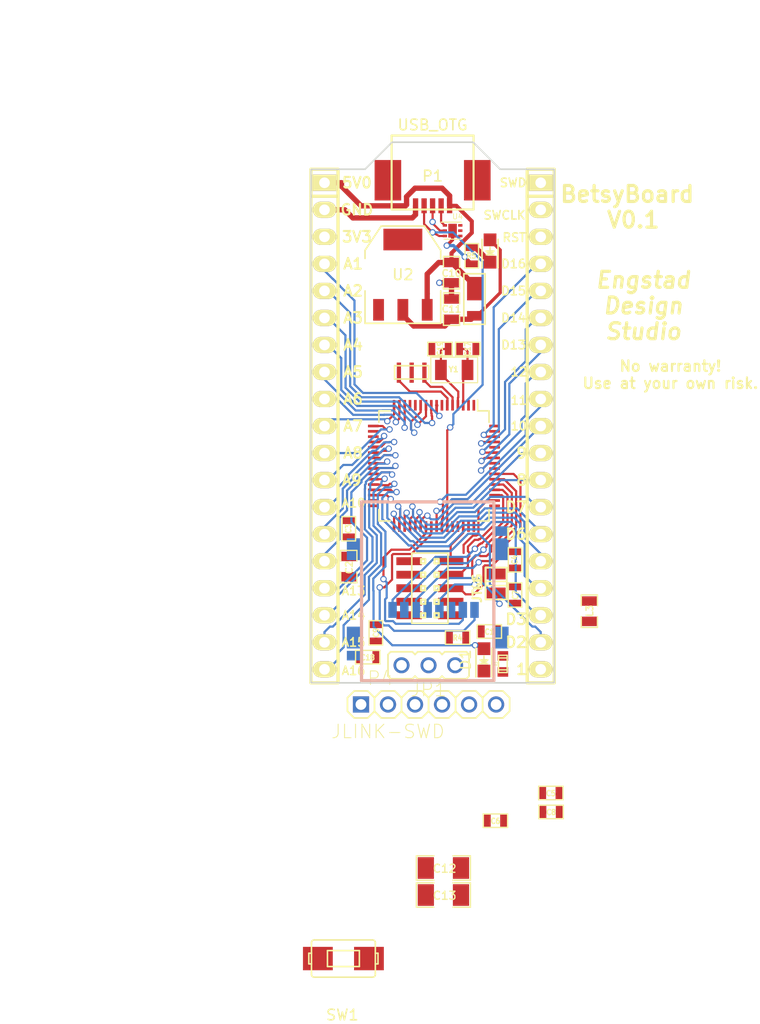
<source format=kicad_pcb>
(kicad_pcb (version 4) (host pcbnew 0.201510170916+6271~30~ubuntu15.04.1-product)

  (general
    (links 140)
    (no_connects 132)
    (area 133.274999 95.174999 156.285001 146.125001)
    (thickness 1.6)
    (drawings 48)
    (tracks 684)
    (zones 0)
    (modules 37)
    (nets 64)
  )

  (page A4)
  (layers
    (0 F.Cu signal)
    (31 B.Cu signal)
    (32 B.Adhes user)
    (33 F.Adhes user)
    (34 B.Paste user)
    (35 F.Paste user)
    (36 B.SilkS user)
    (37 F.SilkS user)
    (38 B.Mask user)
    (39 F.Mask user)
    (40 Dwgs.User user)
    (41 Cmts.User user)
    (42 Eco1.User user)
    (43 Eco2.User user)
    (44 Edge.Cuts user)
    (45 Margin user)
    (46 B.CrtYd user)
    (47 F.CrtYd user)
    (48 B.Fab user hide)
    (49 F.Fab user hide)
  )

  (setup
    (last_trace_width 0.2032)
    (user_trace_width 0.1524)
    (user_trace_width 0.2032)
    (user_trace_width 0.254)
    (user_trace_width 0.3048)
    (user_trace_width 0.381)
    (user_trace_width 0.5)
    (user_trace_width 0.635)
    (user_trace_width 0.762)
    (trace_clearance 0.2032)
    (zone_clearance 0.508)
    (zone_45_only yes)
    (trace_min 0.1524)
    (segment_width 0.762)
    (edge_width 0.15)
    (via_size 0.6)
    (via_drill 0.4)
    (via_min_size 0.4)
    (via_min_drill 0.3)
    (uvia_size 0.3)
    (uvia_drill 0.1)
    (uvias_allowed no)
    (uvia_min_size 0)
    (uvia_min_drill 0)
    (pcb_text_width 0.3)
    (pcb_text_size 1.5 1.5)
    (mod_edge_width 0.15)
    (mod_text_size 1 1)
    (mod_text_width 0.15)
    (pad_size 1.524 1.524)
    (pad_drill 0.762)
    (pad_to_mask_clearance 0)
    (aux_axis_origin 0 0)
    (grid_origin 147.066 118.999)
    (visible_elements 7FFFFF7F)
    (pcbplotparams
      (layerselection 0x010f0_80000001)
      (usegerberextensions true)
      (excludeedgelayer true)
      (linewidth 0.100000)
      (plotframeref false)
      (viasonmask false)
      (mode 1)
      (useauxorigin false)
      (hpglpennumber 1)
      (hpglpenspeed 20)
      (hpglpendiameter 15)
      (hpglpenoverlay 2)
      (psnegative false)
      (psa4output false)
      (plotreference true)
      (plotvalue true)
      (plotinvisibletext false)
      (padsonsilk false)
      (subtractmaskfromsilk true)
      (outputformat 1)
      (mirror false)
      (drillshape 0)
      (scaleselection 1)
      (outputdirectory gerber/))
  )

  (net 0 "")
  (net 1 GND)
  (net 2 /SDMMC_D3)
  (net 3 /SDMMC_CMD)
  (net 4 /SDMMC_CK)
  (net 5 /SDMMC_D0)
  (net 6 /SDMMC_D1)
  (net 7 /SDMMC_D2)
  (net 8 /OTG_FS_ID)
  (net 9 /D1)
  (net 10 /D2)
  (net 11 /D3)
  (net 12 /D4)
  (net 13 /D5)
  (net 14 /D6)
  (net 15 /D7)
  (net 16 /D8)
  (net 17 /D9)
  (net 18 /D10)
  (net 19 /D11)
  (net 20 /D12)
  (net 21 /D13)
  (net 22 /D14)
  (net 23 /D15)
  (net 24 /D16)
  (net 25 /A1)
  (net 26 /A2)
  (net 27 /A3)
  (net 28 /A4)
  (net 29 /A5)
  (net 30 /A6)
  (net 31 /A7)
  (net 32 /A8)
  (net 33 /A9)
  (net 34 /A10)
  (net 35 /A11)
  (net 36 /A12)
  (net 37 /A13)
  (net 38 /A14)
  (net 39 /A15)
  (net 40 /A16)
  (net 41 /JTDI)
  (net 42 /JTDO)
  (net 43 /~JTRST)
  (net 44 /OTG_5V)
  (net 45 "Net-(U4-Pad4)")
  (net 46 "Net-(U1-Pad5)")
  (net 47 "Net-(U1-Pad6)")
  (net 48 /OTG_FS_D-)
  (net 49 /OTG_FS_D+)
  (net 50 "Net-(D1-Pad1)")
  (net 51 /JTMS/SWDIO)
  (net 52 /JTCK/SWCLK)
  (net 53 "Net-(C12-Pad1)")
  (net 54 "Net-(P6-Pad7)")
  (net 55 VDD)
  (net 56 +3.3VADC)
  (net 57 "Net-(D3-Pad1)")
  (net 58 /BOOT0)
  (net 59 "Net-(JP1-Pad1)")
  (net 60 "Net-(P4-Pad6)")
  (net 61 /RTC)
  (net 62 /RTC_OSC_IN)
  (net 63 /RTC_OSC_OUT)

  (net_class Default "This is the default net class."
    (clearance 0.2032)
    (trace_width 0.2032)
    (via_dia 0.6)
    (via_drill 0.4)
    (uvia_dia 0.3)
    (uvia_drill 0.1)
    (add_net +3.3VADC)
    (add_net /A1)
    (add_net /A10)
    (add_net /A11)
    (add_net /A12)
    (add_net /A13)
    (add_net /A14)
    (add_net /A15)
    (add_net /A16)
    (add_net /A2)
    (add_net /A3)
    (add_net /A4)
    (add_net /A5)
    (add_net /A6)
    (add_net /A7)
    (add_net /A8)
    (add_net /A9)
    (add_net /BOOT0)
    (add_net /D1)
    (add_net /D10)
    (add_net /D11)
    (add_net /D12)
    (add_net /D13)
    (add_net /D14)
    (add_net /D15)
    (add_net /D16)
    (add_net /D2)
    (add_net /D3)
    (add_net /D4)
    (add_net /D5)
    (add_net /D6)
    (add_net /D7)
    (add_net /D8)
    (add_net /D9)
    (add_net /JTCK/SWCLK)
    (add_net /JTDI)
    (add_net /JTDO)
    (add_net /JTMS/SWDIO)
    (add_net /OTG_FS_D+)
    (add_net /OTG_FS_D-)
    (add_net /OTG_FS_ID)
    (add_net /RTC)
    (add_net /RTC_OSC_IN)
    (add_net /RTC_OSC_OUT)
    (add_net /SDMMC_CK)
    (add_net /SDMMC_CMD)
    (add_net /SDMMC_D0)
    (add_net /SDMMC_D1)
    (add_net /SDMMC_D2)
    (add_net /SDMMC_D3)
    (add_net /~JTRST)
    (add_net "Net-(C12-Pad1)")
    (add_net "Net-(D1-Pad1)")
    (add_net "Net-(D3-Pad1)")
    (add_net "Net-(JP1-Pad1)")
    (add_net "Net-(P4-Pad6)")
    (add_net "Net-(P6-Pad7)")
    (add_net "Net-(U1-Pad5)")
    (add_net "Net-(U1-Pad6)")
    (add_net "Net-(U4-Pad4)")
    (add_net VDD)
  )

  (net_class Power ""
    (clearance 0.254)
    (trace_width 0.381)
    (via_dia 0.6)
    (via_drill 0.4)
    (uvia_dia 0.3)
    (uvia_drill 0.1)
    (add_net /OTG_5V)
    (add_net GND)
  )

  (module engstad:conn-jtag-0.05 (layer F.Cu) (tedit 560CF58C) (tstamp 5608F896)
    (at 144.526 137.16 270)
    (path /56040117)
    (fp_text reference P6 (at -0.05 8.89 270) (layer F.SilkS) hide
      (effects (font (size 1 1) (thickness 0.15)))
    )
    (fp_text value JTAG (at 0 -4.445 450) (layer F.SilkS)
      (effects (font (size 0.8 0.8) (thickness 0.2)))
    )
    (fp_line (start 3.3 -1.7) (end 3.3 1.7) (layer F.SilkS) (width 0.15))
    (fp_line (start -3.3 -1.7) (end 3.3 -1.7) (layer F.SilkS) (width 0.15))
    (fp_line (start -3.3 1.7) (end -3.3 -1.7) (layer F.SilkS) (width 0.15))
    (fp_line (start 3.3 1.7) (end -3.3 1.7) (layer F.SilkS) (width 0.15))
    (fp_line (start -3.5 3.75) (end -3.5 -3.75) (layer F.CrtYd) (width 0.1))
    (fp_line (start 3.5 3.75) (end -3.5 3.75) (layer F.CrtYd) (width 0.1))
    (fp_line (start 3.5 -3.75) (end 3.5 3.75) (layer F.CrtYd) (width 0.1))
    (fp_line (start -3.5 -3.75) (end 3.5 -3.75) (layer F.CrtYd) (width 0.1))
    (fp_line (start -2.74 -0.435) (end -2.74 -0.835) (layer F.SilkS) (width 0.2))
    (fp_line (start -2.74 -0.835) (end -2.34 -0.835) (layer F.SilkS) (width 0.2))
    (fp_line (start -2.34 -0.435) (end -2.74 -0.435) (layer F.SilkS) (width 0.2))
    (fp_line (start -2.34 -0.835) (end -2.34 -0.435) (layer F.SilkS) (width 0.2))
    (fp_line (start -1.47 -0.435) (end -1.47 -0.835) (layer F.SilkS) (width 0.2))
    (fp_line (start -1.47 -0.835) (end -1.07 -0.835) (layer F.SilkS) (width 0.2))
    (fp_line (start -1.07 -0.435) (end -1.47 -0.435) (layer F.SilkS) (width 0.2))
    (fp_line (start -1.07 -0.835) (end -1.07 -0.435) (layer F.SilkS) (width 0.2))
    (fp_line (start -0.2 -0.435) (end -0.2 -0.835) (layer F.SilkS) (width 0.2))
    (fp_line (start -0.2 -0.835) (end 0.2 -0.835) (layer F.SilkS) (width 0.2))
    (fp_line (start 0.2 -0.435) (end -0.2 -0.435) (layer F.SilkS) (width 0.2))
    (fp_line (start 0.2 -0.835) (end 0.2 -0.435) (layer F.SilkS) (width 0.2))
    (fp_line (start 1.07 -0.435) (end 1.07 -0.835) (layer F.SilkS) (width 0.2))
    (fp_line (start 1.07 -0.835) (end 1.47 -0.835) (layer F.SilkS) (width 0.2))
    (fp_line (start 1.47 -0.435) (end 1.07 -0.435) (layer F.SilkS) (width 0.2))
    (fp_line (start 1.47 -0.835) (end 1.47 -0.435) (layer F.SilkS) (width 0.2))
    (fp_line (start 2.34 -0.435) (end 2.34 -0.835) (layer F.SilkS) (width 0.2))
    (fp_line (start 2.34 -0.835) (end 2.74 -0.835) (layer F.SilkS) (width 0.2))
    (fp_line (start 2.74 -0.435) (end 2.34 -0.435) (layer F.SilkS) (width 0.2))
    (fp_line (start 2.74 -0.835) (end 2.74 -0.435) (layer F.SilkS) (width 0.2))
    (fp_line (start 2.34 0.835) (end 2.34 0.435) (layer F.SilkS) (width 0.2))
    (fp_line (start 2.34 0.435) (end 2.74 0.435) (layer F.SilkS) (width 0.2))
    (fp_line (start 2.74 0.835) (end 2.34 0.835) (layer F.SilkS) (width 0.2))
    (fp_line (start 2.74 0.435) (end 2.74 0.835) (layer F.SilkS) (width 0.2))
    (fp_line (start 1.07 0.835) (end 1.07 0.435) (layer F.SilkS) (width 0.2))
    (fp_line (start 1.07 0.435) (end 1.47 0.435) (layer F.SilkS) (width 0.2))
    (fp_line (start 1.47 0.835) (end 1.07 0.835) (layer F.SilkS) (width 0.2))
    (fp_line (start 1.47 0.435) (end 1.47 0.835) (layer F.SilkS) (width 0.2))
    (fp_line (start -0.2 0.835) (end -0.2 0.435) (layer F.SilkS) (width 0.2))
    (fp_line (start -0.2 0.435) (end 0.2 0.435) (layer F.SilkS) (width 0.2))
    (fp_line (start 0.2 0.835) (end -0.2 0.835) (layer F.SilkS) (width 0.2))
    (fp_line (start 0.2 0.435) (end 0.2 0.835) (layer F.SilkS) (width 0.2))
    (fp_line (start -1.47 0.835) (end -1.47 0.435) (layer F.SilkS) (width 0.2))
    (fp_line (start -1.47 0.435) (end -1.07 0.435) (layer F.SilkS) (width 0.2))
    (fp_line (start -1.07 0.835) (end -1.47 0.835) (layer F.SilkS) (width 0.2))
    (fp_line (start -1.07 0.435) (end -1.07 0.835) (layer F.SilkS) (width 0.2))
    (fp_line (start -2.74 0.835) (end -2.74 0.435) (layer F.SilkS) (width 0.2))
    (fp_line (start -2.74 0.435) (end -2.34 0.435) (layer F.SilkS) (width 0.2))
    (fp_line (start -2.34 0.835) (end -2.74 0.835) (layer F.SilkS) (width 0.2))
    (fp_line (start -2.34 0.435) (end -2.34 0.835) (layer F.SilkS) (width 0.2))
    (pad 2 smd rect (at -2.54 -1.95 270) (size 0.74 2.4) (layers F.Cu F.Paste F.Mask)
      (net 51 /JTMS/SWDIO))
    (pad 4 smd rect (at -1.27 -1.95 270) (size 0.74 2.4) (layers F.Cu F.Paste F.Mask)
      (net 52 /JTCK/SWCLK))
    (pad 6 smd rect (at 0 -1.95 270) (size 0.74 2.4) (layers F.Cu F.Paste F.Mask)
      (net 42 /JTDO))
    (pad 8 smd rect (at 1.27 -1.95 270) (size 0.74 2.4) (layers F.Cu F.Paste F.Mask)
      (net 41 /JTDI))
    (pad 10 smd rect (at 2.54 -1.95 270) (size 0.74 2.4) (layers F.Cu F.Paste F.Mask)
      (net 43 /~JTRST))
    (pad 1 smd rect (at -2.54 1.95 270) (size 0.74 2.4) (layers F.Cu F.Paste F.Mask)
      (net 55 VDD))
    (pad 3 smd rect (at -1.27 1.95 270) (size 0.74 2.4) (layers F.Cu F.Paste F.Mask)
      (net 1 GND))
    (pad 5 smd rect (at 0 1.95 270) (size 0.74 2.4) (layers F.Cu F.Paste F.Mask)
      (net 1 GND))
    (pad 7 smd rect (at 1.27 1.95 270) (size 0.74 2.4) (layers F.Cu F.Paste F.Mask)
      (net 54 "Net-(P6-Pad7)"))
    (pad 9 smd rect (at 2.54 1.95 270) (size 0.74 2.4) (layers F.Cu F.Paste F.Mask)
      (net 1 GND))
    (model /home/engstad/Electronics/proj/Walter/packages3d/walter/smd_strip/BB02-HP10.wrl
      (at (xyz 0 0 0))
      (scale (xyz 0.5 0.75 0.75))
      (rotate (xyz 0 0 0))
    )
  )

  (module Housings_QFP:LQFP-64_10x10mm_Pitch0.5mm (layer F.Cu) (tedit 560CF13F) (tstamp 55FB31B4)
    (at 144.907 125.6665 270)
    (descr "64 LEAD LQFP 10x10mm (see MICREL LQFP10x10-64LD-PL-1.pdf)")
    (tags "QFP 0.5")
    (path /55F9D79E)
    (attr smd)
    (fp_text reference U1 (at 0 -7.239 270) (layer F.SilkS) hide
      (effects (font (size 1 1) (thickness 0.15)))
    )
    (fp_text value STM32L486Rx-LQFP64 (at 0 7.2 270) (layer F.Fab)
      (effects (font (size 1 1) (thickness 0.15)))
    )
    (fp_line (start -6.45 -6.45) (end -6.45 6.45) (layer F.CrtYd) (width 0.05))
    (fp_line (start 6.45 -6.45) (end 6.45 6.45) (layer F.CrtYd) (width 0.05))
    (fp_line (start -6.45 -6.45) (end 6.45 -6.45) (layer F.CrtYd) (width 0.05))
    (fp_line (start -6.45 6.45) (end 6.45 6.45) (layer F.CrtYd) (width 0.05))
    (fp_line (start -5.175 -5.175) (end -5.175 -4.1) (layer F.SilkS) (width 0.15))
    (fp_line (start 5.175 -5.175) (end 5.175 -4.1) (layer F.SilkS) (width 0.15))
    (fp_line (start 5.175 5.175) (end 5.175 4.1) (layer F.SilkS) (width 0.15))
    (fp_line (start -5.175 5.175) (end -5.175 4.1) (layer F.SilkS) (width 0.15))
    (fp_line (start -5.175 -5.175) (end -4.1 -5.175) (layer F.SilkS) (width 0.15))
    (fp_line (start -5.175 5.175) (end -4.1 5.175) (layer F.SilkS) (width 0.15))
    (fp_line (start 5.175 5.175) (end 4.1 5.175) (layer F.SilkS) (width 0.15))
    (fp_line (start 5.175 -5.175) (end 4.1 -5.175) (layer F.SilkS) (width 0.15))
    (fp_line (start -5.175 -4.1) (end -6.2 -4.1) (layer F.SilkS) (width 0.15))
    (pad 1 smd rect (at -5.7 -3.75 270) (size 1 0.25) (layers F.Cu F.Paste F.Mask)
      (net 55 VDD))
    (pad 2 smd rect (at -5.7 -3.25 270) (size 1 0.25) (layers F.Cu F.Paste F.Mask)
      (net 61 /RTC))
    (pad 3 smd rect (at -5.7 -2.75 270) (size 1 0.25) (layers F.Cu F.Paste F.Mask)
      (net 62 /RTC_OSC_IN))
    (pad 4 smd rect (at -5.7 -2.25 270) (size 1 0.25) (layers F.Cu F.Paste F.Mask)
      (net 63 /RTC_OSC_OUT))
    (pad 5 smd rect (at -5.7 -1.75 270) (size 1 0.25) (layers F.Cu F.Paste F.Mask)
      (net 46 "Net-(U1-Pad5)"))
    (pad 6 smd rect (at -5.7 -1.25 270) (size 1 0.25) (layers F.Cu F.Paste F.Mask)
      (net 47 "Net-(U1-Pad6)"))
    (pad 7 smd rect (at -5.7 -0.75 270) (size 1 0.25) (layers F.Cu F.Paste F.Mask)
      (net 43 /~JTRST))
    (pad 8 smd rect (at -5.7 -0.25 270) (size 1 0.25) (layers F.Cu F.Paste F.Mask)
      (net 25 /A1))
    (pad 9 smd rect (at -5.7 0.25 270) (size 1 0.25) (layers F.Cu F.Paste F.Mask)
      (net 26 /A2))
    (pad 10 smd rect (at -5.7 0.75 270) (size 1 0.25) (layers F.Cu F.Paste F.Mask)
      (net 27 /A3))
    (pad 11 smd rect (at -5.7 1.25 270) (size 1 0.25) (layers F.Cu F.Paste F.Mask)
      (net 28 /A4))
    (pad 12 smd rect (at -5.7 1.75 270) (size 1 0.25) (layers F.Cu F.Paste F.Mask)
      (net 1 GND))
    (pad 13 smd rect (at -5.7 2.25 270) (size 1 0.25) (layers F.Cu F.Paste F.Mask)
      (net 56 +3.3VADC))
    (pad 14 smd rect (at -5.7 2.75 270) (size 1 0.25) (layers F.Cu F.Paste F.Mask)
      (net 29 /A5))
    (pad 15 smd rect (at -5.7 3.25 270) (size 1 0.25) (layers F.Cu F.Paste F.Mask)
      (net 30 /A6))
    (pad 16 smd rect (at -5.7 3.75 270) (size 1 0.25) (layers F.Cu F.Paste F.Mask)
      (net 31 /A7))
    (pad 17 smd rect (at -3.75 5.7) (size 1 0.25) (layers F.Cu F.Paste F.Mask)
      (net 32 /A8))
    (pad 18 smd rect (at -3.25 5.7) (size 1 0.25) (layers F.Cu F.Paste F.Mask)
      (net 1 GND))
    (pad 19 smd rect (at -2.75 5.7) (size 1 0.25) (layers F.Cu F.Paste F.Mask)
      (net 55 VDD))
    (pad 20 smd rect (at -2.25 5.7) (size 1 0.25) (layers F.Cu F.Paste F.Mask)
      (net 33 /A9))
    (pad 21 smd rect (at -1.75 5.7) (size 1 0.25) (layers F.Cu F.Paste F.Mask)
      (net 34 /A10))
    (pad 22 smd rect (at -1.25 5.7) (size 1 0.25) (layers F.Cu F.Paste F.Mask)
      (net 35 /A11))
    (pad 23 smd rect (at -0.75 5.7) (size 1 0.25) (layers F.Cu F.Paste F.Mask)
      (net 36 /A12))
    (pad 24 smd rect (at -0.25 5.7) (size 1 0.25) (layers F.Cu F.Paste F.Mask)
      (net 37 /A13))
    (pad 25 smd rect (at 0.25 5.7) (size 1 0.25) (layers F.Cu F.Paste F.Mask)
      (net 38 /A14))
    (pad 26 smd rect (at 0.75 5.7) (size 1 0.25) (layers F.Cu F.Paste F.Mask)
      (net 39 /A15))
    (pad 27 smd rect (at 1.25 5.7) (size 1 0.25) (layers F.Cu F.Paste F.Mask)
      (net 40 /A16))
    (pad 28 smd rect (at 1.75 5.7) (size 1 0.25) (layers F.Cu F.Paste F.Mask)
      (net 9 /D1))
    (pad 29 smd rect (at 2.25 5.7) (size 1 0.25) (layers F.Cu F.Paste F.Mask)
      (net 10 /D2))
    (pad 30 smd rect (at 2.75 5.7) (size 1 0.25) (layers F.Cu F.Paste F.Mask)
      (net 11 /D3))
    (pad 31 smd rect (at 3.25 5.7) (size 1 0.25) (layers F.Cu F.Paste F.Mask)
      (net 1 GND))
    (pad 32 smd rect (at 3.75 5.7) (size 1 0.25) (layers F.Cu F.Paste F.Mask)
      (net 55 VDD))
    (pad 33 smd rect (at 5.7 3.75 270) (size 1 0.25) (layers F.Cu F.Paste F.Mask)
      (net 12 /D4))
    (pad 34 smd rect (at 5.7 3.25 270) (size 1 0.25) (layers F.Cu F.Paste F.Mask)
      (net 13 /D5))
    (pad 35 smd rect (at 5.7 2.75 270) (size 1 0.25) (layers F.Cu F.Paste F.Mask)
      (net 14 /D6))
    (pad 36 smd rect (at 5.7 2.25 270) (size 1 0.25) (layers F.Cu F.Paste F.Mask)
      (net 15 /D7))
    (pad 37 smd rect (at 5.7 1.75 270) (size 1 0.25) (layers F.Cu F.Paste F.Mask)
      (net 16 /D8))
    (pad 38 smd rect (at 5.7 1.25 270) (size 1 0.25) (layers F.Cu F.Paste F.Mask)
      (net 17 /D9))
    (pad 39 smd rect (at 5.7 0.75 270) (size 1 0.25) (layers F.Cu F.Paste F.Mask)
      (net 5 /SDMMC_D0))
    (pad 40 smd rect (at 5.7 0.25 270) (size 1 0.25) (layers F.Cu F.Paste F.Mask)
      (net 6 /SDMMC_D1))
    (pad 41 smd rect (at 5.7 -0.25 270) (size 1 0.25) (layers F.Cu F.Paste F.Mask)
      (net 18 /D10))
    (pad 42 smd rect (at 5.7 -0.75 270) (size 1 0.25) (layers F.Cu F.Paste F.Mask)
      (net 19 /D11))
    (pad 43 smd rect (at 5.7 -1.25 270) (size 1 0.25) (layers F.Cu F.Paste F.Mask)
      (net 8 /OTG_FS_ID))
    (pad 44 smd rect (at 5.7 -1.75 270) (size 1 0.25) (layers F.Cu F.Paste F.Mask)
      (net 48 /OTG_FS_D-))
    (pad 45 smd rect (at 5.7 -2.25 270) (size 1 0.25) (layers F.Cu F.Paste F.Mask)
      (net 49 /OTG_FS_D+))
    (pad 46 smd rect (at 5.7 -2.75 270) (size 1 0.25) (layers F.Cu F.Paste F.Mask)
      (net 51 /JTMS/SWDIO))
    (pad 47 smd rect (at 5.7 -3.25 270) (size 1 0.25) (layers F.Cu F.Paste F.Mask)
      (net 1 GND))
    (pad 48 smd rect (at 5.7 -3.75 270) (size 1 0.25) (layers F.Cu F.Paste F.Mask)
      (net 55 VDD))
    (pad 49 smd rect (at 3.75 -5.7) (size 1 0.25) (layers F.Cu F.Paste F.Mask)
      (net 52 /JTCK/SWCLK))
    (pad 50 smd rect (at 3.25 -5.7) (size 1 0.25) (layers F.Cu F.Paste F.Mask)
      (net 41 /JTDI))
    (pad 51 smd rect (at 2.75 -5.7) (size 1 0.25) (layers F.Cu F.Paste F.Mask)
      (net 7 /SDMMC_D2))
    (pad 52 smd rect (at 2.25 -5.7) (size 1 0.25) (layers F.Cu F.Paste F.Mask)
      (net 2 /SDMMC_D3))
    (pad 53 smd rect (at 1.75 -5.7) (size 1 0.25) (layers F.Cu F.Paste F.Mask)
      (net 4 /SDMMC_CK))
    (pad 54 smd rect (at 1.25 -5.7) (size 1 0.25) (layers F.Cu F.Paste F.Mask)
      (net 3 /SDMMC_CMD))
    (pad 55 smd rect (at 0.75 -5.7) (size 1 0.25) (layers F.Cu F.Paste F.Mask)
      (net 42 /JTDO))
    (pad 56 smd rect (at 0.25 -5.7) (size 1 0.25) (layers F.Cu F.Paste F.Mask)
      (net 43 /~JTRST))
    (pad 57 smd rect (at -0.25 -5.7) (size 1 0.25) (layers F.Cu F.Paste F.Mask)
      (net 20 /D12))
    (pad 58 smd rect (at -0.75 -5.7) (size 1 0.25) (layers F.Cu F.Paste F.Mask)
      (net 21 /D13))
    (pad 59 smd rect (at -1.25 -5.7) (size 1 0.25) (layers F.Cu F.Paste F.Mask)
      (net 22 /D14))
    (pad 60 smd rect (at -1.75 -5.7) (size 1 0.25) (layers F.Cu F.Paste F.Mask)
      (net 58 /BOOT0))
    (pad 61 smd rect (at -2.25 -5.7) (size 1 0.25) (layers F.Cu F.Paste F.Mask)
      (net 23 /D15))
    (pad 62 smd rect (at -2.75 -5.7) (size 1 0.25) (layers F.Cu F.Paste F.Mask)
      (net 24 /D16))
    (pad 63 smd rect (at -3.25 -5.7) (size 1 0.25) (layers F.Cu F.Paste F.Mask)
      (net 1 GND))
    (pad 64 smd rect (at -3.75 -5.7) (size 1 0.25) (layers F.Cu F.Paste F.Mask)
      (net 55 VDD))
    (model Housings_QFP.3dshapes/LQFP-64_10x10mm_Pitch0.5mm.wrl
      (at (xyz 0 0 0))
      (scale (xyz 1 1 1))
      (rotate (xyz 0 0 0))
    )
  )

  (module w_pin_strip:pin_strip_19 (layer F.Cu) (tedit 560A5C9C) (tstamp 5608BB35)
    (at 154.94 121.92 270)
    (descr "Pin strip 19pin")
    (tags "CONN DEV")
    (path /5608EF32)
    (fp_text reference P2 (at 0 -2.159 270) (layer F.SilkS) hide
      (effects (font (size 1.016 1.016) (thickness 0.2032)))
    )
    (fp_text value CONN_01X19 (at 0.254 -3.556 270) (layer F.SilkS) hide
      (effects (font (size 1.016 0.889) (thickness 0.2032)))
    )
    (fp_line (start 24.13 1.27) (end -24.13 1.27) (layer F.SilkS) (width 0.3048))
    (fp_line (start -24.13 -1.27) (end 24.13 -1.27) (layer F.SilkS) (width 0.3048))
    (fp_line (start 24.13 -1.27) (end 24.13 1.27) (layer F.SilkS) (width 0.3048))
    (fp_line (start -21.59 -1.27) (end -21.59 1.27) (layer F.SilkS) (width 0.3048))
    (fp_line (start -24.13 1.27) (end -24.13 -1.27) (layer F.SilkS) (width 0.3048))
    (pad 1 thru_hole rect (at -22.86 0 270) (size 1.524 2.19964) (drill 1.00076) (layers *.Cu *.Mask F.SilkS)
      (net 51 /JTMS/SWDIO))
    (pad 2 thru_hole oval (at -20.32 0 270) (size 1.524 2.19964) (drill 1.00076) (layers *.Cu *.Mask F.SilkS)
      (net 52 /JTCK/SWCLK))
    (pad 3 thru_hole oval (at -17.78 0 270) (size 1.524 2.19964) (drill 1.00076) (layers *.Cu *.Mask F.SilkS)
      (net 43 /~JTRST))
    (pad 4 thru_hole oval (at -15.24 0 270) (size 1.524 2.19964) (drill 1.00076) (layers *.Cu *.Mask F.SilkS)
      (net 24 /D16))
    (pad 5 thru_hole oval (at -12.7 0 270) (size 1.524 2.19964) (drill 1.00076) (layers *.Cu *.Mask F.SilkS)
      (net 23 /D15))
    (pad 6 thru_hole oval (at -10.16 0 270) (size 1.524 2.19964) (drill 1.00076) (layers *.Cu *.Mask F.SilkS)
      (net 22 /D14))
    (pad 7 thru_hole oval (at -7.62 0 270) (size 1.524 2.19964) (drill 1.00076) (layers *.Cu *.Mask F.SilkS)
      (net 21 /D13))
    (pad 8 thru_hole oval (at -5.08 0 270) (size 1.524 2.19964) (drill 1.00076) (layers *.Cu *.Mask F.SilkS)
      (net 20 /D12))
    (pad 9 thru_hole oval (at -2.54 0 270) (size 1.524 2.19964) (drill 1.00076) (layers *.Cu *.Mask F.SilkS)
      (net 19 /D11))
    (pad 10 thru_hole oval (at 0 0 270) (size 1.524 2.19964) (drill 1.00076) (layers *.Cu *.Mask F.SilkS)
      (net 18 /D10))
    (pad 11 thru_hole oval (at 2.54 0 270) (size 1.524 2.19964) (drill 1.00076) (layers *.Cu *.Mask F.SilkS)
      (net 17 /D9))
    (pad 12 thru_hole oval (at 5.08 0 270) (size 1.524 2.19964) (drill 1.00076) (layers *.Cu *.Mask F.SilkS)
      (net 16 /D8))
    (pad 13 thru_hole oval (at 7.62 0 270) (size 1.524 2.19964) (drill 1.00076) (layers *.Cu *.Mask F.SilkS)
      (net 15 /D7))
    (pad 14 thru_hole oval (at 10.16 0 270) (size 1.524 2.19964) (drill 1.00076) (layers *.Cu *.Mask F.SilkS)
      (net 14 /D6))
    (pad 15 thru_hole oval (at 12.7 0 270) (size 1.524 2.19964) (drill 1.00076) (layers *.Cu *.Mask F.SilkS)
      (net 13 /D5))
    (pad 16 thru_hole oval (at 15.24 0 270) (size 1.524 2.19964) (drill 1.00076) (layers *.Cu *.Mask F.SilkS)
      (net 12 /D4))
    (pad 17 thru_hole oval (at 17.78 0 270) (size 1.524 2.19964) (drill 1.00076) (layers *.Cu *.Mask F.SilkS)
      (net 11 /D3))
    (pad 18 thru_hole oval (at 20.32 0 270) (size 1.524 2.19964) (drill 1.00076) (layers *.Cu *.Mask F.SilkS)
      (net 10 /D2))
    (pad 19 thru_hole oval (at 22.86 0 270) (size 1.524 2.19964) (drill 1.00076) (layers *.Cu *.Mask F.SilkS)
      (net 9 /D1))
    (model ${KIWALTER3DMOD}/walter/pin_strip/pin_strip_19.wrl
      (at (xyz 0 0 -0.065))
      (scale (xyz 1 1 -1))
      (rotate (xyz 0 0 0))
    )
  )

  (module w_pin_strip:pin_strip_19 (layer F.Cu) (tedit 560A5B58) (tstamp 5608BB4C)
    (at 134.62 121.92 270)
    (descr "Pin strip 19pin")
    (tags "CONN DEV")
    (path /5608F0B8)
    (fp_text reference P3 (at 0 -2.159 270) (layer F.SilkS) hide
      (effects (font (size 1.016 1.016) (thickness 0.2032)))
    )
    (fp_text value CONN_01X19 (at 0.254 -3.556 270) (layer F.SilkS) hide
      (effects (font (size 1.016 0.889) (thickness 0.2032)))
    )
    (fp_line (start 24.13 1.27) (end -24.13 1.27) (layer F.SilkS) (width 0.3048))
    (fp_line (start -24.13 -1.27) (end 24.13 -1.27) (layer F.SilkS) (width 0.3048))
    (fp_line (start 24.13 -1.27) (end 24.13 1.27) (layer F.SilkS) (width 0.3048))
    (fp_line (start -21.59 -1.27) (end -21.59 1.27) (layer F.SilkS) (width 0.3048))
    (fp_line (start -24.13 1.27) (end -24.13 -1.27) (layer F.SilkS) (width 0.3048))
    (pad 1 thru_hole rect (at -22.86 0 270) (size 1.524 2.19964) (drill 1.00076) (layers *.Cu *.Mask F.SilkS)
      (net 44 /OTG_5V))
    (pad 2 thru_hole oval (at -20.32 0 270) (size 1.524 2.19964) (drill 1.00076) (layers *.Cu *.Mask F.SilkS)
      (net 1 GND))
    (pad 3 thru_hole oval (at -17.78 0 270) (size 1.524 2.19964) (drill 1.00076) (layers *.Cu *.Mask F.SilkS)
      (net 55 VDD))
    (pad 4 thru_hole oval (at -15.24 0 270) (size 1.524 2.19964) (drill 1.00076) (layers *.Cu *.Mask F.SilkS)
      (net 25 /A1))
    (pad 5 thru_hole oval (at -12.7 0 270) (size 1.524 2.19964) (drill 1.00076) (layers *.Cu *.Mask F.SilkS)
      (net 26 /A2))
    (pad 6 thru_hole oval (at -10.16 0 270) (size 1.524 2.19964) (drill 1.00076) (layers *.Cu *.Mask F.SilkS)
      (net 27 /A3))
    (pad 7 thru_hole oval (at -7.62 0 270) (size 1.524 2.19964) (drill 1.00076) (layers *.Cu *.Mask F.SilkS)
      (net 28 /A4))
    (pad 8 thru_hole oval (at -5.08 0 270) (size 1.524 2.19964) (drill 1.00076) (layers *.Cu *.Mask F.SilkS)
      (net 29 /A5))
    (pad 9 thru_hole oval (at -2.54 0 270) (size 1.524 2.19964) (drill 1.00076) (layers *.Cu *.Mask F.SilkS)
      (net 30 /A6))
    (pad 10 thru_hole oval (at 0 0 270) (size 1.524 2.19964) (drill 1.00076) (layers *.Cu *.Mask F.SilkS)
      (net 31 /A7))
    (pad 11 thru_hole oval (at 2.54 0 270) (size 1.524 2.19964) (drill 1.00076) (layers *.Cu *.Mask F.SilkS)
      (net 32 /A8))
    (pad 12 thru_hole oval (at 5.08 0 270) (size 1.524 2.19964) (drill 1.00076) (layers *.Cu *.Mask F.SilkS)
      (net 33 /A9))
    (pad 13 thru_hole oval (at 7.62 0 270) (size 1.524 2.19964) (drill 1.00076) (layers *.Cu *.Mask F.SilkS)
      (net 34 /A10))
    (pad 14 thru_hole oval (at 10.16 0 270) (size 1.524 2.19964) (drill 1.00076) (layers *.Cu *.Mask F.SilkS)
      (net 35 /A11))
    (pad 15 thru_hole oval (at 12.7 0 270) (size 1.524 2.19964) (drill 1.00076) (layers *.Cu *.Mask F.SilkS)
      (net 36 /A12))
    (pad 16 thru_hole oval (at 15.24 0 270) (size 1.524 2.19964) (drill 1.00076) (layers *.Cu *.Mask F.SilkS)
      (net 37 /A13))
    (pad 17 thru_hole oval (at 17.78 0 270) (size 1.524 2.19964) (drill 1.00076) (layers *.Cu *.Mask F.SilkS)
      (net 38 /A14))
    (pad 18 thru_hole oval (at 20.32 0 270) (size 1.524 2.19964) (drill 1.00076) (layers *.Cu *.Mask F.SilkS)
      (net 39 /A15))
    (pad 19 thru_hole oval (at 22.86 0 270) (size 1.524 2.19964) (drill 1.00076) (layers *.Cu *.Mask F.SilkS)
      (net 40 /A16))
    (model ${KIWALTER3DMOD}/walter/pin_strip/pin_strip_19.wrl
      (at (xyz 0 0 -0.065))
      (scale (xyz 1 1 -1))
      (rotate (xyz 0 0 0))
    )
  )

  (module LEDs:LED-0805 (layer F.Cu) (tedit 55BDE1C2) (tstamp 560C8B9B)
    (at 149.606 143.891 90)
    (descr "LED 0805 smd package")
    (tags "LED 0805 SMD")
    (path /560C0EFD)
    (attr smd)
    (fp_text reference D1 (at 0 -1.75 90) (layer F.SilkS)
      (effects (font (size 1 1) (thickness 0.15)))
    )
    (fp_text value RED (at 0 1.75 90) (layer F.Fab)
      (effects (font (size 1 1) (thickness 0.15)))
    )
    (fp_line (start -1.6 0.75) (end 1.1 0.75) (layer F.SilkS) (width 0.15))
    (fp_line (start -1.6 -0.75) (end 1.1 -0.75) (layer F.SilkS) (width 0.15))
    (fp_line (start -0.1 0.15) (end -0.1 -0.1) (layer F.SilkS) (width 0.15))
    (fp_line (start -0.1 -0.1) (end -0.25 0.05) (layer F.SilkS) (width 0.15))
    (fp_line (start -0.35 -0.35) (end -0.35 0.35) (layer F.SilkS) (width 0.15))
    (fp_line (start 0 0) (end 0.35 0) (layer F.SilkS) (width 0.15))
    (fp_line (start -0.35 0) (end 0 -0.35) (layer F.SilkS) (width 0.15))
    (fp_line (start 0 -0.35) (end 0 0.35) (layer F.SilkS) (width 0.15))
    (fp_line (start 0 0.35) (end -0.35 0) (layer F.SilkS) (width 0.15))
    (fp_line (start 1.9 -0.95) (end 1.9 0.95) (layer F.CrtYd) (width 0.05))
    (fp_line (start 1.9 0.95) (end -1.9 0.95) (layer F.CrtYd) (width 0.05))
    (fp_line (start -1.9 0.95) (end -1.9 -0.95) (layer F.CrtYd) (width 0.05))
    (fp_line (start -1.9 -0.95) (end 1.9 -0.95) (layer F.CrtYd) (width 0.05))
    (pad 2 smd rect (at 1.04902 0 270) (size 1.19888 1.19888) (layers F.Cu F.Paste F.Mask)
      (net 9 /D1))
    (pad 1 smd rect (at -1.04902 0 270) (size 1.19888 1.19888) (layers F.Cu F.Paste F.Mask)
      (net 50 "Net-(D1-Pad1)"))
    (model LEDs.3dshapes/LED-0805.wrl
      (at (xyz 0 0 0))
      (scale (xyz 1 1 1))
      (rotate (xyz 0 0 0))
    )
  )

  (module engstad:SCHD3A0100 (layer B.Cu) (tedit 560BAA49) (tstamp 5625D022)
    (at 144.3185 129.0455 180)
    (path /560A8328)
    (attr smd)
    (fp_text reference CON1 (at 0 1.28016 180) (layer B.SilkS) hide
      (effects (font (thickness 0.15)) (justify mirror))
    )
    (fp_text value SDMMC_Card (at 0 0 180) (layer B.SilkS) hide
      (effects (font (thickness 0.15)) (justify mirror))
    )
    (fp_line (start -6.21792 -16.79956) (end 6.21792 -16.79956) (layer Dwgs.User) (width 0.15))
    (fp_line (start 6.21792 -16.79956) (end 6.21792 0) (layer Dwgs.User) (width 0.15))
    (fp_line (start 6.21792 0) (end -6.21792 0) (layer Dwgs.User) (width 0.15))
    (fp_line (start -6.21792 0) (end -6.21792 -16.79956) (layer Dwgs.User) (width 0.15))
    (fp_line (start -6.21792 -16.79956) (end 6.21792 -16.79956) (layer B.SilkS) (width 0.3048))
    (fp_line (start 6.21792 -16.79956) (end 6.21792 0) (layer B.SilkS) (width 0.3048))
    (fp_line (start 6.21792 0) (end -6.21792 0) (layer B.SilkS) (width 0.3048))
    (fp_line (start -6.21792 0) (end -6.21792 -16.79956) (layer B.SilkS) (width 0.3048))
    (fp_line (start -4.79806 -8.29818) (end -4.79806 -7.0993) (layer Dwgs.User) (width 0.127))
    (fp_line (start -4.79806 -7.0993) (end -4.59994 -4.39928) (layer Dwgs.User) (width 0.127))
    (fp_line (start -4.59994 -4.39928) (end -4.59994 -3.49758) (layer Dwgs.User) (width 0.127))
    (fp_line (start -4.59994 -3.49758) (end -4.39928 -3.29946) (layer Dwgs.User) (width 0.127))
    (fp_line (start -4.39928 -3.29946) (end -4.19862 -3.49758) (layer Dwgs.User) (width 0.127))
    (fp_line (start -4.19862 -3.49758) (end -4.19862 -4.39928) (layer Dwgs.User) (width 0.127))
    (fp_line (start -4.19862 -4.39928) (end -3.99796 -7.0993) (layer Dwgs.User) (width 0.127))
    (fp_line (start -3.99796 -7.0993) (end -3.99796 -8.29818) (layer Dwgs.User) (width 0.127))
    (fp_line (start -3.99796 -8.29818) (end -4.79806 -8.29818) (layer Dwgs.User) (width 0.127))
    (fp_line (start -3.69824 -8.29818) (end -3.69824 -7.0993) (layer Dwgs.User) (width 0.127))
    (fp_line (start -3.69824 -7.0993) (end -3.49758 -4.39928) (layer Dwgs.User) (width 0.127))
    (fp_line (start -3.49758 -4.39928) (end -3.49758 -3.49758) (layer Dwgs.User) (width 0.127))
    (fp_line (start -3.49758 -3.49758) (end -3.29946 -3.29946) (layer Dwgs.User) (width 0.127))
    (fp_line (start -3.29946 -3.29946) (end -3.0988 -3.49758) (layer Dwgs.User) (width 0.127))
    (fp_line (start -3.0988 -3.49758) (end -3.0988 -4.39928) (layer Dwgs.User) (width 0.127))
    (fp_line (start -3.0988 -4.39928) (end -2.89814 -7.0993) (layer Dwgs.User) (width 0.127))
    (fp_line (start -2.89814 -7.0993) (end -2.89814 -8.29818) (layer Dwgs.User) (width 0.127))
    (fp_line (start -2.89814 -8.29818) (end -3.69824 -8.29818) (layer Dwgs.User) (width 0.127))
    (fp_line (start -2.59842 -8.29818) (end -2.59842 -7.0993) (layer Dwgs.User) (width 0.127))
    (fp_line (start -2.59842 -7.0993) (end -2.39776 -4.39928) (layer Dwgs.User) (width 0.127))
    (fp_line (start -2.39776 -4.39928) (end -2.39776 -3.49758) (layer Dwgs.User) (width 0.127))
    (fp_line (start -2.39776 -3.49758) (end -2.19964 -3.29946) (layer Dwgs.User) (width 0.127))
    (fp_line (start -2.19964 -3.29946) (end -1.99898 -3.49758) (layer Dwgs.User) (width 0.127))
    (fp_line (start -1.99898 -3.49758) (end -1.99898 -4.39928) (layer Dwgs.User) (width 0.127))
    (fp_line (start -1.99898 -4.39928) (end -1.79832 -7.0993) (layer Dwgs.User) (width 0.127))
    (fp_line (start -1.79832 -7.0993) (end -1.79832 -8.29818) (layer Dwgs.User) (width 0.127))
    (fp_line (start -1.79832 -8.29818) (end -2.59842 -8.29818) (layer Dwgs.User) (width 0.127))
    (fp_line (start -1.4986 -8.29818) (end -1.4986 -7.0993) (layer Dwgs.User) (width 0.127))
    (fp_line (start -1.4986 -7.0993) (end -1.29794 -4.39928) (layer Dwgs.User) (width 0.127))
    (fp_line (start -1.29794 -4.39928) (end -1.29794 -3.49758) (layer Dwgs.User) (width 0.127))
    (fp_line (start -1.29794 -3.49758) (end -1.09982 -3.29946) (layer Dwgs.User) (width 0.127))
    (fp_line (start -1.09982 -3.29946) (end -0.89916 -3.49758) (layer Dwgs.User) (width 0.127))
    (fp_line (start -0.89916 -3.49758) (end -0.89916 -4.39928) (layer Dwgs.User) (width 0.127))
    (fp_line (start -0.89916 -4.39928) (end -0.6985 -7.0993) (layer Dwgs.User) (width 0.127))
    (fp_line (start -0.6985 -7.0993) (end -0.6985 -8.29818) (layer Dwgs.User) (width 0.127))
    (fp_line (start -0.6985 -8.29818) (end -1.4986 -8.29818) (layer Dwgs.User) (width 0.127))
    (fp_line (start -0.39878 -8.29818) (end -0.39878 -7.0993) (layer Dwgs.User) (width 0.127))
    (fp_line (start -0.39878 -7.0993) (end -0.19812 -4.39928) (layer Dwgs.User) (width 0.127))
    (fp_line (start -0.19812 -4.39928) (end -0.19812 -3.49758) (layer Dwgs.User) (width 0.127))
    (fp_line (start -0.19812 -3.49758) (end 0 -3.29946) (layer Dwgs.User) (width 0.127))
    (fp_line (start 0 -3.29946) (end 0.19812 -3.49758) (layer Dwgs.User) (width 0.127))
    (fp_line (start 0.19812 -3.49758) (end 0.19812 -4.39928) (layer Dwgs.User) (width 0.127))
    (fp_line (start 0.19812 -4.39928) (end 0.39878 -7.0993) (layer Dwgs.User) (width 0.127))
    (fp_line (start 0.39878 -7.0993) (end 0.39878 -8.29818) (layer Dwgs.User) (width 0.127))
    (fp_line (start 0.39878 -8.29818) (end -0.39878 -8.29818) (layer Dwgs.User) (width 0.127))
    (fp_line (start 0.6985 -8.29818) (end 0.6985 -7.0993) (layer Dwgs.User) (width 0.127))
    (fp_line (start 0.6985 -7.0993) (end 0.89916 -4.39928) (layer Dwgs.User) (width 0.127))
    (fp_line (start 0.89916 -4.39928) (end 0.89916 -3.49758) (layer Dwgs.User) (width 0.127))
    (fp_line (start 0.89916 -3.49758) (end 1.09982 -3.29946) (layer Dwgs.User) (width 0.127))
    (fp_line (start 1.09982 -3.29946) (end 1.29794 -3.49758) (layer Dwgs.User) (width 0.127))
    (fp_line (start 1.29794 -3.49758) (end 1.29794 -4.39928) (layer Dwgs.User) (width 0.127))
    (fp_line (start 1.29794 -4.39928) (end 1.4986 -7.0993) (layer Dwgs.User) (width 0.127))
    (fp_line (start 1.4986 -7.0993) (end 1.4986 -8.29818) (layer Dwgs.User) (width 0.127))
    (fp_line (start 1.4986 -8.29818) (end 0.6985 -8.29818) (layer Dwgs.User) (width 0.127))
    (fp_line (start 1.79832 -8.29818) (end 1.79832 -7.0993) (layer Dwgs.User) (width 0.127))
    (fp_line (start 1.79832 -7.0993) (end 1.99898 -4.39928) (layer Dwgs.User) (width 0.127))
    (fp_line (start 1.99898 -4.39928) (end 1.99898 -3.49758) (layer Dwgs.User) (width 0.127))
    (fp_line (start 1.99898 -3.49758) (end 2.19964 -3.29946) (layer Dwgs.User) (width 0.127))
    (fp_line (start 2.19964 -3.29946) (end 2.39776 -3.49758) (layer Dwgs.User) (width 0.127))
    (fp_line (start 2.39776 -3.49758) (end 2.39776 -4.39928) (layer Dwgs.User) (width 0.127))
    (fp_line (start 2.39776 -4.39928) (end 2.59842 -7.0993) (layer Dwgs.User) (width 0.127))
    (fp_line (start 2.59842 -7.0993) (end 2.59842 -8.29818) (layer Dwgs.User) (width 0.127))
    (fp_line (start 2.59842 -8.29818) (end 1.79832 -8.29818) (layer Dwgs.User) (width 0.127))
    (fp_line (start 2.89814 -8.29818) (end 2.89814 -7.0993) (layer Dwgs.User) (width 0.127))
    (fp_line (start 2.89814 -7.0993) (end 3.0988 -4.39928) (layer Dwgs.User) (width 0.127))
    (fp_line (start 3.0988 -4.39928) (end 3.0988 -3.49758) (layer Dwgs.User) (width 0.127))
    (fp_line (start 3.0988 -3.49758) (end 3.29946 -3.29946) (layer Dwgs.User) (width 0.127))
    (fp_line (start 3.29946 -3.29946) (end 3.49758 -3.49758) (layer Dwgs.User) (width 0.127))
    (fp_line (start 3.49758 -3.49758) (end 3.49758 -4.39928) (layer Dwgs.User) (width 0.127))
    (fp_line (start 3.49758 -4.39928) (end 3.69824 -7.0993) (layer Dwgs.User) (width 0.127))
    (fp_line (start 3.69824 -7.0993) (end 3.69824 -8.29818) (layer Dwgs.User) (width 0.127))
    (fp_line (start 3.69824 -8.29818) (end 2.89814 -8.29818) (layer Dwgs.User) (width 0.127))
    (fp_line (start -5.69976 -0.49784) (end 4.19862 -0.49784) (layer Dwgs.User) (width 0.127))
    (fp_line (start 4.19862 -0.49784) (end 4.19862 -4.59994) (layer Dwgs.User) (width 0.127))
    (fp_line (start 4.19862 -4.59994) (end 5.69976 -6.09854) (layer Dwgs.User) (width 0.127))
    (fp_line (start 5.69976 -6.09854) (end 5.69976 -16.29918) (layer Dwgs.User) (width 0.127))
    (fp_line (start 5.69976 -16.29918) (end -5.69976 -16.29918) (layer Dwgs.User) (width 0.127))
    (fp_line (start -5.69976 -16.29918) (end -5.69976 -0.49784) (layer Dwgs.User) (width 0.127))
    (pad 1 smd rect (at 3.29946 -10.14984 180) (size 0.79756 1.4986) (layers B.Cu B.Paste B.Mask)
      (net 7 /SDMMC_D2) (clearance 0.20066))
    (pad 2 smd rect (at 2.19964 -10.14984 180) (size 0.79756 1.4986) (layers B.Cu B.Paste B.Mask)
      (net 2 /SDMMC_D3) (clearance 0.20066))
    (pad 3 smd rect (at 1.09982 -10.14984 180) (size 0.79756 1.4986) (layers B.Cu B.Paste B.Mask)
      (net 3 /SDMMC_CMD) (clearance 0.20066))
    (pad 4 smd rect (at 0 -10.14984 180) (size 0.79756 1.4986) (layers B.Cu B.Paste B.Mask)
      (net 53 "Net-(C12-Pad1)") (clearance 0.20066))
    (pad 5 smd rect (at -1.09982 -10.14984 180) (size 0.79756 1.4986) (layers B.Cu B.Paste B.Mask)
      (net 4 /SDMMC_CK) (clearance 0.20066))
    (pad 6 smd rect (at -2.19964 -10.14984 180) (size 0.79756 1.4986) (layers B.Cu B.Paste B.Mask)
      (net 1 GND) (clearance 0.20066))
    (pad 7 smd rect (at -3.29946 -10.14984 180) (size 0.79756 1.4986) (layers B.Cu B.Paste B.Mask)
      (net 5 /SDMMC_D0) (clearance 0.20066))
    (pad 8 smd rect (at -4.39928 -10.14984 180) (size 0.79756 1.4986) (layers B.Cu B.Paste B.Mask)
      (net 6 /SDMMC_D1) (clearance 0.20066))
    (pad G1 smd rect (at 6.87324 -14.44752 180) (size 1.4478 0.89916) (layers B.Cu B.Paste B.Mask)
      (net 1 GND))
    (pad G2 smd rect (at -6.87324 -2.74828 180) (size 1.4478 0.89916) (layers B.Cu B.Paste B.Mask)
      (net 1 GND))
    (pad CHS connect rect (at -6.875 -4.45 180) (size 1.45 2.05) (layers B.Cu B.Mask)
      (solder_mask_margin 0.01) (clearance 0.01))
    (pad CHS connect rect (at -6.875 -12.75 180) (size 1.45 2.05) (layers B.Cu B.Mask)
      (solder_mask_margin 0.01) (clearance 0.01))
    (pad CHS connect rect (at 6.875 -12.75 180) (size 1.45 2.05) (layers B.Cu B.Mask)
      (solder_mask_margin 0.01) (clearance 0.01))
    (pad CHS connect rect (at 6.875 -4.45 180) (size 1.45 2.05) (layers B.Cu B.Mask)
      (solder_mask_margin 0.01) (clearance 0.01))
  )

  (module w_smd_inductors:inductor_smd_0805 (layer F.Cu) (tedit 56308CB7) (tstamp 5625DAFC)
    (at 150.749 136.7155 90)
    (descr "Inductor SMD, 0805")
    (path /561669CE)
    (fp_text reference L2 (at 0 -1.69926 90) (layer F.SilkS)
      (effects (font (size 0.7493 0.7493) (thickness 0.14986)))
    )
    (fp_text value 470nF (at 0 1.778 90) (layer F.SilkS) hide
      (effects (font (size 0.7493 0.7493) (thickness 0.14986)))
    )
    (fp_line (start 0.20066 1.00076) (end 0.20066 -1.00076) (layer F.SilkS) (width 0.14986))
    (fp_line (start -0.20066 -1.00076) (end -0.20066 1.00076) (layer F.SilkS) (width 0.14986))
    (fp_line (start -1.50114 -1.00076) (end 1.50114 -1.00076) (layer F.SilkS) (width 0.14986))
    (fp_line (start 1.50114 -1.00076) (end 1.50114 1.00076) (layer F.SilkS) (width 0.14986))
    (fp_line (start 1.50114 1.00076) (end -1.50114 1.00076) (layer F.SilkS) (width 0.14986))
    (fp_line (start -1.50114 1.00076) (end -1.50114 -1.00076) (layer F.SilkS) (width 0.14986))
    (pad 1 smd rect (at -0.889 0 90) (size 1.016 1.778) (layers F.Cu F.Paste F.Mask)
      (net 53 "Net-(C12-Pad1)"))
    (pad 2 smd rect (at 0.889 0 90) (size 1.016 1.778) (layers F.Cu F.Paste F.Mask)
      (net 55 VDD))
    (model ${KIWALTER3DMOD}/walter/smd_inductors/inductor_smd_0805.wrl
      (at (xyz 0 0 0))
      (scale (xyz 1 1 1))
      (rotate (xyz 0 0 0))
    )
  )

  (module LEDs:LED-0805 (layer F.Cu) (tedit 5630823B) (tstamp 562B2EDE)
    (at 150.1775 105.4735 90)
    (descr "LED 0805 smd package")
    (tags "LED 0805 SMD")
    (path /562B4DD6)
    (attr smd)
    (fp_text reference D3 (at 1.27 -2.032 180) (layer F.SilkS) hide
      (effects (font (size 1 1) (thickness 0.15)))
    )
    (fp_text value GREEN (at 0 1.75 90) (layer F.Fab)
      (effects (font (size 1 1) (thickness 0.15)))
    )
    (fp_line (start -1.6 0.75) (end 1.1 0.75) (layer F.SilkS) (width 0.15))
    (fp_line (start -1.6 -0.75) (end 1.1 -0.75) (layer F.SilkS) (width 0.15))
    (fp_line (start -0.1 0.15) (end -0.1 -0.1) (layer F.SilkS) (width 0.15))
    (fp_line (start -0.1 -0.1) (end -0.25 0.05) (layer F.SilkS) (width 0.15))
    (fp_line (start -0.35 -0.35) (end -0.35 0.35) (layer F.SilkS) (width 0.15))
    (fp_line (start 0 0) (end 0.35 0) (layer F.SilkS) (width 0.15))
    (fp_line (start -0.35 0) (end 0 -0.35) (layer F.SilkS) (width 0.15))
    (fp_line (start 0 -0.35) (end 0 0.35) (layer F.SilkS) (width 0.15))
    (fp_line (start 0 0.35) (end -0.35 0) (layer F.SilkS) (width 0.15))
    (fp_line (start 1.9 -0.95) (end 1.9 0.95) (layer F.CrtYd) (width 0.05))
    (fp_line (start 1.9 0.95) (end -1.9 0.95) (layer F.CrtYd) (width 0.05))
    (fp_line (start -1.9 0.95) (end -1.9 -0.95) (layer F.CrtYd) (width 0.05))
    (fp_line (start -1.9 -0.95) (end 1.9 -0.95) (layer F.CrtYd) (width 0.05))
    (pad 2 smd rect (at 1.04902 0 270) (size 1.19888 1.19888) (layers F.Cu F.Paste F.Mask)
      (net 55 VDD))
    (pad 1 smd rect (at -1.04902 0 270) (size 1.19888 1.19888) (layers F.Cu F.Paste F.Mask)
      (net 57 "Net-(D3-Pad1)"))
    (model LEDs.3dshapes/LED-0805.wrl
      (at (xyz 0 0 0))
      (scale (xyz 1 1 1))
      (rotate (xyz 0 0 0))
    )
  )

  (module xess:xess-JP2 (layer F.Cu) (tedit 55DD50E7) (tstamp 562B2F01)
    (at 144.399 144.399 180)
    (descr JUMPER)
    (tags JUMPER)
    (path /5629C5E9)
    (attr virtual)
    (fp_text reference JP1 (at 0 -2.286 180) (layer F.SilkS)
      (effects (font (size 1.27 1.27) (thickness 0.0889)))
    )
    (fp_text value JUMPER3 (at 0 2.5 180) (layer F.SilkS) hide
      (effects (font (size 1.27 1.27) (thickness 0.0889)))
    )
    (fp_line (start -0.3048 0.3048) (end 0.3048 0.3048) (layer Dwgs.User) (width 0.06604))
    (fp_line (start 0.3048 0.3048) (end 0.3048 -0.3048) (layer Dwgs.User) (width 0.06604))
    (fp_line (start -0.3048 -0.3048) (end 0.3048 -0.3048) (layer Dwgs.User) (width 0.06604))
    (fp_line (start -0.3048 0.3048) (end -0.3048 -0.3048) (layer Dwgs.User) (width 0.06604))
    (fp_line (start 2.2352 0.3048) (end 2.8448 0.3048) (layer Dwgs.User) (width 0.06604))
    (fp_line (start 2.8448 0.3048) (end 2.8448 -0.3048) (layer Dwgs.User) (width 0.06604))
    (fp_line (start 2.2352 -0.3048) (end 2.8448 -0.3048) (layer Dwgs.User) (width 0.06604))
    (fp_line (start 2.2352 0.3048) (end 2.2352 -0.3048) (layer Dwgs.User) (width 0.06604))
    (fp_line (start -3.81 1.016) (end -3.81 -1.016) (layer F.SilkS) (width 0.1524))
    (fp_line (start 3.556 -1.27) (end 1.524 -1.27) (layer F.SilkS) (width 0.1524))
    (fp_line (start 1.27 -1.016) (end 1.524 -1.27) (layer F.SilkS) (width 0.1524))
    (fp_line (start 3.556 1.27) (end 1.524 1.27) (layer F.SilkS) (width 0.1524))
    (fp_line (start 1.27 1.016) (end 1.524 1.27) (layer F.SilkS) (width 0.1524))
    (fp_line (start 3.556 1.27) (end 3.81 1.016) (layer F.SilkS) (width 0.1524))
    (fp_line (start 3.556 -1.27) (end 3.81 -1.016) (layer F.SilkS) (width 0.1524))
    (fp_line (start 3.81 -1.016) (end 3.81 1.016) (layer F.SilkS) (width 0.1524))
    (fp_line (start 1.016 -1.27) (end 1.27 -1.016) (layer F.SilkS) (width 0.1524))
    (fp_line (start 1.016 -1.27) (end -1.016 -1.27) (layer F.SilkS) (width 0.1524))
    (fp_line (start -1.27 -1.016) (end -1.016 -1.27) (layer F.SilkS) (width 0.1524))
    (fp_line (start -1.524 -1.27) (end -1.27 -1.016) (layer F.SilkS) (width 0.1524))
    (fp_line (start -3.81 -1.016) (end -3.556 -1.27) (layer F.SilkS) (width 0.1524))
    (fp_line (start -1.524 -1.27) (end -3.556 -1.27) (layer F.SilkS) (width 0.1524))
    (fp_line (start 1.016 1.27) (end 1.27 1.016) (layer F.SilkS) (width 0.1524))
    (fp_line (start -1.27 1.016) (end -1.016 1.27) (layer F.SilkS) (width 0.1524))
    (fp_line (start -1.524 1.27) (end -1.27 1.016) (layer F.SilkS) (width 0.1524))
    (fp_line (start -3.81 1.016) (end -3.556 1.27) (layer F.SilkS) (width 0.1524))
    (fp_line (start 1.016 1.27) (end -1.016 1.27) (layer F.SilkS) (width 0.1524))
    (fp_line (start -1.524 1.27) (end -3.556 1.27) (layer F.SilkS) (width 0.1524))
    (pad 2 thru_hole circle (at 0 0 180) (size 1.50622 1.50622) (drill 0.99822) (layers *.Cu *.Mask)
      (net 58 /BOOT0))
    (pad 3 thru_hole circle (at 2.54 0 180) (size 1.50622 1.50622) (drill 0.99822) (layers *.Cu *.Mask)
      (net 55 VDD))
    (pad 1 thru_hole circle (at -2.5 0 180) (size 1.50622 1.50622) (drill 0.99822) (layers *.Cu *.Mask)
      (net 59 "Net-(JP1-Pad1)"))
  )

  (module engstad:usb-otg-short (layer F.Cu) (tedit 5629D048) (tstamp 562B2F66)
    (at 144.78 95.123 180)
    (path /55F9D9F4)
    (fp_text reference P1 (at 0 -3.306 180) (layer F.SilkS)
      (effects (font (size 1 1) (thickness 0.15)))
    )
    (fp_text value USB_OTG (at 0 1.5 180) (layer F.SilkS)
      (effects (font (size 1 1) (thickness 0.15)))
    )
    (fp_line (start 2.35 -0.4) (end 2.55 -0.4) (layer F.Fab) (width 0.15))
    (fp_line (start 2.15 -4.9) (end 2.35 -0.4) (layer F.Fab) (width 0.15))
    (fp_line (start 3 -4.9) (end 2.8 -0.4) (layer F.Fab) (width 0.15))
    (fp_line (start 2.8 -0.4) (end 2.55 -0.4) (layer F.Fab) (width 0.15))
    (fp_line (start -2.35 -0.4) (end -2.6 -0.4) (layer F.Fab) (width 0.15))
    (fp_line (start -2.15 -4.9) (end -2.35 -0.4) (layer F.Fab) (width 0.15))
    (fp_line (start -3 -4.9) (end -2.8 -0.4) (layer F.Fab) (width 0.15))
    (fp_line (start -2.8 -0.4) (end -2.6 -0.4) (layer F.Fab) (width 0.15))
    (fp_line (start 0.4 -4.75) (end 0 -4.75) (layer F.Fab) (width 0.15))
    (fp_line (start 1.25 -0.4) (end 0.4 -4.75) (layer F.Fab) (width 0.15))
    (fp_line (start 1.5 -0.4) (end 1.25 -0.4) (layer F.Fab) (width 0.15))
    (fp_line (start 0.6 -5.3) (end 1.5 -0.4) (layer F.Fab) (width 0.15))
    (fp_line (start 0 -5.3) (end 0.6 -5.3) (layer F.Fab) (width 0.15))
    (fp_line (start 0 -5.3) (end -0.6 -5.3) (layer F.Fab) (width 0.15))
    (fp_line (start -0.6 -5.3) (end -1.5 -0.4) (layer F.Fab) (width 0.15))
    (fp_line (start -1.5 -0.4) (end -1.25 -0.4) (layer F.Fab) (width 0.15))
    (fp_line (start -1.25 -0.4) (end -0.4 -4.75) (layer F.Fab) (width 0.15))
    (fp_line (start -0.4 -4.75) (end 0 -4.75) (layer F.Fab) (width 0.15))
    (fp_line (start -2.1 -6.4) (end -0.85 -6.4) (layer F.Fab) (width 0.15))
    (fp_line (start -0.85 -6.4) (end -0.85 -6.1) (layer F.Fab) (width 0.15))
    (fp_line (start -0.85 -6.1) (end -2.15 -6.1) (layer F.Fab) (width 0.15))
    (fp_line (start -2.15 -6.1) (end -2.15 -5.8) (layer F.Fab) (width 0.15))
    (fp_line (start -2.15 -5.8) (end -0.55 -5.8) (layer F.Fab) (width 0.15))
    (fp_line (start -0.55 -5.8) (end -0.55 -6.4) (layer F.Fab) (width 0.15))
    (fp_line (start -0.55 -6.4) (end 0.55 -6.4) (layer F.Fab) (width 0.15))
    (fp_line (start 0.55 -6.4) (end 0.55 -5.8) (layer F.Fab) (width 0.15))
    (fp_line (start 0.55 -5.8) (end 2.15 -5.8) (layer F.Fab) (width 0.15))
    (fp_line (start 2.15 -5.8) (end 2.15 -6.1) (layer F.Fab) (width 0.15))
    (fp_line (start 2.15 -6.1) (end 0.85 -6.1) (layer F.Fab) (width 0.15))
    (fp_line (start 0.85 -6.1) (end 0.85 -6.4) (layer F.Fab) (width 0.15))
    (fp_line (start 0.85 -6.4) (end 3.8 -6.4) (layer F.Fab) (width 0.15))
    (fp_line (start -3.8 -6.4) (end -2.1 -6.4) (layer F.Fab) (width 0.15))
    (fp_line (start -3.8 -4.1) (end -3.8 -3.3) (layer F.Fab) (width 0.15))
    (fp_line (start 3.8 -4.1) (end 3.8 -3.3) (layer F.Fab) (width 0.15))
    (fp_line (start 4.8 -3.3) (end 4.8 -2.2) (layer F.Fab) (width 0.15))
    (fp_line (start 4.8 -5.2) (end 4.8 -4.1) (layer F.Fab) (width 0.15))
    (fp_line (start -4.8 -3.3) (end -4.8 -2.2) (layer F.Fab) (width 0.15))
    (fp_line (start -4.8 -5.2) (end -4.8 -4.1) (layer F.Fab) (width 0.15))
    (fp_line (start 1.5 -2.1) (end 3.8 -2.1) (layer F.Fab) (width 0.01))
    (fp_line (start -1.5 -2.1) (end -3.8 -2.1) (layer F.Fab) (width 0.01))
    (fp_line (start -1.5 -2.1) (end -1.5 -3.6) (layer F.Fab) (width 0.01))
    (fp_line (start -1.5 -3.6) (end 1.5 -3.6) (layer F.Fab) (width 0.01))
    (fp_line (start 1.5 -3.6) (end 1.5 -2.1) (layer F.Fab) (width 0.01))
    (fp_line (start 3.8 0) (end 3.8 -0.5) (layer F.Fab) (width 0.15))
    (fp_line (start 3.8 -0.5) (end 1.5 -0.5) (layer F.Fab) (width 0.01))
    (fp_line (start 1.5 -0.5) (end 1.5 -1.3) (layer F.Fab) (width 0.01))
    (fp_line (start 1.5 -1.3) (end 3.8 -1.3) (layer F.Fab) (width 0.01))
    (fp_line (start 3.8 -1.3) (end 3.8 -2.1) (layer F.Fab) (width 0.15))
    (fp_line (start -3.8 -2.1) (end -3.8 -1.3) (layer F.Fab) (width 0.15))
    (fp_line (start -3.8 -1.3) (end -1.5 -1.3) (layer F.Fab) (width 0.01))
    (fp_line (start -1.5 -1.3) (end -1.5 -0.5) (layer F.Fab) (width 0.01))
    (fp_line (start -1.5 -0.5) (end -3.8 -0.5) (layer F.Fab) (width 0.01))
    (fp_line (start -3.8 -0.5) (end -3.8 0) (layer F.Fab) (width 0.15))
    (fp_line (start 3.2 0) (end 3.8 0) (layer F.Fab) (width 0.15))
    (fp_line (start 2.2 0) (end 2.8 0) (layer F.Fab) (width 0.15))
    (fp_line (start 1.2 0) (end 1.8 0) (layer F.Fab) (width 0.15))
    (fp_line (start 0.2 0) (end 0.8 0) (layer F.Fab) (width 0.15))
    (fp_line (start -0.8 0) (end -0.2 0) (layer F.Fab) (width 0.15))
    (fp_line (start -1.8 0) (end -1.2 0) (layer F.Fab) (width 0.15))
    (fp_line (start -2.8 0) (end -2.2 0) (layer F.Fab) (width 0.15))
    (fp_line (start -3.8 0) (end -3.2 0) (layer F.Fab) (width 0.15))
    (fp_line (start -3.8 -6.4) (end -3.8 -5.2) (layer F.Fab) (width 0.15))
    (fp_line (start -3.8 -5.2) (end -4.8 -5.2) (layer F.Fab) (width 0.15))
    (fp_line (start -4.8 -4.1) (end -3.8 -4.1) (layer F.Fab) (width 0.15))
    (fp_line (start -3.8 -3.3) (end -4.8 -3.3) (layer F.Fab) (width 0.15))
    (fp_line (start -4.8 -2.2) (end -3.8 -2.2) (layer F.Fab) (width 0.15))
    (fp_line (start -3.8 -2.2) (end -3.8 0.5) (layer F.Fab) (width 0.15))
    (fp_line (start -3.8 0.5) (end 3.8 0.5) (layer F.Fab) (width 0.15))
    (fp_line (start 3.8 0.5) (end 3.8 -2.2) (layer F.Fab) (width 0.15))
    (fp_line (start 3.8 -2.2) (end 4.8 -2.2) (layer F.Fab) (width 0.15))
    (fp_line (start 4.8 -3.3) (end 3.8 -3.3) (layer F.Fab) (width 0.15))
    (fp_line (start 3.8 -4.1) (end 4.8 -4.1) (layer F.Fab) (width 0.15))
    (fp_line (start 4.8 -5.2) (end 3.8 -5.2) (layer F.Fab) (width 0.15))
    (fp_line (start 3.8 -5.2) (end 3.8 -6.4) (layer F.Fab) (width 0.15))
    (fp_line (start 3.85 -6.45) (end -3.85 -6.45) (layer F.SilkS) (width 0.2))
    (fp_line (start -3.85 -6.45) (end -3.85 0.5) (layer F.SilkS) (width 0.2))
    (fp_line (start -3.85 0.5) (end 3.85 0.5) (layer F.SilkS) (width 0.2))
    (fp_line (start 3.85 0.5) (end 3.85 -6.45) (layer F.SilkS) (width 0.2))
    (pad 3 smd rect (at 0 -6.1 180) (size 0.5 1.4) (layers F.Cu F.Paste F.Mask)
      (net 49 /OTG_FS_D+))
    (pad 4 smd rect (at 0.8 -6.1 180) (size 0.5 1.4) (layers F.Cu F.Paste F.Mask)
      (net 8 /OTG_FS_ID))
    (pad 5 smd rect (at 1.6 -6.1 180) (size 0.5 1.4) (layers F.Cu F.Paste F.Mask)
      (net 1 GND))
    (pad 2 smd rect (at -0.8 -6.1 180) (size 0.5 1.4) (layers F.Cu F.Paste F.Mask)
      (net 48 /OTG_FS_D-))
    (pad 1 smd rect (at -1.6 -6.1 180) (size 0.5 1.4) (layers F.Cu F.Paste F.Mask)
      (net 44 /OTG_5V))
    (pad 6 smd rect (at 4.2 -3.7 180) (size 2.5 3.8) (layers F.Cu F.Paste F.Mask)
      (net 1 GND))
    (pad 6 smd rect (at -4.2 -3.7 180) (size 2.5 3.8) (layers F.Cu F.Paste F.Mask)
      (net 1 GND))
  )

  (module xess:HDR_1x6 (layer F.Cu) (tedit 55099453) (tstamp 562B2FB3)
    (at 144.399 148.082)
    (descr "PIN HEADER")
    (tags "PIN HEADER")
    (path /562A469F)
    (attr virtual)
    (fp_text reference P4 (at -4.5212 -2.4638) (layer F.SilkS)
      (effects (font (size 1.27 1.27) (thickness 0.0889)))
    )
    (fp_text value JLINK-SWD (at -3.81 2.54) (layer F.SilkS)
      (effects (font (size 1.27 1.27) (thickness 0.0889)))
    )
    (fp_line (start 6.096 0.254) (end 6.096 -0.254) (layer F.Fab) (width 0.06604))
    (fp_line (start 6.096 -0.254) (end 6.604 -0.254) (layer F.Fab) (width 0.06604))
    (fp_line (start 6.604 0.254) (end 6.604 -0.254) (layer F.Fab) (width 0.06604))
    (fp_line (start 6.096 0.254) (end 6.604 0.254) (layer F.Fab) (width 0.06604))
    (fp_line (start 3.556 0.254) (end 3.556 -0.254) (layer F.Fab) (width 0.06604))
    (fp_line (start 3.556 -0.254) (end 4.064 -0.254) (layer F.Fab) (width 0.06604))
    (fp_line (start 4.064 0.254) (end 4.064 -0.254) (layer F.Fab) (width 0.06604))
    (fp_line (start 3.556 0.254) (end 4.064 0.254) (layer F.Fab) (width 0.06604))
    (fp_line (start 1.016 0.254) (end 1.016 -0.254) (layer F.Fab) (width 0.06604))
    (fp_line (start 1.016 -0.254) (end 1.524 -0.254) (layer F.Fab) (width 0.06604))
    (fp_line (start 1.524 0.254) (end 1.524 -0.254) (layer F.Fab) (width 0.06604))
    (fp_line (start 1.016 0.254) (end 1.524 0.254) (layer F.Fab) (width 0.06604))
    (fp_line (start -1.524 0.254) (end -1.524 -0.254) (layer F.Fab) (width 0.06604))
    (fp_line (start -1.524 -0.254) (end -1.016 -0.254) (layer F.Fab) (width 0.06604))
    (fp_line (start -1.016 0.254) (end -1.016 -0.254) (layer F.Fab) (width 0.06604))
    (fp_line (start -1.524 0.254) (end -1.016 0.254) (layer F.Fab) (width 0.06604))
    (fp_line (start -4.064 0.254) (end -4.064 -0.254) (layer F.Fab) (width 0.06604))
    (fp_line (start -4.064 -0.254) (end -3.556 -0.254) (layer F.Fab) (width 0.06604))
    (fp_line (start -3.556 0.254) (end -3.556 -0.254) (layer F.Fab) (width 0.06604))
    (fp_line (start -4.064 0.254) (end -3.556 0.254) (layer F.Fab) (width 0.06604))
    (fp_line (start -6.604 0.254) (end -6.604 -0.254) (layer F.Fab) (width 0.06604))
    (fp_line (start -6.604 -0.254) (end -6.096 -0.254) (layer F.Fab) (width 0.06604))
    (fp_line (start -6.096 0.254) (end -6.096 -0.254) (layer F.Fab) (width 0.06604))
    (fp_line (start -6.604 0.254) (end -6.096 0.254) (layer F.Fab) (width 0.06604))
    (fp_line (start 5.08 -0.635) (end 5.715 -1.27) (layer F.SilkS) (width 0.1524))
    (fp_line (start 5.715 -1.27) (end 6.985 -1.27) (layer F.SilkS) (width 0.1524))
    (fp_line (start 6.985 -1.27) (end 7.62 -0.635) (layer F.SilkS) (width 0.1524))
    (fp_line (start 7.62 -0.635) (end 7.62 0.635) (layer F.SilkS) (width 0.1524))
    (fp_line (start 7.62 0.635) (end 6.985 1.27) (layer F.SilkS) (width 0.1524))
    (fp_line (start 6.985 1.27) (end 5.715 1.27) (layer F.SilkS) (width 0.1524))
    (fp_line (start 5.715 1.27) (end 5.08 0.635) (layer F.SilkS) (width 0.1524))
    (fp_line (start 0.635 -1.27) (end 1.905 -1.27) (layer F.SilkS) (width 0.1524))
    (fp_line (start 1.905 -1.27) (end 2.54 -0.635) (layer F.SilkS) (width 0.1524))
    (fp_line (start 2.54 -0.635) (end 2.54 0.635) (layer F.SilkS) (width 0.1524))
    (fp_line (start 2.54 0.635) (end 1.905 1.27) (layer F.SilkS) (width 0.1524))
    (fp_line (start 2.54 -0.635) (end 3.175 -1.27) (layer F.SilkS) (width 0.1524))
    (fp_line (start 3.175 -1.27) (end 4.445 -1.27) (layer F.SilkS) (width 0.1524))
    (fp_line (start 4.445 -1.27) (end 5.08 -0.635) (layer F.SilkS) (width 0.1524))
    (fp_line (start 5.08 -0.635) (end 5.08 0.635) (layer F.SilkS) (width 0.1524))
    (fp_line (start 5.08 0.635) (end 4.445 1.27) (layer F.SilkS) (width 0.1524))
    (fp_line (start 4.445 1.27) (end 3.175 1.27) (layer F.SilkS) (width 0.1524))
    (fp_line (start 3.175 1.27) (end 2.54 0.635) (layer F.SilkS) (width 0.1524))
    (fp_line (start -2.54 -0.635) (end -1.905 -1.27) (layer F.SilkS) (width 0.1524))
    (fp_line (start -1.905 -1.27) (end -0.635 -1.27) (layer F.SilkS) (width 0.1524))
    (fp_line (start -0.635 -1.27) (end 0 -0.635) (layer F.SilkS) (width 0.1524))
    (fp_line (start 0 -0.635) (end 0 0.635) (layer F.SilkS) (width 0.1524))
    (fp_line (start 0 0.635) (end -0.635 1.27) (layer F.SilkS) (width 0.1524))
    (fp_line (start -0.635 1.27) (end -1.905 1.27) (layer F.SilkS) (width 0.1524))
    (fp_line (start -1.905 1.27) (end -2.54 0.635) (layer F.SilkS) (width 0.1524))
    (fp_line (start 0.635 -1.27) (end 0 -0.635) (layer F.SilkS) (width 0.1524))
    (fp_line (start 0 0.635) (end 0.635 1.27) (layer F.SilkS) (width 0.1524))
    (fp_line (start 1.905 1.27) (end 0.635 1.27) (layer F.SilkS) (width 0.1524))
    (fp_line (start -6.985 -1.27) (end -5.715 -1.27) (layer F.SilkS) (width 0.1524))
    (fp_line (start -5.715 -1.27) (end -5.08 -0.635) (layer F.SilkS) (width 0.1524))
    (fp_line (start -5.08 -0.635) (end -5.08 0.635) (layer F.SilkS) (width 0.1524))
    (fp_line (start -5.08 0.635) (end -5.715 1.27) (layer F.SilkS) (width 0.1524))
    (fp_line (start -5.08 -0.635) (end -4.445 -1.27) (layer F.SilkS) (width 0.1524))
    (fp_line (start -4.445 -1.27) (end -3.175 -1.27) (layer F.SilkS) (width 0.1524))
    (fp_line (start -3.175 -1.27) (end -2.54 -0.635) (layer F.SilkS) (width 0.1524))
    (fp_line (start -2.54 -0.635) (end -2.54 0.635) (layer F.SilkS) (width 0.1524))
    (fp_line (start -2.54 0.635) (end -3.175 1.27) (layer F.SilkS) (width 0.1524))
    (fp_line (start -3.175 1.27) (end -4.445 1.27) (layer F.SilkS) (width 0.1524))
    (fp_line (start -4.445 1.27) (end -5.08 0.635) (layer F.SilkS) (width 0.1524))
    (fp_line (start -7.62 -0.635) (end -7.62 0.635) (layer F.SilkS) (width 0.1524))
    (fp_line (start -6.985 -1.27) (end -7.62 -0.635) (layer F.SilkS) (width 0.1524))
    (fp_line (start -7.62 0.635) (end -6.985 1.27) (layer F.SilkS) (width 0.1524))
    (fp_line (start -5.715 1.27) (end -6.985 1.27) (layer F.SilkS) (width 0.1524))
    (pad 1 thru_hole rect (at -6.35 0) (size 1.524 1.524) (drill 1.016) (layers *.Cu *.Mask)
      (net 55 VDD))
    (pad 2 thru_hole circle (at -3.81 0) (size 1.524 1.524) (drill 1.016) (layers *.Cu *.Mask)
      (net 52 /JTCK/SWCLK))
    (pad 3 thru_hole circle (at -1.27 0) (size 1.524 1.524) (drill 1.016) (layers *.Cu *.Mask)
      (net 1 GND))
    (pad 4 thru_hole circle (at 1.27 0) (size 1.524 1.524) (drill 1.016) (layers *.Cu *.Mask)
      (net 51 /JTMS/SWDIO))
    (pad 5 thru_hole circle (at 3.81 0) (size 1.524 1.524) (drill 1.016) (layers *.Cu *.Mask)
      (net 43 /~JTRST))
    (pad 6 thru_hole circle (at 6.35 0) (size 1.524 1.524) (drill 1.016) (layers *.Cu *.Mask)
      (net 60 "Net-(P4-Pad6)"))
  )

  (module engstad:tactile-switch-te-147873-2 (layer F.Cu) (tedit 560A4616) (tstamp 562B2FDB)
    (at 136.398 171.958)
    (path /560A480B)
    (fp_text reference SW1 (at -0.1 5.3) (layer F.SilkS)
      (effects (font (size 1 1) (thickness 0.15)))
    )
    (fp_text value SW_PUSH (at -0.1 -4.5) (layer F.Fab)
      (effects (font (size 1 1) (thickness 0.15)))
    )
    (fp_line (start 4.25 -2.25) (end -4.25 -2.25) (layer F.CrtYd) (width 0.1))
    (fp_line (start 4.25 2.25) (end 4.25 -2.25) (layer F.CrtYd) (width 0.1))
    (fp_line (start -4.25 2.25) (end 4.25 2.25) (layer F.CrtYd) (width 0.1))
    (fp_line (start -4.25 -2.25) (end -4.25 2.25) (layer F.CrtYd) (width 0.1))
    (fp_line (start -1.5 -0.75) (end -1.5 0.75) (layer F.SilkS) (width 0.15))
    (fp_line (start 1.5 0.75) (end -1.5 0.75) (layer F.SilkS) (width 0.15))
    (fp_line (start 1.5 -0.75) (end 1.5 0.75) (layer F.SilkS) (width 0.15))
    (fp_line (start -1.5 -0.75) (end 1.5 -0.75) (layer F.SilkS) (width 0.15))
    (fp_line (start 3.25 0.5) (end 3 0.5) (layer F.SilkS) (width 0.15))
    (fp_line (start 3.25 -0.5) (end 3.25 0.5) (layer F.SilkS) (width 0.15))
    (fp_line (start 3 -0.5) (end 3.25 -0.5) (layer F.SilkS) (width 0.15))
    (fp_line (start -3.25 0.5) (end -3 0.5) (layer F.SilkS) (width 0.15))
    (fp_line (start -3.25 -0.5) (end -3.25 0.5) (layer F.SilkS) (width 0.15))
    (fp_line (start -3 -0.5) (end -3.25 -0.5) (layer F.SilkS) (width 0.15))
    (fp_arc (start -2.75 1.5) (end -2.75 1.75) (angle 90) (layer F.SilkS) (width 0.15))
    (fp_arc (start 2.75 1.5) (end 3 1.5) (angle 90) (layer F.SilkS) (width 0.15))
    (fp_arc (start 2.75 -1.5) (end 2.75 -1.75) (angle 90) (layer F.SilkS) (width 0.15))
    (fp_arc (start -2.75 -1.5) (end -3 -1.5) (angle 90) (layer F.SilkS) (width 0.15))
    (fp_line (start -2.75 -1.75) (end 2.75 -1.75) (layer F.SilkS) (width 0.15))
    (fp_line (start -3 1.5) (end -3 -1.5) (layer F.SilkS) (width 0.15))
    (fp_line (start 2.75 1.75) (end -2.75 1.75) (layer F.SilkS) (width 0.15))
    (fp_line (start 3 -1.5) (end 3 1.5) (layer F.SilkS) (width 0.15))
    (pad 1 smd rect (at -2.4 0) (size 2.8 2.2) (layers F.Cu F.Paste F.Mask)
      (net 1 GND))
    (pad 2 smd rect (at 2.4 0) (size 2.8 2.2) (layers F.Cu F.Paste F.Mask)
      (net 43 /~JTRST))
  )

  (module engstad:cstce-v-c (layer F.Cu) (tedit 562A0A5E) (tstamp 5608D8DC)
    (at 142.8115 116.9035 180)
    (path /560C0405)
    (fp_text reference X1 (at 2.667 0.127 270) (layer F.SilkS) hide
      (effects (font (size 1 1) (thickness 0.15)))
    )
    (fp_text value XTAL (at 0 -2.5 180) (layer F.Fab)
      (effects (font (size 1 1) (thickness 0.15)))
    )
    (fp_line (start 1.6 0.65) (end -1.6 0.65) (layer F.SilkS) (width 0.15))
    (fp_line (start -1.6 -0.6) (end 1.6 -0.6) (layer F.SilkS) (width 0.15))
    (fp_line (start -1.6 -0.6) (end -1.6 0.65) (layer F.SilkS) (width 0.15))
    (fp_line (start 1.6 -0.6) (end 1.6 0.65) (layer F.SilkS) (width 0.15))
    (fp_line (start -1.75 1) (end -1.75 -1) (layer F.CrtYd) (width 0.05))
    (fp_line (start 1.75 1) (end -1.75 1) (layer F.CrtYd) (width 0.05))
    (fp_line (start 1.75 -1) (end 1.75 1) (layer F.CrtYd) (width 0.05))
    (fp_line (start -1.75 -1) (end 1.75 -1) (layer F.CrtYd) (width 0.05))
    (pad 1 smd rect (at -1.2 0 180) (size 0.4 1.9) (layers F.Cu F.Paste F.Mask)
      (net 46 "Net-(U1-Pad5)"))
    (pad 2 smd rect (at 0 0 180) (size 0.4 1.9) (layers F.Cu F.Paste F.Mask)
      (net 1 GND))
    (pad 3 smd rect (at 1.2 0 180) (size 0.4 1.9) (layers F.Cu F.Paste F.Mask)
      (net 47 "Net-(U1-Pad6)"))
  )

  (module engstad:diode-smd-powerdi-123 (layer F.Cu) (tedit 56308232) (tstamp 562B2ED8)
    (at 148.717 110.109 270)
    (path /5629A45E)
    (fp_text reference D2 (at -3.767 0 270) (layer F.SilkS) hide
      (effects (font (size 1 1) (thickness 0.15)))
    )
    (fp_text value DFLS240L (at 0 2 270) (layer F.Fab)
      (effects (font (size 1 1) (thickness 0.15)))
    )
    (fp_line (start -2.75 -1.25) (end -2.75 1.25) (layer F.CrtYd) (width 0.05))
    (fp_line (start -2.75 1.25) (end 2.5 1.25) (layer F.CrtYd) (width 0.05))
    (fp_line (start 2.5 1.25) (end 2.5 -1.25) (layer F.CrtYd) (width 0.05))
    (fp_line (start 2.5 -1.25) (end -2.75 -1.25) (layer F.CrtYd) (width 0.05))
    (fp_line (start -2.5 -1) (end -2.5 1) (layer F.SilkS) (width 0.15))
    (fp_line (start -2.5 1) (end 2.25 1) (layer F.SilkS) (width 0.15))
    (fp_line (start 2.25 1) (end 2.25 -1) (layer F.SilkS) (width 0.15))
    (fp_line (start 2.25 -1) (end -2.5 -1) (layer F.SilkS) (width 0.15))
    (pad 2 smd rect (at 1.45 0 270) (size 0.9 1.4) (layers F.Cu F.Paste F.Mask)
      (net 55 VDD))
    (pad 1 smd rect (at -1.1 0 270) (size 2.2 1.4) (layers F.Cu F.Paste F.Mask)
      (net 44 /OTG_5V))
  )

  (module w_smd_resistors:r_0603 (layer F.Cu) (tedit 0) (tstamp 562B3D2A)
    (at 151.384 144.272 90)
    (descr "SMT resistor, 0603")
    (path /560C1104)
    (fp_text reference R3 (at 0 -0.6096 90) (layer F.SilkS)
      (effects (font (size 0.20066 0.20066) (thickness 0.04064)))
    )
    (fp_text value 470 (at 0 0.6096 90) (layer F.SilkS) hide
      (effects (font (size 0.20066 0.20066) (thickness 0.04064)))
    )
    (fp_line (start 0.5588 0.4064) (end 0.5588 -0.4064) (layer F.SilkS) (width 0.127))
    (fp_line (start -0.5588 -0.381) (end -0.5588 0.4064) (layer F.SilkS) (width 0.127))
    (fp_line (start -0.8128 -0.4064) (end 0.8128 -0.4064) (layer F.SilkS) (width 0.127))
    (fp_line (start 0.8128 -0.4064) (end 0.8128 0.4064) (layer F.SilkS) (width 0.127))
    (fp_line (start 0.8128 0.4064) (end -0.8128 0.4064) (layer F.SilkS) (width 0.127))
    (fp_line (start -0.8128 0.4064) (end -0.8128 -0.4064) (layer F.SilkS) (width 0.127))
    (pad 1 smd rect (at 0.75184 0 90) (size 0.89916 1.00076) (layers F.Cu F.Paste F.Mask)
      (net 50 "Net-(D1-Pad1)"))
    (pad 2 smd rect (at -0.75184 0 90) (size 0.89916 1.00076) (layers F.Cu F.Paste F.Mask)
      (net 1 GND))
    (model ${KIWALTER3DMOD}/walter/smd_resistors/r_0603.wrl
      (at (xyz 0 0 0))
      (scale (xyz 1 1 1))
      (rotate (xyz 0 0 0))
    )
  )

  (module armory:CRYSTAL-32k-B (layer F.Cu) (tedit 540D7402) (tstamp 562CD399)
    (at 146.812 116.6495 180)
    (path /562BB610)
    (attr smd)
    (fp_text reference Y1 (at 0.06096 0.05588 180) (layer F.SilkS)
      (effects (font (size 0.5 0.5) (thickness 0.125)))
    )
    (fp_text value Crystal (at 0.0762 0.0508 180) (layer F.SilkS) hide
      (effects (font (size 0.5 0.5) (thickness 0.075)))
    )
    (fp_line (start -2.2 -1.2) (end 2.2 -1.2) (layer F.SilkS) (width 0.1))
    (fp_line (start 2.2 -1.2) (end 2.2 1.2) (layer F.SilkS) (width 0.1))
    (fp_line (start 2.2 1.2) (end -2.2 1.2) (layer F.SilkS) (width 0.1))
    (fp_line (start -2.2 1.2) (end -2.2 -1.2) (layer F.SilkS) (width 0.1))
    (pad 1 smd rect (at -1.25 0 180) (size 1.1 1.9) (layers F.Cu F.Paste F.Mask)
      (net 62 /RTC_OSC_IN))
    (pad 2 smd rect (at 1.25 0 180) (size 1.1 1.9) (layers F.Cu F.Paste F.Mask)
      (net 63 /RTC_OSC_OUT))
  )

  (module smd:SM0603 (layer F.Cu) (tedit 540D72E9) (tstamp 562CD4D5)
    (at 150.114 141.224)
    (path /55FB28C4)
    (attr smd)
    (fp_text reference C1 (at 0 0.03556) (layer F.SilkS)
      (effects (font (size 0.508 0.4572) (thickness 0.1143)))
    )
    (fp_text value 0.1uF (at 0.08636 0.04064) (layer F.SilkS) hide
      (effects (font (size 0.508 0.4572) (thickness 0.1143)))
    )
    (fp_line (start -1.143 -0.635) (end 1.143 -0.635) (layer F.SilkS) (width 0.127))
    (fp_line (start 1.143 -0.635) (end 1.143 0.635) (layer F.SilkS) (width 0.127))
    (fp_line (start 1.143 0.635) (end -1.143 0.635) (layer F.SilkS) (width 0.127))
    (fp_line (start -1.143 0.635) (end -1.143 -0.635) (layer F.SilkS) (width 0.127))
    (pad 1 smd rect (at -0.762 0) (size 0.635 1.143) (layers F.Cu F.Paste F.Mask)
      (net 43 /~JTRST))
    (pad 2 smd rect (at 0.762 0) (size 0.635 1.143) (layers F.Cu F.Paste F.Mask)
      (net 1 GND))
    (model smd\resistors\R0603.wrl
      (at (xyz 0 0 0.001))
      (scale (xyz 0.5 0.5 0.5))
      (rotate (xyz 0 0 0))
    )
  )

  (module smd:SM0805 (layer F.Cu) (tedit 540D8220) (tstamp 562CD4DE)
    (at 136.906 135.128 90)
    (path /55FB1A3F)
    (attr smd)
    (fp_text reference C2 (at -0.08128 0.03302 90) (layer F.SilkS)
      (effects (font (size 0.635 0.635) (thickness 0.127)))
    )
    (fp_text value 4.7uF (at 0 0 90) (layer F.SilkS) hide
      (effects (font (size 0.635 0.635) (thickness 0.127)))
    )
    (fp_line (start -0.508 0.762) (end -1.524 0.762) (layer F.SilkS) (width 0.127))
    (fp_line (start -1.524 0.762) (end -1.524 -0.762) (layer F.SilkS) (width 0.127))
    (fp_line (start -1.524 -0.762) (end -0.508 -0.762) (layer F.SilkS) (width 0.127))
    (fp_line (start 0.508 -0.762) (end 1.524 -0.762) (layer F.SilkS) (width 0.127))
    (fp_line (start 1.524 -0.762) (end 1.524 0.762) (layer F.SilkS) (width 0.127))
    (fp_line (start 1.524 0.762) (end 0.508 0.762) (layer F.SilkS) (width 0.127))
    (pad 1 smd rect (at -0.9525 0 90) (size 0.889 1.397) (layers F.Cu F.Paste F.Mask)
      (net 55 VDD))
    (pad 2 smd rect (at 0.9525 0 90) (size 0.889 1.397) (layers F.Cu F.Paste F.Mask)
      (net 1 GND))
    (model smd/chip_cms.wrl
      (at (xyz 0 0 0))
      (scale (xyz 0.1 0.1 0.1))
      (rotate (xyz 0 0 0))
    )
  )

  (module smd:SM0603 (layer F.Cu) (tedit 540D72E9) (tstamp 562CD4E9)
    (at 136.906 131.572 270)
    (path /55FB1E44)
    (attr smd)
    (fp_text reference C3 (at 0 0.03556 270) (layer F.SilkS)
      (effects (font (size 0.508 0.4572) (thickness 0.1143)))
    )
    (fp_text value 1.0uF (at 0.08636 0.04064 270) (layer F.SilkS) hide
      (effects (font (size 0.508 0.4572) (thickness 0.1143)))
    )
    (fp_line (start -1.143 -0.635) (end 1.143 -0.635) (layer F.SilkS) (width 0.127))
    (fp_line (start 1.143 -0.635) (end 1.143 0.635) (layer F.SilkS) (width 0.127))
    (fp_line (start 1.143 0.635) (end -1.143 0.635) (layer F.SilkS) (width 0.127))
    (fp_line (start -1.143 0.635) (end -1.143 -0.635) (layer F.SilkS) (width 0.127))
    (pad 1 smd rect (at -0.762 0 270) (size 0.635 1.143) (layers F.Cu F.Paste F.Mask)
      (net 55 VDD))
    (pad 2 smd rect (at 0.762 0 270) (size 0.635 1.143) (layers F.Cu F.Paste F.Mask)
      (net 1 GND))
    (model smd\resistors\R0603.wrl
      (at (xyz 0 0 0.001))
      (scale (xyz 0.5 0.5 0.5))
      (rotate (xyz 0 0 0))
    )
  )

  (module smd:SM0603 (layer F.Cu) (tedit 540D72E9) (tstamp 562CD4F2)
    (at 152.527 134.493 270)
    (path /55FB260E)
    (attr smd)
    (fp_text reference C4 (at 0 0.03556 270) (layer F.SilkS)
      (effects (font (size 0.508 0.4572) (thickness 0.1143)))
    )
    (fp_text value 1.0uF (at 0.08636 0.04064 270) (layer F.SilkS) hide
      (effects (font (size 0.508 0.4572) (thickness 0.1143)))
    )
    (fp_line (start -1.143 -0.635) (end 1.143 -0.635) (layer F.SilkS) (width 0.127))
    (fp_line (start 1.143 -0.635) (end 1.143 0.635) (layer F.SilkS) (width 0.127))
    (fp_line (start 1.143 0.635) (end -1.143 0.635) (layer F.SilkS) (width 0.127))
    (fp_line (start -1.143 0.635) (end -1.143 -0.635) (layer F.SilkS) (width 0.127))
    (pad 1 smd rect (at -0.762 0 270) (size 0.635 1.143) (layers F.Cu F.Paste F.Mask)
      (net 56 +3.3VADC))
    (pad 2 smd rect (at 0.762 0 270) (size 0.635 1.143) (layers F.Cu F.Paste F.Mask)
      (net 1 GND))
    (model smd\resistors\R0603.wrl
      (at (xyz 0 0 0.001))
      (scale (xyz 0.5 0.5 0.5))
      (rotate (xyz 0 0 0))
    )
  )

  (module smd:SM0603 (layer F.Cu) (tedit 540D72E9) (tstamp 562CD4FB)
    (at 155.8925 156.4005)
    (path /55FB1B14)
    (attr smd)
    (fp_text reference C5 (at 0 0.03556) (layer F.SilkS)
      (effects (font (size 0.508 0.4572) (thickness 0.1143)))
    )
    (fp_text value 0.1uF (at 0.08636 0.04064) (layer F.SilkS) hide
      (effects (font (size 0.508 0.4572) (thickness 0.1143)))
    )
    (fp_line (start -1.143 -0.635) (end 1.143 -0.635) (layer F.SilkS) (width 0.127))
    (fp_line (start 1.143 -0.635) (end 1.143 0.635) (layer F.SilkS) (width 0.127))
    (fp_line (start 1.143 0.635) (end -1.143 0.635) (layer F.SilkS) (width 0.127))
    (fp_line (start -1.143 0.635) (end -1.143 -0.635) (layer F.SilkS) (width 0.127))
    (pad 1 smd rect (at -0.762 0) (size 0.635 1.143) (layers F.Cu F.Paste F.Mask)
      (net 55 VDD))
    (pad 2 smd rect (at 0.762 0) (size 0.635 1.143) (layers F.Cu F.Paste F.Mask)
      (net 1 GND))
    (model smd\resistors\R0603.wrl
      (at (xyz 0 0 0.001))
      (scale (xyz 0.5 0.5 0.5))
      (rotate (xyz 0 0 0))
    )
  )

  (module smd:SM0603 (layer F.Cu) (tedit 540D72E9) (tstamp 562CD504)
    (at 150.6855 159.004)
    (path /55FB1B48)
    (attr smd)
    (fp_text reference C6 (at 0 0.03556) (layer F.SilkS)
      (effects (font (size 0.508 0.4572) (thickness 0.1143)))
    )
    (fp_text value 0.1uF (at 0.08636 0.04064) (layer F.SilkS) hide
      (effects (font (size 0.508 0.4572) (thickness 0.1143)))
    )
    (fp_line (start -1.143 -0.635) (end 1.143 -0.635) (layer F.SilkS) (width 0.127))
    (fp_line (start 1.143 -0.635) (end 1.143 0.635) (layer F.SilkS) (width 0.127))
    (fp_line (start 1.143 0.635) (end -1.143 0.635) (layer F.SilkS) (width 0.127))
    (fp_line (start -1.143 0.635) (end -1.143 -0.635) (layer F.SilkS) (width 0.127))
    (pad 1 smd rect (at -0.762 0) (size 0.635 1.143) (layers F.Cu F.Paste F.Mask)
      (net 55 VDD))
    (pad 2 smd rect (at 0.762 0) (size 0.635 1.143) (layers F.Cu F.Paste F.Mask)
      (net 1 GND))
    (model smd\resistors\R0603.wrl
      (at (xyz 0 0 0.001))
      (scale (xyz 0.5 0.5 0.5))
      (rotate (xyz 0 0 0))
    )
  )

  (module smd:SM0603 (layer F.Cu) (tedit 540D72E9) (tstamp 562CD50D)
    (at 152.527 137.795 90)
    (path /55FB1BA8)
    (attr smd)
    (fp_text reference C7 (at 0 0.03556 90) (layer F.SilkS)
      (effects (font (size 0.508 0.4572) (thickness 0.1143)))
    )
    (fp_text value 0.1uF (at 0.08636 0.04064 90) (layer F.SilkS) hide
      (effects (font (size 0.508 0.4572) (thickness 0.1143)))
    )
    (fp_line (start -1.143 -0.635) (end 1.143 -0.635) (layer F.SilkS) (width 0.127))
    (fp_line (start 1.143 -0.635) (end 1.143 0.635) (layer F.SilkS) (width 0.127))
    (fp_line (start 1.143 0.635) (end -1.143 0.635) (layer F.SilkS) (width 0.127))
    (fp_line (start -1.143 0.635) (end -1.143 -0.635) (layer F.SilkS) (width 0.127))
    (pad 1 smd rect (at -0.762 0 90) (size 0.635 1.143) (layers F.Cu F.Paste F.Mask)
      (net 55 VDD))
    (pad 2 smd rect (at 0.762 0 90) (size 0.635 1.143) (layers F.Cu F.Paste F.Mask)
      (net 1 GND))
    (model smd\resistors\R0603.wrl
      (at (xyz 0 0 0.001))
      (scale (xyz 0.5 0.5 0.5))
      (rotate (xyz 0 0 0))
    )
  )

  (module smd:SM0603 (layer F.Cu) (tedit 540D72E9) (tstamp 562CD516)
    (at 155.915214 158.181501)
    (path /55FB1BDE)
    (attr smd)
    (fp_text reference C8 (at 0 0.03556) (layer F.SilkS)
      (effects (font (size 0.508 0.4572) (thickness 0.1143)))
    )
    (fp_text value 0.1uF (at 0.08636 0.04064) (layer F.SilkS) hide
      (effects (font (size 0.508 0.4572) (thickness 0.1143)))
    )
    (fp_line (start -1.143 -0.635) (end 1.143 -0.635) (layer F.SilkS) (width 0.127))
    (fp_line (start 1.143 -0.635) (end 1.143 0.635) (layer F.SilkS) (width 0.127))
    (fp_line (start 1.143 0.635) (end -1.143 0.635) (layer F.SilkS) (width 0.127))
    (fp_line (start -1.143 0.635) (end -1.143 -0.635) (layer F.SilkS) (width 0.127))
    (pad 1 smd rect (at -0.762 0) (size 0.635 1.143) (layers F.Cu F.Paste F.Mask)
      (net 55 VDD))
    (pad 2 smd rect (at 0.762 0) (size 0.635 1.143) (layers F.Cu F.Paste F.Mask)
      (net 1 GND))
    (model smd\resistors\R0603.wrl
      (at (xyz 0 0 0.001))
      (scale (xyz 0.5 0.5 0.5))
      (rotate (xyz 0 0 0))
    )
  )

  (module smd:SM0603 (layer F.Cu) (tedit 540D72E9) (tstamp 562CD51F)
    (at 139.446 141.351 90)
    (path /55FB1A93)
    (attr smd)
    (fp_text reference C9 (at 0 0.03556 90) (layer F.SilkS)
      (effects (font (size 0.508 0.4572) (thickness 0.1143)))
    )
    (fp_text value 0.1uF (at 0.08636 0.04064 90) (layer F.SilkS) hide
      (effects (font (size 0.508 0.4572) (thickness 0.1143)))
    )
    (fp_line (start -1.143 -0.635) (end 1.143 -0.635) (layer F.SilkS) (width 0.127))
    (fp_line (start 1.143 -0.635) (end 1.143 0.635) (layer F.SilkS) (width 0.127))
    (fp_line (start 1.143 0.635) (end -1.143 0.635) (layer F.SilkS) (width 0.127))
    (fp_line (start -1.143 0.635) (end -1.143 -0.635) (layer F.SilkS) (width 0.127))
    (pad 1 smd rect (at -0.762 0 90) (size 0.635 1.143) (layers F.Cu F.Paste F.Mask)
      (net 56 +3.3VADC))
    (pad 2 smd rect (at 0.762 0 90) (size 0.635 1.143) (layers F.Cu F.Paste F.Mask)
      (net 1 GND))
    (model smd\resistors\R0603.wrl
      (at (xyz 0 0 0.001))
      (scale (xyz 0.5 0.5 0.5))
      (rotate (xyz 0 0 0))
    )
  )

  (module smd:SM0805 (layer F.Cu) (tedit 540D8220) (tstamp 562CD528)
    (at 146.558 107.5055 270)
    (path /560BBDCE)
    (attr smd)
    (fp_text reference C10 (at 0.0635 0 540) (layer F.SilkS)
      (effects (font (size 0.635 0.635) (thickness 0.127)))
    )
    (fp_text value 10uF (at 0 0 270) (layer F.SilkS) hide
      (effects (font (size 0.635 0.635) (thickness 0.127)))
    )
    (fp_line (start -0.508 0.762) (end -1.524 0.762) (layer F.SilkS) (width 0.127))
    (fp_line (start -1.524 0.762) (end -1.524 -0.762) (layer F.SilkS) (width 0.127))
    (fp_line (start -1.524 -0.762) (end -0.508 -0.762) (layer F.SilkS) (width 0.127))
    (fp_line (start 0.508 -0.762) (end 1.524 -0.762) (layer F.SilkS) (width 0.127))
    (fp_line (start 1.524 -0.762) (end 1.524 0.762) (layer F.SilkS) (width 0.127))
    (fp_line (start 1.524 0.762) (end 0.508 0.762) (layer F.SilkS) (width 0.127))
    (pad 1 smd rect (at -0.9525 0 270) (size 0.889 1.397) (layers F.Cu F.Paste F.Mask)
      (net 44 /OTG_5V))
    (pad 2 smd rect (at 0.9525 0 270) (size 0.889 1.397) (layers F.Cu F.Paste F.Mask)
      (net 1 GND))
    (model smd/chip_cms.wrl
      (at (xyz 0 0 0))
      (scale (xyz 0.1 0.1 0.1))
      (rotate (xyz 0 0 0))
    )
  )

  (module smd:SM0805 (layer F.Cu) (tedit 540D8220) (tstamp 562CD533)
    (at 146.558 110.9345 90)
    (path /560BBE4F)
    (attr smd)
    (fp_text reference C11 (at 0 0 360) (layer F.SilkS)
      (effects (font (size 0.635 0.635) (thickness 0.127)))
    )
    (fp_text value 10uF (at 0 0 90) (layer F.SilkS) hide
      (effects (font (size 0.635 0.635) (thickness 0.127)))
    )
    (fp_line (start -0.508 0.762) (end -1.524 0.762) (layer F.SilkS) (width 0.127))
    (fp_line (start -1.524 0.762) (end -1.524 -0.762) (layer F.SilkS) (width 0.127))
    (fp_line (start -1.524 -0.762) (end -0.508 -0.762) (layer F.SilkS) (width 0.127))
    (fp_line (start 0.508 -0.762) (end 1.524 -0.762) (layer F.SilkS) (width 0.127))
    (fp_line (start 1.524 -0.762) (end 1.524 0.762) (layer F.SilkS) (width 0.127))
    (fp_line (start 1.524 0.762) (end 0.508 0.762) (layer F.SilkS) (width 0.127))
    (pad 1 smd rect (at -0.9525 0 90) (size 0.889 1.397) (layers F.Cu F.Paste F.Mask)
      (net 55 VDD))
    (pad 2 smd rect (at 0.9525 0 90) (size 0.889 1.397) (layers F.Cu F.Paste F.Mask)
      (net 1 GND))
    (model smd/chip_cms.wrl
      (at (xyz 0 0 0))
      (scale (xyz 0.1 0.1 0.1))
      (rotate (xyz 0 0 0))
    )
  )

  (module smd:SM1206 (layer F.Cu) (tedit 540D7542) (tstamp 562CD53E)
    (at 145.796 163.449)
    (path /56166412)
    (attr smd)
    (fp_text reference C12 (at 0.1143 0.05588) (layer F.SilkS)
      (effects (font (size 0.762 0.762) (thickness 0.127)))
    )
    (fp_text value 22uF (at 0 0) (layer F.SilkS) hide
      (effects (font (size 0.762 0.762) (thickness 0.127)))
    )
    (fp_line (start -2.54 -1.143) (end -2.54 1.143) (layer F.SilkS) (width 0.127))
    (fp_line (start -2.54 1.143) (end -0.889 1.143) (layer F.SilkS) (width 0.127))
    (fp_line (start 0.889 -1.143) (end 2.54 -1.143) (layer F.SilkS) (width 0.127))
    (fp_line (start 2.54 -1.143) (end 2.54 1.143) (layer F.SilkS) (width 0.127))
    (fp_line (start 2.54 1.143) (end 0.889 1.143) (layer F.SilkS) (width 0.127))
    (fp_line (start -0.889 -1.143) (end -2.54 -1.143) (layer F.SilkS) (width 0.127))
    (pad 1 smd rect (at -1.651 0) (size 1.524 2.032) (layers F.Cu F.Paste F.Mask)
      (net 53 "Net-(C12-Pad1)"))
    (pad 2 smd rect (at 1.651 0) (size 1.524 2.032) (layers F.Cu F.Paste F.Mask)
      (net 1 GND))
    (model smd/chip_cms.wrl
      (at (xyz 0 0 0))
      (scale (xyz 0.17 0.16 0.16))
      (rotate (xyz 0 0 0))
    )
  )

  (module smd:SM1206 (layer F.Cu) (tedit 540D7542) (tstamp 562CD549)
    (at 145.796 165.989)
    (path /56166609)
    (attr smd)
    (fp_text reference C13 (at 0.1143 0.05588) (layer F.SilkS)
      (effects (font (size 0.762 0.762) (thickness 0.127)))
    )
    (fp_text value 22uF (at 0 0) (layer F.SilkS) hide
      (effects (font (size 0.762 0.762) (thickness 0.127)))
    )
    (fp_line (start -2.54 -1.143) (end -2.54 1.143) (layer F.SilkS) (width 0.127))
    (fp_line (start -2.54 1.143) (end -0.889 1.143) (layer F.SilkS) (width 0.127))
    (fp_line (start 0.889 -1.143) (end 2.54 -1.143) (layer F.SilkS) (width 0.127))
    (fp_line (start 2.54 -1.143) (end 2.54 1.143) (layer F.SilkS) (width 0.127))
    (fp_line (start 2.54 1.143) (end 0.889 1.143) (layer F.SilkS) (width 0.127))
    (fp_line (start -0.889 -1.143) (end -2.54 -1.143) (layer F.SilkS) (width 0.127))
    (pad 1 smd rect (at -1.651 0) (size 1.524 2.032) (layers F.Cu F.Paste F.Mask)
      (net 53 "Net-(C12-Pad1)"))
    (pad 2 smd rect (at 1.651 0) (size 1.524 2.032) (layers F.Cu F.Paste F.Mask)
      (net 1 GND))
    (model smd/chip_cms.wrl
      (at (xyz 0 0 0))
      (scale (xyz 0.17 0.16 0.16))
      (rotate (xyz 0 0 0))
    )
  )

  (module smd:SM0603 (layer F.Cu) (tedit 540D72E9) (tstamp 562CD57E)
    (at 138.684 143.637)
    (path /5603811A)
    (attr smd)
    (fp_text reference C18 (at 0 0.03556) (layer F.SilkS)
      (effects (font (size 0.508 0.4572) (thickness 0.1143)))
    )
    (fp_text value 0.1uF (at 0.08636 0.04064) (layer F.SilkS) hide
      (effects (font (size 0.508 0.4572) (thickness 0.1143)))
    )
    (fp_line (start -1.143 -0.635) (end 1.143 -0.635) (layer F.SilkS) (width 0.127))
    (fp_line (start 1.143 -0.635) (end 1.143 0.635) (layer F.SilkS) (width 0.127))
    (fp_line (start 1.143 0.635) (end -1.143 0.635) (layer F.SilkS) (width 0.127))
    (fp_line (start -1.143 0.635) (end -1.143 -0.635) (layer F.SilkS) (width 0.127))
    (pad 1 smd rect (at -0.762 0) (size 0.635 1.143) (layers F.Cu F.Paste F.Mask)
      (net 55 VDD))
    (pad 2 smd rect (at 0.762 0) (size 0.635 1.143) (layers F.Cu F.Paste F.Mask)
      (net 1 GND))
    (model smd\resistors\R0603.wrl
      (at (xyz 0 0 0.001))
      (scale (xyz 0.5 0.5 0.5))
      (rotate (xyz 0 0 0))
    )
  )

  (module smd:SM0603 (layer F.Cu) (tedit 540D72E9) (tstamp 562CD587)
    (at 145.4785 114.681 180)
    (path /562BB746)
    (attr smd)
    (fp_text reference C19 (at 0 0.03556 270) (layer F.SilkS)
      (effects (font (size 0.508 0.4572) (thickness 0.1143)))
    )
    (fp_text value 10pF (at 0.08636 0.04064 180) (layer F.SilkS) hide
      (effects (font (size 0.508 0.4572) (thickness 0.1143)))
    )
    (fp_line (start -1.143 -0.635) (end 1.143 -0.635) (layer F.SilkS) (width 0.127))
    (fp_line (start 1.143 -0.635) (end 1.143 0.635) (layer F.SilkS) (width 0.127))
    (fp_line (start 1.143 0.635) (end -1.143 0.635) (layer F.SilkS) (width 0.127))
    (fp_line (start -1.143 0.635) (end -1.143 -0.635) (layer F.SilkS) (width 0.127))
    (pad 1 smd rect (at -0.762 0 180) (size 0.635 1.143) (layers F.Cu F.Paste F.Mask)
      (net 63 /RTC_OSC_OUT))
    (pad 2 smd rect (at 0.762 0 180) (size 0.635 1.143) (layers F.Cu F.Paste F.Mask)
      (net 1 GND))
    (model smd\resistors\R0603.wrl
      (at (xyz 0 0 0.001))
      (scale (xyz 0.5 0.5 0.5))
      (rotate (xyz 0 0 0))
    )
  )

  (module smd:SM0805 (layer F.Cu) (tedit 540D8220) (tstamp 562CD590)
    (at 159.512 139.319 90)
    (path /5629D98A)
    (attr smd)
    (fp_text reference L3 (at 0.028929 0.03302 90) (layer F.SilkS)
      (effects (font (size 0.635 0.635) (thickness 0.127)))
    )
    (fp_text value Bead (at 0 0 90) (layer F.SilkS) hide
      (effects (font (size 0.635 0.635) (thickness 0.127)))
    )
    (fp_line (start -0.508 0.762) (end -1.524 0.762) (layer F.SilkS) (width 0.127))
    (fp_line (start -1.524 0.762) (end -1.524 -0.762) (layer F.SilkS) (width 0.127))
    (fp_line (start -1.524 -0.762) (end -0.508 -0.762) (layer F.SilkS) (width 0.127))
    (fp_line (start 0.508 -0.762) (end 1.524 -0.762) (layer F.SilkS) (width 0.127))
    (fp_line (start 1.524 -0.762) (end 1.524 0.762) (layer F.SilkS) (width 0.127))
    (fp_line (start 1.524 0.762) (end 0.508 0.762) (layer F.SilkS) (width 0.127))
    (pad 1 smd rect (at -0.9525 0 90) (size 0.889 1.397) (layers F.Cu F.Paste F.Mask)
      (net 55 VDD))
    (pad 2 smd rect (at 0.9525 0 90) (size 0.889 1.397) (layers F.Cu F.Paste F.Mask)
      (net 56 +3.3VADC))
    (model smd/chip_cms.wrl
      (at (xyz 0 0 0))
      (scale (xyz 0.1 0.1 0.1))
      (rotate (xyz 0 0 0))
    )
  )

  (module smd:SM0603 (layer F.Cu) (tedit 540D72E9) (tstamp 562CD7F7)
    (at 147.1295 141.7955)
    (path /5629BEEA)
    (attr smd)
    (fp_text reference R4 (at 0 0.03556) (layer F.SilkS)
      (effects (font (size 0.508 0.4572) (thickness 0.1143)))
    )
    (fp_text value 10k (at 0.08636 0.04064) (layer F.SilkS) hide
      (effects (font (size 0.508 0.4572) (thickness 0.1143)))
    )
    (fp_line (start -1.143 -0.635) (end 1.143 -0.635) (layer F.SilkS) (width 0.127))
    (fp_line (start 1.143 -0.635) (end 1.143 0.635) (layer F.SilkS) (width 0.127))
    (fp_line (start 1.143 0.635) (end -1.143 0.635) (layer F.SilkS) (width 0.127))
    (fp_line (start -1.143 0.635) (end -1.143 -0.635) (layer F.SilkS) (width 0.127))
    (pad 1 smd rect (at -0.762 0) (size 0.635 1.143) (layers F.Cu F.Paste F.Mask)
      (net 59 "Net-(JP1-Pad1)"))
    (pad 2 smd rect (at 0.762 0) (size 0.635 1.143) (layers F.Cu F.Paste F.Mask)
      (net 1 GND))
    (model smd\resistors\R0603.wrl
      (at (xyz 0 0 0.001))
      (scale (xyz 0.5 0.5 0.5))
      (rotate (xyz 0 0 0))
    )
  )

  (module smd:SM0603 (layer F.Cu) (tedit 540D72E9) (tstamp 562CD800)
    (at 148.463 105.918 270)
    (path /562B4DDD)
    (attr smd)
    (fp_text reference R5 (at 0 0.03556 360) (layer F.SilkS)
      (effects (font (size 0.508 0.4572) (thickness 0.1143)))
    )
    (fp_text value 470 (at 0.08636 0.04064 270) (layer F.SilkS) hide
      (effects (font (size 0.508 0.4572) (thickness 0.1143)))
    )
    (fp_line (start -1.143 -0.635) (end 1.143 -0.635) (layer F.SilkS) (width 0.127))
    (fp_line (start 1.143 -0.635) (end 1.143 0.635) (layer F.SilkS) (width 0.127))
    (fp_line (start 1.143 0.635) (end -1.143 0.635) (layer F.SilkS) (width 0.127))
    (fp_line (start -1.143 0.635) (end -1.143 -0.635) (layer F.SilkS) (width 0.127))
    (pad 1 smd rect (at -0.762 0 270) (size 0.635 1.143) (layers F.Cu F.Paste F.Mask)
      (net 57 "Net-(D3-Pad1)"))
    (pad 2 smd rect (at 0.762 0 270) (size 0.635 1.143) (layers F.Cu F.Paste F.Mask)
      (net 1 GND))
    (model smd\resistors\R0603.wrl
      (at (xyz 0 0 0.001))
      (scale (xyz 0.5 0.5 0.5))
      (rotate (xyz 0 0 0))
    )
  )

  (module smd:SM0603 (layer F.Cu) (tedit 540D72E9) (tstamp 562D14B8)
    (at 148.082 114.681)
    (path /562BB6B5)
    (attr smd)
    (fp_text reference C17 (at 0 0 90) (layer F.SilkS)
      (effects (font (size 0.508 0.4572) (thickness 0.1143)))
    )
    (fp_text value 10pF (at 0.08636 0.04064) (layer F.SilkS) hide
      (effects (font (size 0.508 0.4572) (thickness 0.1143)))
    )
    (fp_line (start -1.143 -0.635) (end 1.143 -0.635) (layer F.SilkS) (width 0.127))
    (fp_line (start 1.143 -0.635) (end 1.143 0.635) (layer F.SilkS) (width 0.127))
    (fp_line (start 1.143 0.635) (end -1.143 0.635) (layer F.SilkS) (width 0.127))
    (fp_line (start -1.143 0.635) (end -1.143 -0.635) (layer F.SilkS) (width 0.127))
    (pad 1 smd rect (at -0.762 0) (size 0.635 1.143) (layers F.Cu F.Paste F.Mask)
      (net 62 /RTC_OSC_IN))
    (pad 2 smd rect (at 0.762 0) (size 0.635 1.143) (layers F.Cu F.Paste F.Mask)
      (net 1 GND))
    (model smd\resistors\R0603.wrl
      (at (xyz 0 0 0.001))
      (scale (xyz 0.5 0.5 0.5))
      (rotate (xyz 0 0 0))
    )
  )

  (module engstad:dfn1616-6 (layer F.Cu) (tedit 56307771) (tstamp 5630C6A5)
    (at 146.6585 103.5605 270)
    (path /56006CE5)
    (fp_text reference U4 (at -1.3255 -0.471 360) (layer F.SilkS)
      (effects (font (size 0.5 0.5) (thickness 0.075)))
    )
    (fp_text value PUSBM5V5X4 (at 0 -1.6 270) (layer F.Fab)
      (effects (font (size 0.5 0.5) (thickness 0.05)))
    )
    (fp_line (start 0.8 -0.8) (end 0.8 0.8) (layer F.SilkS) (width 0.1))
    (fp_line (start -0.8 -0.8) (end -0.8 1.1) (layer F.SilkS) (width 0.1))
    (fp_line (start 0.75 0.925) (end 0.925 0.925) (layer F.CrtYd) (width 0.05))
    (fp_line (start 0.75 1.05) (end 0.75 0.925) (layer F.CrtYd) (width 0.05))
    (fp_line (start -0.75 0.925) (end -0.75 1.05) (layer F.CrtYd) (width 0.05))
    (fp_line (start -0.925 0.925) (end -0.75 0.925) (layer F.CrtYd) (width 0.05))
    (fp_line (start 0.75 -0.925) (end 0.925 -0.925) (layer F.CrtYd) (width 0.05))
    (fp_line (start 0.75 -1.05) (end 0.75 -0.925) (layer F.CrtYd) (width 0.05))
    (fp_line (start -0.75 -0.925) (end -0.75 -1.05) (layer F.CrtYd) (width 0.05))
    (fp_line (start -0.925 -0.925) (end -0.75 -0.925) (layer F.CrtYd) (width 0.05))
    (fp_line (start -0.925 -0.925) (end -0.925 0.925) (layer F.CrtYd) (width 0.05))
    (fp_line (start -0.75 -1.05) (end 0.75 -1.05) (layer F.CrtYd) (width 0.05))
    (fp_line (start -0.75 1.05) (end 0.75 1.05) (layer F.CrtYd) (width 0.05))
    (fp_line (start 0.925 -0.925) (end 0.925 0.925) (layer F.CrtYd) (width 0.05))
    (pad 1 smd rect (at -0.5 0.725 270) (size 0.25 0.4) (layers F.Cu F.Paste F.Mask)
      (net 48 /OTG_FS_D-))
    (pad 2 smd rect (at 0 0.725 270) (size 0.25 0.4) (layers F.Cu F.Paste F.Mask)
      (net 49 /OTG_FS_D+))
    (pad 3 smd rect (at 0.5 0.725 270) (size 0.25 0.4) (layers F.Cu F.Paste F.Mask)
      (net 8 /OTG_FS_ID))
    (pad 4 smd rect (at -0.5 -0.725 270) (size 0.25 0.4) (layers F.Cu F.Paste F.Mask)
      (net 45 "Net-(U4-Pad4)"))
    (pad 5 smd rect (at 0 -0.725 270) (size 0.25 0.4) (layers F.Cu F.Paste F.Mask)
      (net 45 "Net-(U4-Pad4)"))
    (pad 6 smd rect (at 0.5 -0.725 270) (size 0.25 0.4) (layers F.Cu F.Paste F.Mask)
      (net 44 /OTG_5V))
    (pad 7 smd rect (at 0 0 270) (size 1.3 0.8) (layers F.Cu F.Paste F.Mask)
      (net 1 GND) (solder_paste_margin_ratio -0.2))
    (model Housings_DFN_QFN.3dshapes/DFN-6-1EP_2x2mm_Pitch0.65mm.wrl
      (at (xyz 0 0 0))
      (scale (xyz 0.8 0.8 0.8))
      (rotate (xyz 0 0 90))
    )
  )

  (module TO_SOT_Packages_SMD:SOT-223 (layer F.Cu) (tedit 0) (tstamp 563126F6)
    (at 141.986 107.696)
    (descr "module CMS SOT223 4 pins")
    (tags "CMS SOT")
    (path /5630809E)
    (attr smd)
    (fp_text reference U2 (at 0 0) (layer F.SilkS)
      (effects (font (size 1 1) (thickness 0.15)))
    )
    (fp_text value NCP1117ST33T3G (at 0 0.762) (layer F.Fab)
      (effects (font (size 1 1) (thickness 0.15)))
    )
    (fp_line (start -3.556 1.524) (end -3.556 4.572) (layer F.SilkS) (width 0.15))
    (fp_line (start -3.556 4.572) (end 3.556 4.572) (layer F.SilkS) (width 0.15))
    (fp_line (start 3.556 4.572) (end 3.556 1.524) (layer F.SilkS) (width 0.15))
    (fp_line (start -3.556 -1.524) (end -3.556 -2.286) (layer F.SilkS) (width 0.15))
    (fp_line (start -3.556 -2.286) (end -2.032 -4.572) (layer F.SilkS) (width 0.15))
    (fp_line (start -2.032 -4.572) (end 2.032 -4.572) (layer F.SilkS) (width 0.15))
    (fp_line (start 2.032 -4.572) (end 3.556 -2.286) (layer F.SilkS) (width 0.15))
    (fp_line (start 3.556 -2.286) (end 3.556 -1.524) (layer F.SilkS) (width 0.15))
    (pad 4 smd rect (at 0 -3.302) (size 3.6576 2.032) (layers F.Cu F.Paste F.Mask))
    (pad 2 smd rect (at 0 3.302) (size 1.016 2.032) (layers F.Cu F.Paste F.Mask)
      (net 55 VDD))
    (pad 3 smd rect (at 2.286 3.302) (size 1.016 2.032) (layers F.Cu F.Paste F.Mask)
      (net 44 /OTG_5V))
    (pad 1 smd rect (at -2.286 3.302) (size 1.016 2.032) (layers F.Cu F.Paste F.Mask)
      (net 1 GND))
    (model TO_SOT_Packages_SMD.3dshapes/SOT-223.wrl
      (at (xyz 0 0 0))
      (scale (xyz 0.4 0.4 0.4))
      (rotate (xyz 0 0 0))
    )
  )

  (gr_text "No warranty!\nUse at your own risk.\n" (at 167.132 117.094) (layer F.SilkS)
    (effects (font (size 1 1) (thickness 0.2)))
  )
  (gr_text "Engstad\nDesign\nStudio" (at 164.592 110.617) (layer F.SilkS)
    (effects (font (size 1.5 1.5) (thickness 0.3) italic))
  )
  (gr_text "BetsyBoard \nV0.1\n\n" (at 163.6395 102.5525) (layer F.SilkS)
    (effects (font (size 1.5 1.5) (thickness 0.3)))
  )
  (gr_text 9 (at 152.527 124.46) (layer F.SilkS) (tstamp 560CF2AC)
    (effects (font (size 1 1) (thickness 0.2)) (justify left))
  )
  (gr_text 8 (at 152.527 127) (layer F.SilkS) (tstamp 560CF2A9)
    (effects (font (size 1 1) (thickness 0.2)) (justify left))
  )
  (gr_text "GND\n" (at 137.668 101.6) (layer F.SilkS) (tstamp 560CF211)
    (effects (font (size 1 1) (thickness 0.2)))
  )
  (gr_text RST (at 151.257 104.2035) (layer F.SilkS) (tstamp 560CEF9F)
    (effects (font (size 0.8 0.8) (thickness 0.15)) (justify left))
  )
  (gr_text SWCLK (at 149.479 102.108) (layer F.SilkS) (tstamp 560CEF7C)
    (effects (font (size 0.8 0.8) (thickness 0.15)) (justify left))
  )
  (gr_text SWD (at 151.003 99.06) (layer F.SilkS) (tstamp 560CEF6D)
    (effects (font (size 0.8 0.8) (thickness 0.15)) (justify left))
  )
  (gr_text D13 (at 151.13 114.3) (layer F.SilkS) (tstamp 560CEF5C)
    (effects (font (size 0.8 0.8) (thickness 0.15)) (justify left))
  )
  (gr_text D14 (at 151.13 111.76) (layer F.SilkS) (tstamp 560CEF4A)
    (effects (font (size 0.8 0.8) (thickness 0.15)) (justify left))
  )
  (gr_text A8 (at 136.271 124.46) (layer F.SilkS) (tstamp 560CEF26)
    (effects (font (size 1 1) (thickness 0.2)) (justify left))
  )
  (gr_text A7 (at 136.271 121.92) (layer F.SilkS) (tstamp 560CEF1B)
    (effects (font (size 1 1) (thickness 0.2)) (justify left))
  )
  (gr_text A2 (at 136.271 109.22) (layer F.SilkS) (tstamp 560CE20D)
    (effects (font (size 1 1) (thickness 0.2)) (justify left))
  )
  (gr_text A3 (at 136.271 111.76) (layer F.SilkS) (tstamp 560CE203)
    (effects (font (size 1 1) (thickness 0.2)) (justify left))
  )
  (gr_text A4 (at 136.271 114.3) (layer F.SilkS) (tstamp 560CE1F8)
    (effects (font (size 1 1) (thickness 0.2)) (justify left))
  )
  (gr_text A9 (at 136.144 127) (layer F.SilkS) (tstamp 560CE1B3)
    (effects (font (size 1 1) (thickness 0.2)) (justify left))
  )
  (gr_text 12 (at 152.019 116.84) (layer F.SilkS) (tstamp 560A6368)
    (effects (font (size 0.8 0.8) (thickness 0.15)) (justify left))
  )
  (gr_text 11 (at 152.019 119.507) (layer F.SilkS) (tstamp 560A6365)
    (effects (font (size 0.8 0.8) (thickness 0.15)) (justify left))
  )
  (gr_text D7 (at 151.511 129.54) (layer F.SilkS) (tstamp 560A62E8)
    (effects (font (size 1 1) (thickness 0.2)) (justify left))
  )
  (gr_text D6 (at 151.511 132.08) (layer F.SilkS) (tstamp 560A62DD)
    (effects (font (size 1 1) (thickness 0.2)) (justify left))
  )
  (gr_text D3 (at 151.511 140.081) (layer F.SilkS) (tstamp 560A62CA)
    (effects (font (size 1 1) (thickness 0.2)) (justify left))
  )
  (gr_text D2 (at 151.511 142.24) (layer F.SilkS) (tstamp 560A62BB)
    (effects (font (size 1 1) (thickness 0.2)) (justify left))
  )
  (gr_text 1 (at 152.527 144.78) (layer F.SilkS) (tstamp 560A62AA)
    (effects (font (size 1 1) (thickness 0.2)) (justify left))
  )
  (gr_text 10 (at 152.019 121.92) (layer F.SilkS) (tstamp 560A61FF)
    (effects (font (size 0.8 0.8) (thickness 0.15)) (justify left))
  )
  (gr_text D15 (at 151.13 109.22) (layer F.SilkS) (tstamp 560A61DD)
    (effects (font (size 0.8 0.8) (thickness 0.15)) (justify left))
  )
  (gr_text D16 (at 151.13 106.68) (layer F.SilkS) (tstamp 560A61BF)
    (effects (font (size 0.8 0.8) (thickness 0.15)) (justify left))
  )
  (gr_text A16 (at 136.144 144.907) (layer F.SilkS) (tstamp 560A6159)
    (effects (font (size 0.8 0.8) (thickness 0.15)) (justify left))
  )
  (gr_text "A15\n" (at 136.144 142.24) (layer F.SilkS) (tstamp 560A6146)
    (effects (font (size 0.8 0.8) (thickness 0.15)) (justify left))
  )
  (gr_text A14 (at 136.144 139.7) (layer F.SilkS) (tstamp 560A613F)
    (effects (font (size 0.8 0.8) (thickness 0.15)) (justify left))
  )
  (gr_text "A13\n" (at 136.144 137.414) (layer F.SilkS) (tstamp 560A611F)
    (effects (font (size 0.8 0.8) (thickness 0.15)) (justify left))
  )
  (gr_text A10 (at 136.144 129.159) (layer F.SilkS) (tstamp 560A6102)
    (effects (font (size 0.8 0.8) (thickness 0.15)) (justify left))
  )
  (gr_text A6 (at 136.271 119.38) (layer F.SilkS) (tstamp 560A60DE)
    (effects (font (size 1 1) (thickness 0.2)) (justify left))
  )
  (gr_text "A5\n" (at 136.271 116.84) (layer F.SilkS) (tstamp 560A60A2)
    (effects (font (size 1 1) (thickness 0.2)) (justify left))
  )
  (gr_text A1 (at 136.271 106.68) (layer F.SilkS) (tstamp 560A608D)
    (effects (font (size 1 1) (thickness 0.2)) (justify left))
  )
  (gr_text 3V3 (at 137.668 104.14) (layer F.SilkS) (tstamp 560A6046)
    (effects (font (size 1 1) (thickness 0.2)))
  )
  (gr_text 5V0 (at 137.668 99.06) (layer F.SilkS)
    (effects (font (size 1 1) (thickness 0.2)))
  )
  (gr_line (start 156.21 97.79) (end 156.21 146.05) (layer Edge.Cuts) (width 0.15))
  (gr_line (start 133.35 97.79) (end 133.35 146.05) (layer Edge.Cuts) (width 0.15))
  (gr_line (start 151.13 97.79) (end 156.21 97.79) (layer Edge.Cuts) (width 0.15))
  (gr_line (start 148.59 95.25) (end 151.13 97.79) (layer Edge.Cuts) (width 0.15))
  (gr_line (start 140.97 95.25) (end 148.59 95.25) (layer Edge.Cuts) (width 0.15))
  (gr_line (start 138.43 97.79) (end 140.97 95.25) (layer Edge.Cuts) (width 0.15))
  (gr_line (start 133.35 97.79) (end 138.43 97.79) (layer Edge.Cuts) (width 0.15))
  (dimension 22.86 (width 0.3) (layer Eco1.User)
    (gr_text "0.9000 in" (at 144.78 83.74) (layer Eco1.User)
      (effects (font (size 1.5 1.5) (thickness 0.3)))
    )
    (feature1 (pts (xy 156.21 88.9) (xy 156.21 82.39)))
    (feature2 (pts (xy 133.35 88.9) (xy 133.35 82.39)))
    (crossbar (pts (xy 133.35 85.09) (xy 156.21 85.09)))
    (arrow1a (pts (xy 156.21 85.09) (xy 155.083496 85.676421)))
    (arrow1b (pts (xy 156.21 85.09) (xy 155.083496 84.503579)))
    (arrow2a (pts (xy 133.35 85.09) (xy 134.476504 85.676421)))
    (arrow2b (pts (xy 133.35 85.09) (xy 134.476504 84.503579)))
  )
  (dimension 40.64 (width 0.3) (layer Eco1.User)
    (gr_text "1.6000 in" (at 110.41 125.73 270) (layer Eco1.User)
      (effects (font (size 1.5 1.5) (thickness 0.3)))
    )
    (feature1 (pts (xy 114.3 146.05) (xy 109.06 146.05)))
    (feature2 (pts (xy 114.3 105.41) (xy 109.06 105.41)))
    (crossbar (pts (xy 111.76 105.41) (xy 111.76 146.05)))
    (arrow1a (pts (xy 111.76 146.05) (xy 111.173579 144.923496)))
    (arrow1b (pts (xy 111.76 146.05) (xy 112.346421 144.923496)))
    (arrow2a (pts (xy 111.76 105.41) (xy 111.173579 106.536504)))
    (arrow2b (pts (xy 111.76 105.41) (xy 112.346421 106.536504)))
  )
  (dimension 50.8 (width 0.3) (layer Eco1.User)
    (gr_text "50.800 mm" (at 121.841859 120.65 270) (layer Eco1.User)
      (effects (font (size 1.5 1.5) (thickness 0.3)))
    )
    (feature1 (pts (xy 127 146.05) (xy 120.491859 146.05)))
    (feature2 (pts (xy 127 95.25) (xy 120.491859 95.25)))
    (crossbar (pts (xy 123.191859 95.25) (xy 123.191859 146.05)))
    (arrow1a (pts (xy 123.191859 146.05) (xy 122.605438 144.923496)))
    (arrow1b (pts (xy 123.191859 146.05) (xy 123.77828 144.923496)))
    (arrow2a (pts (xy 123.191859 95.25) (xy 122.605438 96.376504)))
    (arrow2b (pts (xy 123.191859 95.25) (xy 123.77828 96.376504)))
  )
  (gr_line (start 156.21 146.05) (end 133.35 146.05) (layer Edge.Cuts) (width 0.15))

  (segment (start 146.1135 104.9655) (end 146.7485 104.9655) (width 0.3048) (layer B.Cu) (net 1))
  (segment (start 146.7485 104.9655) (end 147.803461 106.020461) (width 0.3048) (layer B.Cu) (net 1))
  (segment (start 146.6585 103.5605) (end 146.6585 104.4205) (width 0.3048) (layer F.Cu) (net 1))
  (segment (start 146.6585 104.4205) (end 146.1135 104.9655) (width 0.3048) (layer F.Cu) (net 1))
  (via (at 146.1135 104.9655) (size 0.6) (drill 0.4) (layers F.Cu B.Cu) (net 1))
  (segment (start 148.463 106.68) (end 147.803461 106.020461) (width 0.3048) (layer F.Cu) (net 1))
  (via (at 147.803461 106.020461) (size 0.6) (drill 0.4) (layers F.Cu B.Cu) (net 1))
  (segment (start 146.558 108.458) (end 145.415 108.458) (width 0.5) (layer F.Cu) (net 1))
  (via (at 145.415 108.458) (size 0.6) (drill 0.4) (layers F.Cu B.Cu) (net 1))
  (segment (start 146.558 108.458) (end 146.558 109.982) (width 0.5) (layer F.Cu) (net 1))
  (segment (start 143.18 101.223) (end 143.18 102.057) (width 0.5) (layer F.Cu) (net 1))
  (segment (start 143.18 102.057) (end 142.875 102.362) (width 0.5) (layer F.Cu) (net 1))
  (segment (start 142.875 102.362) (end 137.28698 102.362) (width 0.5) (layer F.Cu) (net 1))
  (segment (start 137.28698 102.362) (end 136.52498 101.6) (width 0.5) (layer F.Cu) (net 1))
  (segment (start 136.52498 101.6) (end 134.62 101.6) (width 0.5) (layer F.Cu) (net 1))
  (segment (start 151.355393 127.9165) (end 151.818212 128.379319) (width 0.2032) (layer F.Cu) (net 2))
  (segment (start 149.858878 133.062516) (end 149.858878 133.236309) (width 0.2032) (layer F.Cu) (net 2))
  (segment (start 151.818212 131.103182) (end 149.858878 133.062516) (width 0.2032) (layer F.Cu) (net 2))
  (segment (start 149.858878 133.236309) (end 149.558879 133.536308) (width 0.2032) (layer F.Cu) (net 2))
  (segment (start 151.818212 128.379319) (end 151.818212 131.103182) (width 0.2032) (layer F.Cu) (net 2))
  (via (at 149.558879 133.536308) (size 0.6) (drill 0.4) (layers F.Cu B.Cu) (net 2))
  (segment (start 148.822777 134.057134) (end 149.038053 134.057134) (width 0.2032) (layer B.Cu) (net 2))
  (segment (start 149.25888 133.836307) (end 149.558879 133.536308) (width 0.2032) (layer B.Cu) (net 2))
  (segment (start 148.076297 134.803614) (end 148.822777 134.057134) (width 0.2032) (layer B.Cu) (net 2))
  (segment (start 142.11886 138.24284) (end 145.558086 134.803614) (width 0.2032) (layer B.Cu) (net 2))
  (segment (start 149.038053 134.057134) (end 149.25888 133.836307) (width 0.2032) (layer B.Cu) (net 2))
  (segment (start 150.607 127.9165) (end 151.355393 127.9165) (width 0.2032) (layer F.Cu) (net 2))
  (segment (start 142.11886 139.19534) (end 142.11886 138.24284) (width 0.2032) (layer B.Cu) (net 2))
  (segment (start 145.558086 134.803614) (end 148.076297 134.803614) (width 0.2032) (layer B.Cu) (net 2))
  (segment (start 149.229297 134.607288) (end 149.111434 134.725151) (width 0.2032) (layer F.Cu) (net 3))
  (segment (start 150.229858 134.607288) (end 149.229297 134.607288) (width 0.2032) (layer F.Cu) (net 3))
  (segment (start 152.631034 131.439862) (end 150.785352 133.285544) (width 0.2032) (layer F.Cu) (net 3))
  (segment (start 143.21868 139.19534) (end 143.21868 138.24284) (width 0.2032) (layer B.Cu) (net 3))
  (segment (start 150.607 126.9165) (end 151.504895 126.9165) (width 0.2032) (layer F.Cu) (net 3))
  (segment (start 151.504895 126.9165) (end 152.631034 128.042639) (width 0.2032) (layer F.Cu) (net 3))
  (segment (start 152.631034 128.042639) (end 152.631034 131.439862) (width 0.2032) (layer F.Cu) (net 3))
  (segment (start 150.785352 134.051794) (end 150.229858 134.607288) (width 0.2032) (layer F.Cu) (net 3))
  (via (at 149.111434 134.725151) (size 0.6) (drill 0.4) (layers F.Cu B.Cu) (net 3))
  (segment (start 146.20652 135.255) (end 148.581585 135.255) (width 0.2032) (layer B.Cu) (net 3))
  (segment (start 148.581585 135.255) (end 148.811435 135.02515) (width 0.2032) (layer B.Cu) (net 3))
  (segment (start 143.21868 138.24284) (end 146.20652 135.255) (width 0.2032) (layer B.Cu) (net 3))
  (segment (start 150.785352 133.285544) (end 150.785352 134.051794) (width 0.2032) (layer F.Cu) (net 3))
  (segment (start 148.811435 135.02515) (end 149.111434 134.725151) (width 0.2032) (layer B.Cu) (net 3))
  (segment (start 148.717 136.384916) (end 148.717 136.80918) (width 0.2032) (layer F.Cu) (net 4))
  (segment (start 148.506614 136.17453) (end 148.717 136.384916) (width 0.2032) (layer F.Cu) (net 4))
  (segment (start 148.506614 134.455887) (end 148.506614 136.17453) (width 0.2032) (layer F.Cu) (net 4))
  (segment (start 148.903574 134.058927) (end 148.506614 134.455887) (width 0.2032) (layer F.Cu) (net 4))
  (segment (start 149.18639 134.058927) (end 148.903574 134.058927) (width 0.2032) (layer F.Cu) (net 4))
  (segment (start 149.268573 134.14111) (end 149.18639 134.058927) (width 0.2032) (layer F.Cu) (net 4))
  (segment (start 149.849185 134.14111) (end 149.268573 134.14111) (width 0.2032) (layer F.Cu) (net 4))
  (segment (start 152.224623 131.271522) (end 150.265299 133.230846) (width 0.2032) (layer F.Cu) (net 4))
  (segment (start 150.265299 133.724996) (end 149.849185 134.14111) (width 0.2032) (layer F.Cu) (net 4))
  (segment (start 152.224623 128.210979) (end 152.224623 131.271522) (width 0.2032) (layer F.Cu) (net 4))
  (segment (start 150.607 127.4165) (end 151.430144 127.4165) (width 0.2032) (layer F.Cu) (net 4))
  (segment (start 150.265299 133.230846) (end 150.265299 133.724996) (width 0.2032) (layer F.Cu) (net 4))
  (segment (start 151.430144 127.4165) (end 152.224623 128.210979) (width 0.2032) (layer F.Cu) (net 4))
  (segment (start 146.85198 136.80918) (end 148.292736 136.80918) (width 0.2032) (layer B.Cu) (net 4))
  (segment (start 145.41832 138.24284) (end 146.85198 136.80918) (width 0.2032) (layer B.Cu) (net 4))
  (segment (start 145.41832 139.19534) (end 145.41832 138.24284) (width 0.2032) (layer B.Cu) (net 4))
  (segment (start 148.292736 136.80918) (end 148.717 136.80918) (width 0.2032) (layer B.Cu) (net 4))
  (via (at 148.717 136.80918) (size 0.6) (drill 0.4) (layers F.Cu B.Cu) (net 4))
  (segment (start 142.613162 133.538788) (end 140.904961 133.538788) (width 0.2032) (layer F.Cu) (net 5))
  (segment (start 140.163452 134.280297) (end 140.163452 135.876168) (width 0.2032) (layer F.Cu) (net 5))
  (segment (start 144.157 131.3665) (end 144.157 131.99495) (width 0.2032) (layer F.Cu) (net 5))
  (segment (start 140.163452 135.876168) (end 140.163452 136.300432) (width 0.2032) (layer F.Cu) (net 5))
  (segment (start 140.463451 136.600431) (end 140.163452 136.300432) (width 0.2032) (layer B.Cu) (net 5))
  (segment (start 140.463451 138.054207) (end 140.463451 136.600431) (width 0.2032) (layer B.Cu) (net 5))
  (segment (start 140.315459 138.202199) (end 140.463451 138.054207) (width 0.2032) (layer B.Cu) (net 5))
  (segment (start 140.315459 140.188481) (end 140.315459 138.202199) (width 0.2032) (layer B.Cu) (net 5))
  (segment (start 141.062263 140.249441) (end 140.376419 140.249441) (width 0.2032) (layer B.Cu) (net 5))
  (segment (start 147.265709 140.500091) (end 141.312913 140.500091) (width 0.2032) (layer B.Cu) (net 5))
  (segment (start 147.61796 140.14784) (end 147.265709 140.500091) (width 0.2032) (layer B.Cu) (net 5))
  (segment (start 147.61796 139.19534) (end 147.61796 140.14784) (width 0.2032) (layer B.Cu) (net 5))
  (segment (start 140.904961 133.538788) (end 140.163452 134.280297) (width 0.2032) (layer F.Cu) (net 5))
  (segment (start 141.312913 140.500091) (end 141.062263 140.249441) (width 0.2032) (layer B.Cu) (net 5))
  (segment (start 140.376419 140.249441) (end 140.315459 140.188481) (width 0.2032) (layer B.Cu) (net 5))
  (via (at 140.163452 136.300432) (size 0.6) (drill 0.4) (layers F.Cu B.Cu) (net 5))
  (segment (start 144.157 131.99495) (end 142.613162 133.538788) (width 0.2032) (layer F.Cu) (net 5))
  (segment (start 147.61796 139.19534) (end 147.61796 138.506998) (width 0.2032) (layer B.Cu) (net 5))
  (segment (start 144.657 131.3665) (end 144.657 132.0697) (width 0.2032) (layer F.Cu) (net 6))
  (segment (start 144.657 132.0697) (end 142.781501 133.945199) (width 0.2032) (layer F.Cu) (net 6))
  (segment (start 142.781501 133.945199) (end 141.073301 133.945199) (width 0.2032) (layer F.Cu) (net 6))
  (segment (start 141.073301 133.945199) (end 140.97 134.0485) (width 0.2032) (layer F.Cu) (net 6))
  (segment (start 140.97 134.0485) (end 140.97 136.349228) (width 0.2032) (layer F.Cu) (net 6))
  (segment (start 140.97 136.349228) (end 140.235468 137.08376) (width 0.2032) (layer F.Cu) (net 6))
  (segment (start 140.235468 137.08376) (end 139.811204 137.08376) (width 0.2032) (layer F.Cu) (net 6))
  (segment (start 139.811204 137.508024) (end 139.811204 137.08376) (width 0.2032) (layer B.Cu) (net 6))
  (segment (start 139.811204 140.258977) (end 139.811204 137.508024) (width 0.2032) (layer B.Cu) (net 6))
  (segment (start 140.208079 140.655852) (end 139.811204 140.258977) (width 0.2032) (layer B.Cu) (net 6))
  (segment (start 140.655852 140.655852) (end 140.208079 140.655852) (width 0.2032) (layer B.Cu) (net 6))
  (segment (start 141.1605 141.1605) (end 140.655852 140.655852) (width 0.2032) (layer B.Cu) (net 6))
  (segment (start 148.71778 140.14784) (end 147.70512 141.1605) (width 0.2032) (layer B.Cu) (net 6))
  (segment (start 148.71778 139.19534) (end 148.71778 140.14784) (width 0.2032) (layer B.Cu) (net 6))
  (segment (start 147.70512 141.1605) (end 141.1605 141.1605) (width 0.2032) (layer B.Cu) (net 6))
  (via (at 139.811204 137.08376) (size 0.6) (drill 0.4) (layers F.Cu B.Cu) (net 6))
  (via (at 148.755954 133.455715) (size 0.6) (drill 0.4) (layers F.Cu B.Cu) (net 7))
  (segment (start 149.244181 133.01982) (end 149.191849 133.01982) (width 0.2032) (layer F.Cu) (net 7))
  (segment (start 149.314532 132.949469) (end 149.244181 133.01982) (width 0.2032) (layer F.Cu) (net 7))
  (segment (start 151.280642 128.4165) (end 151.411801 128.547659) (width 0.2032) (layer F.Cu) (net 7))
  (segment (start 150.607 128.4165) (end 151.280642 128.4165) (width 0.2032) (layer F.Cu) (net 7))
  (segment (start 151.411801 130.934843) (end 149.397175 132.949469) (width 0.2032) (layer F.Cu) (net 7))
  (segment (start 141.01904 138.24284) (end 145.047909 134.213971) (width 0.2032) (layer B.Cu) (net 7))
  (segment (start 149.055953 133.155716) (end 148.755954 133.455715) (width 0.2032) (layer F.Cu) (net 7))
  (segment (start 141.01904 139.19534) (end 141.01904 138.24284) (width 0.2032) (layer B.Cu) (net 7))
  (segment (start 148.455955 133.755714) (end 148.755954 133.455715) (width 0.2032) (layer B.Cu) (net 7))
  (segment (start 149.397175 132.949469) (end 149.314532 132.949469) (width 0.2032) (layer F.Cu) (net 7))
  (segment (start 145.047909 134.213971) (end 147.997698 134.213971) (width 0.2032) (layer B.Cu) (net 7))
  (segment (start 147.997698 134.213971) (end 148.455955 133.755714) (width 0.2032) (layer B.Cu) (net 7))
  (segment (start 151.411801 128.547659) (end 151.411801 130.934843) (width 0.2032) (layer F.Cu) (net 7))
  (segment (start 149.191849 133.01982) (end 149.055953 133.155716) (width 0.2032) (layer F.Cu) (net 7))
  (segment (start 144.474628 103.423222) (end 144.774627 103.723221) (width 0.2032) (layer F.Cu) (net 8))
  (segment (start 143.98 102.928594) (end 144.474628 103.423222) (width 0.2032) (layer F.Cu) (net 8))
  (segment (start 143.98 101.223) (end 143.98 102.928594) (width 0.2032) (layer F.Cu) (net 8))
  (segment (start 144.774627 103.723221) (end 145.392498 104.0605) (width 0.2032) (layer F.Cu) (net 8))
  (segment (start 146.712721 103.723221) (end 144.774627 103.723221) (width 0.2032) (layer B.Cu) (net 8))
  (via (at 144.774627 103.723221) (size 0.6) (drill 0.4) (layers F.Cu B.Cu) (net 8))
  (segment (start 149.479 106.4895) (end 146.712721 103.723221) (width 0.2032) (layer B.Cu) (net 8))
  (segment (start 149.479 118.0465) (end 149.479 106.4895) (width 0.2032) (layer B.Cu) (net 8))
  (segment (start 146.730999 120.794501) (end 149.479 118.0465) (width 0.2032) (layer B.Cu) (net 8))
  (segment (start 146.431 122.047) (end 146.730999 121.747001) (width 0.2032) (layer B.Cu) (net 8))
  (segment (start 146.730999 121.747001) (end 146.730999 120.794501) (width 0.2032) (layer B.Cu) (net 8))
  (segment (start 146.157 122.321) (end 146.431 122.047) (width 0.2032) (layer F.Cu) (net 8))
  (segment (start 146.157 131.3665) (end 146.157 122.321) (width 0.2032) (layer F.Cu) (net 8))
  (via (at 146.431 122.047) (size 0.6) (drill 0.4) (layers F.Cu B.Cu) (net 8))
  (segment (start 145.392498 104.0605) (end 145.902899 104.0605) (width 0.2032) (layer F.Cu) (net 8))
  (segment (start 139.632777 128.341806) (end 140.294328 127.680255) (width 0.2032) (layer B.Cu) (net 9))
  (segment (start 140.850536 127.680255) (end 140.883353 127.647438) (width 0.2032) (layer B.Cu) (net 9))
  (segment (start 140.883353 127.647438) (end 141.183352 127.347439) (width 0.2032) (layer B.Cu) (net 9))
  (segment (start 140.294328 127.680255) (end 140.850536 127.680255) (width 0.2032) (layer B.Cu) (net 9))
  (segment (start 139.206402 136.256595) (end 140.347732 135.115265) (width 0.2032) (layer B.Cu) (net 9))
  (segment (start 139.230091 137.397755) (end 139.206402 137.374066) (width 0.2032) (layer B.Cu) (net 9))
  (segment (start 139.230091 140.757341) (end 139.230091 137.397755) (width 0.2032) (layer B.Cu) (net 9))
  (segment (start 140.991701 142.518951) (end 139.230091 140.757341) (width 0.2032) (layer B.Cu) (net 9))
  (segment (start 148.774522 142.518951) (end 140.991701 142.518951) (width 0.2032) (layer B.Cu) (net 9))
  (segment (start 139.206402 137.374066) (end 139.206402 136.256595) (width 0.2032) (layer B.Cu) (net 9))
  (segment (start 140.347732 135.115265) (end 140.347732 131.838732) (width 0.2032) (layer B.Cu) (net 9))
  (segment (start 140.347732 131.838732) (end 139.632777 131.123777) (width 0.2032) (layer B.Cu) (net 9))
  (segment (start 139.632777 131.123777) (end 139.632777 128.341806) (width 0.2032) (layer B.Cu) (net 9))
  (segment (start 139.971501 127.477801) (end 140.628726 127.477801) (width 0.2032) (layer F.Cu) (net 9))
  (segment (start 140.628726 127.477801) (end 140.759088 127.347439) (width 0.2032) (layer F.Cu) (net 9))
  (segment (start 140.759088 127.347439) (end 141.183352 127.347439) (width 0.2032) (layer F.Cu) (net 9))
  (segment (start 139.207 127.4165) (end 139.9102 127.4165) (width 0.2032) (layer F.Cu) (net 9))
  (segment (start 139.9102 127.4165) (end 139.971501 127.477801) (width 0.2032) (layer F.Cu) (net 9))
  (via (at 141.183352 127.347439) (size 0.6) (drill 0.4) (layers F.Cu B.Cu) (net 9))
  (segment (start 148.774522 142.518951) (end 149.282971 142.518951) (width 0.2032) (layer F.Cu) (net 9))
  (segment (start 149.282971 142.518951) (end 149.606 142.84198) (width 0.2032) (layer F.Cu) (net 9))
  (via (at 148.774522 142.518951) (size 0.6) (drill 0.4) (layers F.Cu B.Cu) (net 9))
  (segment (start 140.968185 128.122957) (end 141.392449 128.122957) (width 0.2032) (layer B.Cu) (net 10))
  (segment (start 154.94 141.2748) (end 154.43201 140.76681) (width 0.2032) (layer B.Cu) (net 10))
  (segment (start 154.94 142.24) (end 154.94 141.2748) (width 0.2032) (layer B.Cu) (net 10))
  (segment (start 154.160293 140.76681) (end 153.53537 140.141887) (width 0.2032) (layer B.Cu) (net 10))
  (segment (start 150.163699 133.106587) (end 149.093593 132.036481) (width 0.2032) (layer B.Cu) (net 10))
  (segment (start 153.53537 140.13687) (end 150.163699 136.765199) (width 0.2032) (layer B.Cu) (net 10))
  (segment (start 154.43201 140.76681) (end 154.160293 140.76681) (width 0.2032) (layer B.Cu) (net 10))
  (segment (start 142.530306 133.141996) (end 140.055589 130.667279) (width 0.2032) (layer B.Cu) (net 10))
  (segment (start 153.53537 140.141887) (end 153.53537 140.13687) (width 0.2032) (layer B.Cu) (net 10))
  (segment (start 150.163699 136.765199) (end 150.163699 133.106587) (width 0.2032) (layer B.Cu) (net 10))
  (segment (start 149.093593 132.036481) (end 148.12947 132.036481) (width 0.2032) (layer B.Cu) (net 10))
  (segment (start 148.12947 132.036481) (end 146.498451 133.6675) (width 0.2032) (layer B.Cu) (net 10))
  (segment (start 142.784306 133.141996) (end 142.530306 133.141996) (width 0.2032) (layer B.Cu) (net 10))
  (segment (start 140.055589 130.667279) (end 140.055589 128.670305) (width 0.2032) (layer B.Cu) (net 10))
  (segment (start 140.055589 128.670305) (end 140.602937 128.122957) (width 0.2032) (layer B.Cu) (net 10))
  (segment (start 140.602937 128.122957) (end 140.968185 128.122957) (width 0.2032) (layer B.Cu) (net 10))
  (segment (start 146.498451 133.6675) (end 143.30981 133.6675) (width 0.2032) (layer B.Cu) (net 10))
  (segment (start 143.30981 133.6675) (end 142.784306 133.141996) (width 0.2032) (layer B.Cu) (net 10))
  (segment (start 139.207 127.9165) (end 140.850546 127.9165) (width 0.2032) (layer F.Cu) (net 10))
  (segment (start 141.057003 128.122957) (end 141.392449 128.122957) (width 0.2032) (layer F.Cu) (net 10))
  (via (at 141.392449 128.122957) (size 0.6) (drill 0.4) (layers F.Cu B.Cu) (net 10))
  (segment (start 140.850546 127.9165) (end 141.057003 128.122957) (width 0.2032) (layer F.Cu) (net 10))
  (segment (start 143.440061 133.223) (end 146.30008 133.223) (width 0.2032) (layer B.Cu) (net 11))
  (segment (start 140.5255 130.562439) (end 142.698646 132.735585) (width 0.2032) (layer B.Cu) (net 11))
  (segment (start 153.63698 138.578121) (end 153.63698 138.7348) (width 0.2032) (layer B.Cu) (net 11))
  (segment (start 149.61143 131.63007) (end 150.3045 130.937) (width 0.2032) (layer B.Cu) (net 11))
  (segment (start 142.952646 132.735585) (end 143.440061 133.223) (width 0.2032) (layer B.Cu) (net 11))
  (segment (start 142.698646 132.735585) (end 142.952646 132.735585) (width 0.2032) (layer B.Cu) (net 11))
  (segment (start 152.5905 131.378978) (end 152.5905 137.531641) (width 0.2032) (layer B.Cu) (net 11))
  (segment (start 146.30008 133.223) (end 147.89301 131.63007) (width 0.2032) (layer B.Cu) (net 11))
  (segment (start 152.5905 137.531641) (end 153.63698 138.578121) (width 0.2032) (layer B.Cu) (net 11))
  (segment (start 154.60218 139.7) (end 154.94 139.7) (width 0.2032) (layer B.Cu) (net 11))
  (segment (start 150.3045 130.937) (end 152.148522 130.937) (width 0.2032) (layer B.Cu) (net 11))
  (segment (start 147.89301 131.63007) (end 149.61143 131.63007) (width 0.2032) (layer B.Cu) (net 11))
  (segment (start 153.63698 138.7348) (end 154.60218 139.7) (width 0.2032) (layer B.Cu) (net 11))
  (segment (start 152.148522 130.937) (end 152.5905 131.378978) (width 0.2032) (layer B.Cu) (net 11))
  (segment (start 140.5255 129.0955) (end 140.5255 130.562439) (width 0.2032) (layer B.Cu) (net 11))
  (segment (start 140.843 128.778) (end 140.5255 129.0955) (width 0.2032) (layer B.Cu) (net 11))
  (via (at 140.843 128.778) (size 0.6) (drill 0.4) (layers F.Cu B.Cu) (net 11))
  (segment (start 139.207 128.4165) (end 140.4815 128.4165) (width 0.2032) (layer F.Cu) (net 11))
  (segment (start 140.4815 128.4165) (end 140.843 128.778) (width 0.2032) (layer F.Cu) (net 11))
  (segment (start 153.427817 135.985637) (end 153.427817 132.989084) (width 0.2032) (layer B.Cu) (net 12))
  (segment (start 149.979143 130.530589) (end 149.286073 131.223659) (width 0.2032) (layer B.Cu) (net 12))
  (segment (start 152.996911 131.08616) (end 152.44134 130.530589) (width 0.2032) (layer B.Cu) (net 12))
  (segment (start 141.130322 130.338511) (end 141.130322 130.164945) (width 0.2032) (layer B.Cu) (net 12))
  (segment (start 152.44134 130.530589) (end 149.979143 130.530589) (width 0.2032) (layer B.Cu) (net 12))
  (segment (start 154.94 137.16) (end 154.60218 137.16) (width 0.2032) (layer B.Cu) (net 12))
  (segment (start 147.605622 131.223659) (end 146.012692 132.816589) (width 0.2032) (layer B.Cu) (net 12))
  (segment (start 146.012692 132.816589) (end 143.6084 132.816589) (width 0.2032) (layer B.Cu) (net 12))
  (segment (start 154.60218 137.16) (end 153.427817 135.985637) (width 0.2032) (layer B.Cu) (net 12))
  (segment (start 153.427817 132.989084) (end 152.996911 132.558178) (width 0.2032) (layer B.Cu) (net 12))
  (segment (start 149.286073 131.223659) (end 147.605622 131.223659) (width 0.2032) (layer B.Cu) (net 12))
  (segment (start 143.6084 132.816589) (end 141.130322 130.338511) (width 0.2032) (layer B.Cu) (net 12))
  (segment (start 152.996911 132.558178) (end 152.996911 131.08616) (width 0.2032) (layer B.Cu) (net 12))
  (segment (start 141.157 130.191623) (end 141.130322 130.164945) (width 0.2032) (layer F.Cu) (net 12))
  (segment (start 141.157 131.3665) (end 141.157 130.191623) (width 0.2032) (layer F.Cu) (net 12))
  (via (at 141.130322 130.164945) (size 0.6) (drill 0.4) (layers F.Cu B.Cu) (net 12))
  (segment (start 154.94 134.62) (end 154.94 133.926517) (width 0.2032) (layer B.Cu) (net 13))
  (segment (start 147.437282 130.817248) (end 145.844352 132.410178) (width 0.2032) (layer B.Cu) (net 13))
  (segment (start 141.735123 130.368561) (end 141.735123 129.668265) (width 0.2032) (layer B.Cu) (net 13))
  (segment (start 152.54618 130.060678) (end 149.861867 130.060678) (width 0.2032) (layer B.Cu) (net 13))
  (segment (start 153.403322 130.91782) (end 152.54618 130.060678) (width 0.2032) (layer B.Cu) (net 13))
  (segment (start 154.94 133.926517) (end 153.403322 132.389839) (width 0.2032) (layer B.Cu) (net 13))
  (segment (start 145.844352 132.410178) (end 143.77674 132.410178) (width 0.2032) (layer B.Cu) (net 13))
  (segment (start 141.735123 129.668265) (end 141.542287 129.475429) (width 0.2032) (layer B.Cu) (net 13))
  (segment (start 149.861867 130.060678) (end 149.105297 130.817248) (width 0.2032) (layer B.Cu) (net 13))
  (segment (start 153.403322 132.389839) (end 153.403322 130.91782) (width 0.2032) (layer B.Cu) (net 13))
  (segment (start 143.77674 132.410178) (end 141.735123 130.368561) (width 0.2032) (layer B.Cu) (net 13))
  (segment (start 149.105297 130.817248) (end 147.437282 130.817248) (width 0.2032) (layer B.Cu) (net 13))
  (segment (start 141.735124 130.455251) (end 141.735124 129.668266) (width 0.2032) (layer F.Cu) (net 13))
  (segment (start 141.657 130.533375) (end 141.735124 130.455251) (width 0.2032) (layer F.Cu) (net 13))
  (segment (start 141.657 131.3665) (end 141.657 130.533375) (width 0.2032) (layer F.Cu) (net 13))
  (segment (start 141.735124 129.668266) (end 141.542287 129.475429) (width 0.2032) (layer F.Cu) (net 13))
  (via (at 141.542287 129.475429) (size 0.6) (drill 0.4) (layers F.Cu B.Cu) (net 13))
  (segment (start 149.693526 129.654268) (end 148.936956 130.410837) (width 0.2032) (layer B.Cu) (net 14))
  (segment (start 145.676012 132.003767) (end 143.94508 132.003767) (width 0.2032) (layer B.Cu) (net 14))
  (segment (start 143.94508 132.003767) (end 142.339943 130.39863) (width 0.2032) (layer B.Cu) (net 14))
  (segment (start 154.94 131.879747) (end 152.71452 129.654267) (width 0.2032) (layer B.Cu) (net 14))
  (segment (start 142.339943 130.39863) (end 142.339943 130.06977) (width 0.2032) (layer B.Cu) (net 14))
  (segment (start 152.71452 129.654267) (end 149.693526 129.654268) (width 0.2032) (layer B.Cu) (net 14))
  (segment (start 147.268942 130.410837) (end 145.676012 132.003767) (width 0.2032) (layer B.Cu) (net 14))
  (segment (start 148.936956 130.410837) (end 147.268942 130.410837) (width 0.2032) (layer B.Cu) (net 14))
  (segment (start 154.94 132.08) (end 154.94 131.879747) (width 0.2032) (layer B.Cu) (net 14))
  (via (at 142.339943 130.06977) (size 0.6) (drill 0.4) (layers F.Cu B.Cu) (net 14))
  (segment (start 142.157 131.3665) (end 142.157 130.252713) (width 0.2032) (layer F.Cu) (net 14))
  (segment (start 142.157 130.252713) (end 142.339943 130.06977) (width 0.2032) (layer F.Cu) (net 14))
  (segment (start 142.944744 130.42868) (end 142.944744 129.539682) (width 0.2032) (layer B.Cu) (net 15))
  (segment (start 150.198243 128.5748) (end 148.768616 130.004426) (width 0.2032) (layer B.Cu) (net 15))
  (segment (start 147.100602 130.004426) (end 145.507672 131.597356) (width 0.2032) (layer B.Cu) (net 15))
  (segment (start 153.63698 128.5748) (end 150.198243 128.5748) (width 0.2032) (layer B.Cu) (net 15))
  (segment (start 154.60218 129.54) (end 153.63698 128.5748) (width 0.2032) (layer B.Cu) (net 15))
  (segment (start 145.507672 131.597356) (end 144.11342 131.597356) (width 0.2032) (layer B.Cu) (net 15))
  (segment (start 144.11342 131.597356) (end 142.944744 130.42868) (width 0.2032) (layer B.Cu) (net 15))
  (segment (start 142.944744 129.539682) (end 142.883285 129.478223) (width 0.2032) (layer B.Cu) (net 15))
  (segment (start 154.94 129.54) (end 154.60218 129.54) (width 0.2032) (layer B.Cu) (net 15))
  (segment (start 148.768616 130.004426) (end 147.100602 130.004426) (width 0.2032) (layer B.Cu) (net 15))
  (segment (start 142.657 130.647821) (end 142.944745 130.360076) (width 0.2032) (layer F.Cu) (net 15))
  (segment (start 142.657 131.3665) (end 142.657 130.647821) (width 0.2032) (layer F.Cu) (net 15))
  (segment (start 142.944745 129.539683) (end 142.883285 129.478223) (width 0.2032) (layer F.Cu) (net 15))
  (via (at 142.883285 129.478223) (size 0.6) (drill 0.4) (layers F.Cu B.Cu) (net 15))
  (segment (start 142.944745 130.360076) (end 142.944745 129.539683) (width 0.2032) (layer F.Cu) (net 15))
  (segment (start 144.28176 131.190945) (end 143.549564 130.458749) (width 0.2032) (layer B.Cu) (net 16))
  (segment (start 143.549564 130.438725) (end 143.549564 130.014461) (width 0.2032) (layer B.Cu) (net 16))
  (segment (start 143.549564 130.458749) (end 143.549564 130.438725) (width 0.2032) (layer B.Cu) (net 16))
  (segment (start 151.198292 127) (end 148.600276 129.598015) (width 0.2032) (layer B.Cu) (net 16))
  (segment (start 148.600276 129.598015) (end 146.932262 129.598015) (width 0.2032) (layer B.Cu) (net 16))
  (segment (start 154.94 127) (end 151.198292 127) (width 0.2032) (layer B.Cu) (net 16))
  (segment (start 146.932262 129.598015) (end 145.339332 131.190945) (width 0.2032) (layer B.Cu) (net 16))
  (segment (start 145.339332 131.190945) (end 144.28176 131.190945) (width 0.2032) (layer B.Cu) (net 16))
  (segment (start 143.549564 130.330007) (end 143.549564 130.014461) (width 0.2032) (layer F.Cu) (net 16))
  (segment (start 143.157 131.3665) (end 143.157 130.722571) (width 0.2032) (layer F.Cu) (net 16))
  (segment (start 143.157 130.722571) (end 143.549564 130.330007) (width 0.2032) (layer F.Cu) (net 16))
  (via (at 143.549564 130.014461) (size 0.6) (drill 0.4) (layers F.Cu B.Cu) (net 16))
  (segment (start 146.763923 129.191604) (end 145.267971 130.687556) (width 0.2032) (layer B.Cu) (net 17))
  (segment (start 144.588895 130.642734) (end 144.288896 130.342735) (width 0.2032) (layer B.Cu) (net 17))
  (segment (start 154.94 124.46) (end 153.163541 124.46) (width 0.2032) (layer B.Cu) (net 17))
  (segment (start 145.267971 130.687556) (end 144.633717 130.687556) (width 0.2032) (layer B.Cu) (net 17))
  (segment (start 144.633717 130.687556) (end 144.588895 130.642734) (width 0.2032) (layer B.Cu) (net 17))
  (segment (start 148.431936 129.191604) (end 146.763923 129.191604) (width 0.2032) (layer B.Cu) (net 17))
  (segment (start 153.163541 124.46) (end 148.431936 129.191604) (width 0.2032) (layer B.Cu) (net 17))
  (segment (start 143.657 131.3665) (end 143.657 130.797322) (width 0.2032) (layer F.Cu) (net 17))
  (segment (start 144.111587 130.342735) (end 144.288896 130.342735) (width 0.2032) (layer F.Cu) (net 17))
  (segment (start 143.657 130.797322) (end 144.111587 130.342735) (width 0.2032) (layer F.Cu) (net 17))
  (via (at 144.288896 130.342735) (size 0.6) (drill 0.4) (layers F.Cu B.Cu) (net 17))
  (segment (start 145.157 129.90186) (end 145.145769 129.890629) (width 0.2032) (layer F.Cu) (net 18))
  (segment (start 145.490146 129.890629) (end 145.145769 129.890629) (width 0.2032) (layer B.Cu) (net 18))
  (segment (start 146.595582 128.785193) (end 145.490146 129.890629) (width 0.2032) (layer B.Cu) (net 18))
  (segment (start 145.157 131.3665) (end 145.157 129.90186) (width 0.2032) (layer F.Cu) (net 18))
  (segment (start 148.074807 128.785193) (end 146.595582 128.785193) (width 0.2032) (layer B.Cu) (net 18))
  (via (at 145.145769 129.890629) (size 0.6) (drill 0.4) (layers F.Cu B.Cu) (net 18))
  (segment (start 154.94 121.92) (end 148.074807 128.785193) (width 0.2032) (layer B.Cu) (net 18))
  (segment (start 145.750589 130.569711) (end 145.750589 129.296593) (width 0.2032) (layer F.Cu) (net 19))
  (segment (start 145.657 130.6633) (end 145.750589 130.569711) (width 0.2032) (layer F.Cu) (net 19))
  (segment (start 145.657 131.3665) (end 145.657 130.6633) (width 0.2032) (layer F.Cu) (net 19))
  (segment (start 145.750589 129.296593) (end 145.489713 129.035717) (width 0.2032) (layer F.Cu) (net 19))
  (segment (start 154.94 120.073483) (end 153.53537 121.478113) (width 0.2032) (layer B.Cu) (net 19))
  (segment (start 146.146648 128.378782) (end 145.789712 128.735718) (width 0.2032) (layer B.Cu) (net 19))
  (segment (start 154.94 119.38) (end 154.94 120.073483) (width 0.2032) (layer B.Cu) (net 19))
  (segment (start 153.53537 122.74988) (end 147.906468 128.378782) (width 0.2032) (layer B.Cu) (net 19))
  (segment (start 147.906468 128.378782) (end 146.146648 128.378782) (width 0.2032) (layer B.Cu) (net 19))
  (segment (start 145.789712 128.735718) (end 145.489713 129.035717) (width 0.2032) (layer B.Cu) (net 19))
  (via (at 145.489713 129.035717) (size 0.6) (drill 0.4) (layers F.Cu B.Cu) (net 19))
  (segment (start 153.53537 121.478113) (end 153.53537 122.74988) (width 0.2032) (layer B.Cu) (net 19))
  (segment (start 149.635452 125.794454) (end 149.335453 126.094453) (width 0.2032) (layer F.Cu) (net 20))
  (segment (start 154.60218 116.84) (end 153.53537 117.90681) (width 0.2032) (layer B.Cu) (net 20))
  (segment (start 150.013406 125.4165) (end 149.635452 125.794454) (width 0.2032) (layer F.Cu) (net 20))
  (segment (start 153.53537 117.90681) (end 153.53537 120.903363) (width 0.2032) (layer B.Cu) (net 20))
  (segment (start 153.128959 121.309773) (end 153.128959 122.300947) (width 0.2032) (layer B.Cu) (net 20))
  (segment (start 154.94 116.84) (end 154.60218 116.84) (width 0.2032) (layer B.Cu) (net 20))
  (segment (start 153.53537 120.903363) (end 153.128959 121.309773) (width 0.2032) (layer B.Cu) (net 20))
  (segment (start 153.128959 122.300947) (end 149.635452 125.794454) (width 0.2032) (layer B.Cu) (net 20))
  (segment (start 149.635452 125.794454) (end 149.335453 126.094453) (width 0.2032) (layer B.Cu) (net 20))
  (via (at 149.335453 126.094453) (size 0.6) (drill 0.4) (layers F.Cu B.Cu) (net 20))
  (segment (start 150.607 125.4165) (end 150.013406 125.4165) (width 0.2032) (layer F.Cu) (net 20))
  (segment (start 150.607 124.9165) (end 149.65806 124.9165) (width 0.2032) (layer F.Cu) (net 21))
  (segment (start 151.993589 122.70416) (end 149.498826 125.198923) (width 0.2032) (layer B.Cu) (net 21))
  (segment (start 149.65806 124.9165) (end 149.375637 125.198923) (width 0.2032) (layer F.Cu) (net 21))
  (segment (start 151.993589 117.939894) (end 151.993589 122.70416) (width 0.2032) (layer B.Cu) (net 21))
  (segment (start 154.94 114.993483) (end 151.993589 117.939894) (width 0.2032) (layer B.Cu) (net 21))
  (segment (start 154.94 114.3) (end 154.94 114.993483) (width 0.2032) (layer B.Cu) (net 21))
  (segment (start 149.498826 125.198923) (end 149.375637 125.198923) (width 0.2032) (layer B.Cu) (net 21))
  (via (at 149.375637 125.198923) (size 0.6) (drill 0.4) (layers F.Cu B.Cu) (net 21))
  (segment (start 150.607 124.4165) (end 149.529884 124.4165) (width 0.2032) (layer F.Cu) (net 22))
  (segment (start 149.773735 124.045439) (end 149.758821 124.045439) (width 0.2032) (layer B.Cu) (net 22))
  (segment (start 154.60218 111.76) (end 153.53537 112.82681) (width 0.2032) (layer B.Cu) (net 22))
  (segment (start 149.758821 124.045439) (end 149.458822 124.345438) (width 0.2032) (layer B.Cu) (net 22))
  (segment (start 151.587178 117.771555) (end 151.587178 122.231996) (width 0.2032) (layer B.Cu) (net 22))
  (segment (start 153.53537 112.82681) (end 153.53537 115.823363) (width 0.2032) (layer B.Cu) (net 22))
  (segment (start 149.529884 124.4165) (end 149.458822 124.345438) (width 0.2032) (layer F.Cu) (net 22))
  (segment (start 153.53537 115.823363) (end 151.587178 117.771555) (width 0.2032) (layer B.Cu) (net 22))
  (via (at 149.458822 124.345438) (size 0.6) (drill 0.4) (layers F.Cu B.Cu) (net 22))
  (segment (start 151.587178 122.231996) (end 149.773735 124.045439) (width 0.2032) (layer B.Cu) (net 22))
  (segment (start 154.94 111.76) (end 154.60218 111.76) (width 0.2032) (layer B.Cu) (net 22))
  (segment (start 149.482305 123.4165) (end 149.349042 123.549763) (width 0.2032) (layer F.Cu) (net 23))
  (segment (start 149.680985 123.549763) (end 149.349042 123.549763) (width 0.2032) (layer B.Cu) (net 23))
  (segment (start 150.607 123.4165) (end 149.482305 123.4165) (width 0.2032) (layer F.Cu) (net 23))
  (segment (start 154.60218 109.22) (end 151.003 112.81918) (width 0.2032) (layer B.Cu) (net 23))
  (segment (start 151.003 122.227748) (end 149.680985 123.549763) (width 0.2032) (layer B.Cu) (net 23))
  (segment (start 151.003 112.81918) (end 151.003 122.227748) (width 0.2032) (layer B.Cu) (net 23))
  (via (at 149.349042 123.549763) (size 0.6) (drill 0.4) (layers F.Cu B.Cu) (net 23))
  (segment (start 154.94 109.22) (end 154.60218 109.22) (width 0.2032) (layer B.Cu) (net 23))
  (segment (start 154.60218 106.68) (end 154.94 106.68) (width 0.2032) (layer B.Cu) (net 24))
  (segment (start 150.520409 121.823919) (end 150.520409 110.761771) (width 0.2032) (layer B.Cu) (net 24))
  (segment (start 150.520409 110.761771) (end 154.60218 106.68) (width 0.2032) (layer B.Cu) (net 24))
  (segment (start 149.593903 122.750425) (end 150.520409 121.823919) (width 0.2032) (layer B.Cu) (net 24))
  (segment (start 150.607 122.9165) (end 149.759978 122.9165) (width 0.2032) (layer F.Cu) (net 24))
  (segment (start 149.759978 122.9165) (end 149.593903 122.750425) (width 0.2032) (layer F.Cu) (net 24))
  (via (at 149.593903 122.750425) (size 0.6) (drill 0.4) (layers F.Cu B.Cu) (net 24))
  (segment (start 135.40739 108.10239) (end 134.62 107.315) (width 0.2032) (layer B.Cu) (net 25))
  (segment (start 136.07543 108.757071) (end 135.420749 108.10239) (width 0.2032) (layer B.Cu) (net 25))
  (segment (start 136.07543 108.77043) (end 136.07543 108.757071) (width 0.2032) (layer B.Cu) (net 25))
  (segment (start 137.439411 110.134411) (end 136.07543 108.77043) (width 0.2032) (layer B.Cu) (net 25))
  (segment (start 137.439411 118.008411) (end 137.439411 110.134411) (width 0.2032) (layer B.Cu) (net 25))
  (segment (start 135.420749 108.10239) (end 135.40739 108.10239) (width 0.2032) (layer B.Cu) (net 25))
  (segment (start 138.2395 118.8085) (end 137.439411 118.008411) (width 0.2032) (layer B.Cu) (net 25))
  (segment (start 143.257657 118.8085) (end 138.2395 118.8085) (width 0.2032) (layer B.Cu) (net 25))
  (segment (start 145.414926 120.965769) (end 143.257657 118.8085) (width 0.2032) (layer B.Cu) (net 25))
  (segment (start 145.176399 120.727242) (end 145.414926 120.965769) (width 0.2032) (layer F.Cu) (net 25))
  (segment (start 145.176399 119.985899) (end 145.176399 120.727242) (width 0.2032) (layer F.Cu) (net 25))
  (via (at 145.414926 120.965769) (size 0.6) (drill 0.4) (layers F.Cu B.Cu) (net 25))
  (segment (start 134.62 106.68) (end 134.62 107.315) (width 0.3048) (layer B.Cu) (net 25))
  (segment (start 145.157 119.9665) (end 145.176399 119.985899) (width 0.3048) (layer F.Cu) (net 25))
  (segment (start 137.033 111.29518) (end 137.033 118.176751) (width 0.2032) (layer B.Cu) (net 26))
  (segment (start 138.07116 119.214911) (end 141.62716 119.214911) (width 0.2032) (layer B.Cu) (net 26))
  (segment (start 144.042737 121.630488) (end 144.308968 121.630488) (width 0.2032) (layer B.Cu) (net 26))
  (segment (start 134.95782 109.22) (end 137.033 111.29518) (width 0.2032) (layer B.Cu) (net 26))
  (segment (start 137.033 118.176751) (end 138.07116 119.214911) (width 0.2032) (layer B.Cu) (net 26))
  (segment (start 141.62716 119.214911) (end 144.042737 121.630488) (width 0.2032) (layer B.Cu) (net 26))
  (segment (start 144.308968 121.630488) (end 144.733232 121.630488) (width 0.2032) (layer B.Cu) (net 26))
  (via (at 144.733232 121.630488) (size 0.6) (drill 0.4) (layers F.Cu B.Cu) (net 26))
  (segment (start 144.733232 121.206224) (end 144.733232 121.630488) (width 0.2032) (layer F.Cu) (net 26))
  (segment (start 144.657 119.9665) (end 144.657 120.7205) (width 0.2032) (layer F.Cu) (net 26))
  (segment (start 144.657 120.7205) (end 144.693788 120.757288) (width 0.2032) (layer F.Cu) (net 26))
  (segment (start 144.693788 120.757288) (end 144.693788 120.950885) (width 0.2032) (layer F.Cu) (net 26))
  (segment (start 144.693788 120.950885) (end 144.733232 120.990329) (width 0.2032) (layer F.Cu) (net 26))
  (segment (start 144.733232 120.990329) (end 144.733232 121.206224) (width 0.2032) (layer F.Cu) (net 26))
  (segment (start 134.62 109.22) (end 134.95782 109.22) (width 0.254) (layer B.Cu) (net 26))
  (segment (start 134.95782 111.76) (end 136.5885 113.39068) (width 0.2032) (layer B.Cu) (net 27))
  (segment (start 136.5885 114.624002) (end 136.601178 114.63668) (width 0.2032) (layer B.Cu) (net 27))
  (segment (start 136.5885 113.39068) (end 136.5885 114.624002) (width 0.2032) (layer B.Cu) (net 27))
  (segment (start 136.601178 114.63668) (end 136.601178 118.31968) (width 0.2032) (layer B.Cu) (net 27))
  (segment (start 136.601178 118.31968) (end 137.90282 119.621322) (width 0.2032) (layer B.Cu) (net 27))
  (segment (start 137.90282 119.621322) (end 141.458821 119.621322) (width 0.2032) (layer B.Cu) (net 27))
  (segment (start 141.458821 119.621322) (end 143.357831 121.520332) (width 0.2032) (layer B.Cu) (net 27))
  (segment (start 143.357831 121.520332) (end 143.357831 121.800923) (width 0.2032) (layer B.Cu) (net 27))
  (segment (start 143.65783 121.500924) (end 143.357831 121.800923) (width 0.2032) (layer F.Cu) (net 27))
  (segment (start 144.157 121.001754) (end 143.65783 121.500924) (width 0.2032) (layer F.Cu) (net 27))
  (segment (start 144.157 119.9665) (end 144.157 121.001754) (width 0.2032) (layer F.Cu) (net 27))
  (via (at 143.357831 121.800923) (size 0.6) (drill 0.4) (layers F.Cu B.Cu) (net 27))
  (segment (start 134.62 111.76) (end 134.95782 111.76) (width 0.254) (layer B.Cu) (net 27))
  (segment (start 142.75303 122.243383) (end 142.75417 122.244523) (width 0.2032) (layer B.Cu) (net 28))
  (segment (start 134.95782 114.3) (end 136.194767 115.536947) (width 0.2032) (layer B.Cu) (net 28))
  (segment (start 141.270145 120.027733) (end 142.75303 121.510618) (width 0.2032) (layer B.Cu) (net 28))
  (segment (start 134.62 114.3) (end 134.95782 114.3) (width 0.2032) (layer B.Cu) (net 28))
  (segment (start 137.689001 120.027733) (end 141.270145 120.027733) (width 0.2032) (layer B.Cu) (net 28))
  (segment (start 136.194767 115.536947) (end 136.194767 118.533499) (width 0.2032) (layer B.Cu) (net 28))
  (segment (start 136.194767 118.533499) (end 137.689001 120.027733) (width 0.2032) (layer B.Cu) (net 28))
  (segment (start 142.75417 122.244523) (end 143.054169 122.544522) (width 0.2032) (layer B.Cu) (net 28))
  (segment (start 142.75303 121.510618) (end 142.75303 122.243383) (width 0.2032) (layer B.Cu) (net 28))
  (segment (start 142.75417 122.244523) (end 143.054169 122.544522) (width 0.2032) (layer F.Cu) (net 28))
  (segment (start 142.753029 121.510617) (end 142.753029 122.243382) (width 0.2032) (layer F.Cu) (net 28))
  (segment (start 143.657 120.606646) (end 142.753029 121.510617) (width 0.2032) (layer F.Cu) (net 28))
  (segment (start 143.657 119.9665) (end 143.657 120.606646) (width 0.2032) (layer F.Cu) (net 28))
  (segment (start 142.753029 122.243382) (end 142.75417 122.244523) (width 0.2032) (layer F.Cu) (net 28))
  (via (at 143.054169 122.544522) (size 0.6) (drill 0.4) (layers F.Cu B.Cu) (net 28))
  (segment (start 134.62 116.84) (end 134.62 117.533483) (width 0.2032) (layer B.Cu) (net 29))
  (segment (start 134.62 117.533483) (end 137.546017 120.4595) (width 0.2032) (layer B.Cu) (net 29))
  (segment (start 137.546017 120.4595) (end 140.053267 120.4595) (width 0.2032) (layer B.Cu) (net 29))
  (segment (start 140.053267 120.4595) (end 140.064658 120.448109) (width 0.2032) (layer B.Cu) (net 29))
  (segment (start 140.064658 120.448109) (end 141.082359 120.448109) (width 0.2032) (layer B.Cu) (net 29))
  (segment (start 142.148209 121.513959) (end 142.148209 121.651891) (width 0.2032) (layer B.Cu) (net 29))
  (segment (start 141.082359 120.448109) (end 142.148209 121.513959) (width 0.2032) (layer B.Cu) (net 29))
  (segment (start 142.148209 121.651891) (end 142.148209 122.076155) (width 0.2032) (layer B.Cu) (net 29))
  (segment (start 142.157 122.067364) (end 142.148209 122.076155) (width 0.2032) (layer F.Cu) (net 29))
  (segment (start 142.157 119.9665) (end 142.157 122.067364) (width 0.2032) (layer F.Cu) (net 29))
  (via (at 142.148209 122.076155) (size 0.6) (drill 0.4) (layers F.Cu B.Cu) (net 29))
  (segment (start 134.62 119.38) (end 135.8265 119.38) (width 0.2032) (layer B.Cu) (net 30))
  (segment (start 135.8265 119.38) (end 137.312411 120.865911) (width 0.2032) (layer B.Cu) (net 30))
  (segment (start 140.91402 120.85452) (end 141.325973 121.266473) (width 0.2032) (layer B.Cu) (net 30))
  (segment (start 137.312411 120.865911) (end 140.221607 120.865911) (width 0.2032) (layer B.Cu) (net 30))
  (segment (start 140.221607 120.865911) (end 140.232998 120.85452) (width 0.2032) (layer B.Cu) (net 30))
  (segment (start 141.325973 121.266473) (end 141.325973 121.547068) (width 0.2032) (layer B.Cu) (net 30))
  (segment (start 140.232998 120.85452) (end 140.91402 120.85452) (width 0.2032) (layer B.Cu) (net 30))
  (segment (start 141.657 119.9665) (end 141.657 121.216041) (width 0.2032) (layer F.Cu) (net 30))
  (segment (start 141.625972 121.247069) (end 141.325973 121.547068) (width 0.2032) (layer F.Cu) (net 30))
  (segment (start 141.657 121.216041) (end 141.625972 121.247069) (width 0.2032) (layer F.Cu) (net 30))
  (via (at 141.325973 121.547068) (size 0.6) (drill 0.4) (layers F.Cu B.Cu) (net 30))
  (segment (start 134.62 121.92) (end 135.255 121.285) (width 0.2032) (layer B.Cu) (net 31))
  (segment (start 135.255 121.285) (end 140.348982 121.285) (width 0.2032) (layer B.Cu) (net 31))
  (segment (start 140.348982 121.285) (end 140.523304 121.459322) (width 0.2032) (layer B.Cu) (net 31))
  (segment (start 141.157 119.9665) (end 141.157 120.825626) (width 0.2032) (layer F.Cu) (net 31))
  (segment (start 141.157 120.825626) (end 140.823303 121.159323) (width 0.2032) (layer F.Cu) (net 31))
  (segment (start 140.823303 121.159323) (end 140.523304 121.459322) (width 0.2032) (layer F.Cu) (net 31))
  (via (at 140.523304 121.459322) (size 0.6) (drill 0.4) (layers F.Cu B.Cu) (net 31))
  (segment (start 134.62 124.46) (end 137.718515 124.46) (width 0.2032) (layer B.Cu) (net 32))
  (segment (start 139.943984 122.234531) (end 140.309276 122.234531) (width 0.2032) (layer B.Cu) (net 32))
  (segment (start 140.309276 122.234531) (end 140.73354 122.234531) (width 0.2032) (layer B.Cu) (net 32))
  (segment (start 137.718515 124.46) (end 139.943984 122.234531) (width 0.2032) (layer B.Cu) (net 32))
  (segment (start 139.207 121.9165) (end 140.080439 121.9165) (width 0.2032) (layer F.Cu) (net 32))
  (segment (start 140.080439 121.9165) (end 140.39847 122.234531) (width 0.2032) (layer F.Cu) (net 32))
  (via (at 140.73354 122.234531) (size 0.6) (drill 0.4) (layers F.Cu B.Cu) (net 32))
  (segment (start 140.39847 122.234531) (end 140.73354 122.234531) (width 0.2032) (layer F.Cu) (net 32))
  (segment (start 139.207 123.4165) (end 139.779824 123.4165) (width 0.2032) (layer F.Cu) (net 33))
  (via (at 140.220817 122.852806) (size 0.6) (drill 0.4) (layers F.Cu B.Cu) (net 33))
  (segment (start 136.385165 125.572655) (end 137.227304 125.572655) (width 0.2032) (layer B.Cu) (net 33))
  (segment (start 139.920818 123.152805) (end 140.220817 122.852806) (width 0.2032) (layer B.Cu) (net 33))
  (segment (start 134.95782 127) (end 136.385165 125.572655) (width 0.2032) (layer B.Cu) (net 33))
  (segment (start 140.220817 122.975507) (end 140.220817 122.852806) (width 0.2032) (layer F.Cu) (net 33))
  (segment (start 137.227304 125.572655) (end 139.647154 123.152805) (width 0.2032) (layer B.Cu) (net 33))
  (segment (start 139.779824 123.4165) (end 140.220817 122.975507) (width 0.2032) (layer F.Cu) (net 33))
  (segment (start 134.62 127) (end 134.95782 127) (width 0.2032) (layer B.Cu) (net 33))
  (segment (start 139.647154 123.152805) (end 139.920818 123.152805) (width 0.2032) (layer B.Cu) (net 33))
  (segment (start 140.737988 123.420477) (end 141.162252 123.420477) (width 0.2032) (layer B.Cu) (net 34))
  (segment (start 140.715923 123.442542) (end 140.737988 123.420477) (width 0.2032) (layer B.Cu) (net 34))
  (segment (start 139.138566 124.236144) (end 139.43829 124.236144) (width 0.2032) (layer B.Cu) (net 34))
  (segment (start 136.880534 126.688461) (end 136.880534 126.494176) (width 0.2032) (layer B.Cu) (net 34))
  (segment (start 135.92302 128.5748) (end 135.92302 127.645975) (width 0.2032) (layer B.Cu) (net 34))
  (segment (start 135.92302 127.645975) (end 136.880534 126.688461) (width 0.2032) (layer B.Cu) (net 34))
  (segment (start 136.880534 126.494176) (end 139.138566 124.236144) (width 0.2032) (layer B.Cu) (net 34))
  (segment (start 139.43829 124.236144) (end 140.214967 123.459467) (width 0.2032) (layer B.Cu) (net 34))
  (segment (start 140.214967 123.459467) (end 140.35284 123.459467) (width 0.2032) (layer B.Cu) (net 34))
  (segment (start 140.35284 123.459467) (end 140.369765 123.442542) (width 0.2032) (layer B.Cu) (net 34))
  (segment (start 134.95782 129.54) (end 135.92302 128.5748) (width 0.2032) (layer B.Cu) (net 34))
  (segment (start 140.369765 123.442542) (end 140.715923 123.442542) (width 0.2032) (layer B.Cu) (net 34))
  (segment (start 134.62 129.54) (end 134.95782 129.54) (width 0.2032) (layer B.Cu) (net 34))
  (segment (start 139.966008 123.846301) (end 140.369766 123.442543) (width 0.2032) (layer F.Cu) (net 34))
  (via (at 141.162252 123.420477) (size 0.6) (drill 0.4) (layers F.Cu B.Cu) (net 34))
  (segment (start 139.207 123.9165) (end 139.277199 123.846301) (width 0.2032) (layer F.Cu) (net 34))
  (segment (start 140.715922 123.442543) (end 140.737988 123.420477) (width 0.2032) (layer F.Cu) (net 34))
  (segment (start 139.277199 123.846301) (end 139.966008 123.846301) (width 0.2032) (layer F.Cu) (net 34))
  (segment (start 140.369766 123.442543) (end 140.715922 123.442543) (width 0.2032) (layer F.Cu) (net 34))
  (segment (start 140.737988 123.420477) (end 141.162252 123.420477) (width 0.2032) (layer F.Cu) (net 34))
  (segment (start 140.235807 124.047344) (end 140.660071 124.047344) (width 0.2032) (layer B.Cu) (net 35))
  (segment (start 140.221121 124.047344) (end 140.235807 124.047344) (width 0.2032) (layer B.Cu) (net 35))
  (segment (start 136.334445 129.672072) (end 136.334446 127.809299) (width 0.2032) (layer B.Cu) (net 35))
  (segment (start 134.62 131.386517) (end 136.334445 129.672072) (width 0.2032) (layer B.Cu) (net 35))
  (segment (start 139.306906 124.642555) (end 139.62591 124.642555) (width 0.2032) (layer B.Cu) (net 35))
  (segment (start 134.62 132.08) (end 134.62 131.386517) (width 0.2032) (layer B.Cu) (net 35))
  (segment (start 137.286945 126.662516) (end 139.306906 124.642555) (width 0.2032) (layer B.Cu) (net 35))
  (segment (start 136.334446 127.809299) (end 137.286945 126.856801) (width 0.2032) (layer B.Cu) (net 35))
  (segment (start 137.286945 126.856801) (end 137.286945 126.662516) (width 0.2032) (layer B.Cu) (net 35))
  (segment (start 139.62591 124.642555) (end 140.221121 124.047344) (width 0.2032) (layer B.Cu) (net 35))
  (segment (start 139.207 124.4165) (end 139.884838 124.4165) (width 0.2032) (layer F.Cu) (net 35))
  (segment (start 140.461662 124.245753) (end 140.660071 124.047344) (width 0.2032) (layer F.Cu) (net 35))
  (via (at 140.660071 124.047344) (size 0.6) (drill 0.4) (layers F.Cu B.Cu) (net 35))
  (segment (start 140.055585 124.245753) (end 140.461662 124.245753) (width 0.2032) (layer F.Cu) (net 35))
  (segment (start 139.884838 124.4165) (end 140.055585 124.245753) (width 0.2032) (layer F.Cu) (net 35))
  (segment (start 140.858929 124.66773) (end 141.283193 124.66773) (width 0.2032) (layer B.Cu) (net 36))
  (segment (start 140.223924 124.652163) (end 140.843362 124.652163) (width 0.2032) (layer B.Cu) (net 36))
  (segment (start 139.827121 125.048966) (end 140.223924 124.652163) (width 0.2032) (layer B.Cu) (net 36))
  (segment (start 139.475246 125.048966) (end 139.827121 125.048966) (width 0.2032) (layer B.Cu) (net 36))
  (segment (start 137.693356 126.830856) (end 139.475246 125.048966) (width 0.2032) (layer B.Cu) (net 36))
  (segment (start 137.693356 127.025141) (end 137.693356 126.830856) (width 0.2032) (layer B.Cu) (net 36))
  (segment (start 136.740856 127.97764) (end 137.693356 127.025141) (width 0.2032) (layer B.Cu) (net 36))
  (segment (start 140.843362 124.652163) (end 140.858929 124.66773) (width 0.2032) (layer B.Cu) (net 36))
  (segment (start 136.740856 129.840412) (end 136.740856 127.97764) (width 0.2032) (layer B.Cu) (net 36))
  (segment (start 136.02463 130.556638) (end 136.740856 129.840412) (width 0.2032) (layer B.Cu) (net 36))
  (segment (start 136.02463 132.577119) (end 136.02463 130.556638) (width 0.2032) (layer B.Cu) (net 36))
  (segment (start 134.62 133.981749) (end 136.02463 132.577119) (width 0.2032) (layer B.Cu) (net 36))
  (segment (start 134.62 134.62) (end 134.62 133.981749) (width 0.2032) (layer B.Cu) (net 36))
  (segment (start 140.223925 124.652164) (end 140.843363 124.652164) (width 0.2032) (layer F.Cu) (net 36))
  (segment (start 139.959589 124.9165) (end 140.223925 124.652164) (width 0.2032) (layer F.Cu) (net 36))
  (segment (start 140.858929 124.66773) (end 141.283193 124.66773) (width 0.2032) (layer F.Cu) (net 36))
  (segment (start 140.843363 124.652164) (end 140.858929 124.66773) (width 0.2032) (layer F.Cu) (net 36))
  (segment (start 139.207 124.9165) (end 139.959589 124.9165) (width 0.2032) (layer F.Cu) (net 36))
  (via (at 141.283193 124.66773) (size 0.6) (drill 0.4) (layers F.Cu B.Cu) (net 36))
  (segment (start 140.315818 125.455377) (end 140.51423 125.256965) (width 0.2032) (layer B.Cu) (net 37))
  (segment (start 139.643586 125.455377) (end 140.315818 125.455377) (width 0.2032) (layer B.Cu) (net 37))
  (segment (start 137.147267 130.937269) (end 137.147267 128.14598) (width 0.2032) (layer B.Cu) (net 37))
  (segment (start 138.099767 127.193481) (end 138.099767 126.999196) (width 0.2032) (layer B.Cu) (net 37))
  (segment (start 138.6205 134.543493) (end 138.6205 132.410502) (width 0.2032) (layer B.Cu) (net 37))
  (segment (start 136.003993 137.16) (end 138.6205 134.543493) (width 0.2032) (layer B.Cu) (net 37))
  (segment (start 138.099767 126.999196) (end 139.643586 125.455377) (width 0.2032) (layer B.Cu) (net 37))
  (segment (start 138.6205 132.410502) (end 137.147267 130.937269) (width 0.2032) (layer B.Cu) (net 37))
  (segment (start 134.62 137.16) (end 136.003993 137.16) (width 0.2032) (layer B.Cu) (net 37))
  (segment (start 137.147267 128.14598) (end 138.099767 127.193481) (width 0.2032) (layer B.Cu) (net 37))
  (segment (start 140.354695 125.4165) (end 140.51423 125.256965) (width 0.2032) (layer F.Cu) (net 37))
  (segment (start 139.207 125.4165) (end 140.354695 125.4165) (width 0.2032) (layer F.Cu) (net 37))
  (via (at 140.51423 125.256965) (size 0.6) (drill 0.4) (layers F.Cu B.Cu) (net 37))
  (segment (start 139.811926 125.861788) (end 141.092212 125.861788) (width 0.2032) (layer B.Cu) (net 38))
  (segment (start 138.43 127.820331) (end 138.43 127.437999) (width 0.2032) (layer B.Cu) (net 38))
  (segment (start 138.480771 135.257971) (end 139.1285 134.610245) (width 0.2032) (layer B.Cu) (net 38))
  (segment (start 134.62 139.7) (end 134.95782 139.7) (width 0.2032) (layer B.Cu) (net 38))
  (segment (start 141.092212 125.861788) (end 141.2875 125.6665) (width 0.2032) (layer B.Cu) (net 38))
  (segment (start 139.1285 132.343752) (end 138.413545 131.628797) (width 0.2032) (layer B.Cu) (net 38))
  (segment (start 134.95782 139.7) (end 135.92302 138.7348) (width 0.2032) (layer B.Cu) (net 38))
  (segment (start 138.506178 127.167536) (end 139.811926 125.861788) (width 0.2032) (layer B.Cu) (net 38))
  (segment (start 138.43 127.437999) (end 138.506178 127.361821) (width 0.2032) (layer B.Cu) (net 38))
  (segment (start 138.413545 127.836786) (end 138.43 127.820331) (width 0.2032) (layer B.Cu) (net 38))
  (segment (start 138.413545 131.628797) (end 138.413545 127.836786) (width 0.2032) (layer B.Cu) (net 38))
  (segment (start 135.92302 137.815722) (end 138.480771 135.257971) (width 0.2032) (layer B.Cu) (net 38))
  (segment (start 135.92302 138.7348) (end 135.92302 137.815722) (width 0.2032) (layer B.Cu) (net 38))
  (segment (start 138.506178 127.361821) (end 138.506178 127.167536) (width 0.2032) (layer B.Cu) (net 38))
  (segment (start 139.1285 134.610245) (end 139.1285 132.343752) (width 0.2032) (layer B.Cu) (net 38))
  (segment (start 139.261715 125.861785) (end 141.092215 125.861785) (width 0.2032) (layer F.Cu) (net 38))
  (segment (start 141.092215 125.861785) (end 141.2875 125.6665) (width 0.2032) (layer F.Cu) (net 38))
  (segment (start 139.207 125.9165) (end 139.261715 125.861785) (width 0.2032) (layer F.Cu) (net 38))
  (via (at 141.2875 125.6665) (size 0.6) (drill 0.4) (layers F.Cu B.Cu) (net 38))
  (segment (start 138.912589 127.336806) (end 139.981196 126.268199) (width 0.2032) (layer B.Cu) (net 39))
  (segment (start 139.981196 126.268199) (end 140.760704 126.268199) (width 0.2032) (layer B.Cu) (net 39))
  (segment (start 138.912589 127.912492) (end 138.912589 127.336806) (width 0.2032) (layer B.Cu) (net 39))
  (segment (start 138.819955 128.005126) (end 138.912589 127.912492) (width 0.2032) (layer B.Cu) (net 39))
  (segment (start 138.819955 131.460457) (end 138.819955 128.005126) (width 0.2032) (layer B.Cu) (net 39))
  (segment (start 139.53491 132.175412) (end 138.819955 131.460457) (width 0.2032) (layer B.Cu) (net 39))
  (segment (start 135.399707 140.76681) (end 136.02463 140.141887) (width 0.2032) (layer B.Cu) (net 39))
  (segment (start 136.02463 140.141887) (end 136.02463 140.13687) (width 0.2032) (layer B.Cu) (net 39))
  (segment (start 136.02463 140.13687) (end 138.39358 137.76792) (width 0.2032) (layer B.Cu) (net 39))
  (segment (start 138.39358 137.76792) (end 138.39358 135.919915) (width 0.2032) (layer B.Cu) (net 39))
  (segment (start 134.62 141.2748) (end 135.12799 140.76681) (width 0.2032) (layer B.Cu) (net 39))
  (segment (start 134.62 142.24) (end 134.62 141.2748) (width 0.2032) (layer B.Cu) (net 39))
  (segment (start 140.760704 126.268199) (end 140.971353 126.478848) (width 0.2032) (layer B.Cu) (net 39))
  (segment (start 139.53491 134.778585) (end 139.53491 132.175412) (width 0.2032) (layer B.Cu) (net 39))
  (segment (start 138.39358 135.919915) (end 139.53491 134.778585) (width 0.2032) (layer B.Cu) (net 39))
  (segment (start 135.12799 140.76681) (end 135.399707 140.76681) (width 0.2032) (layer B.Cu) (net 39))
  (segment (start 139.981194 126.268196) (end 140.760701 126.268196) (width 0.2032) (layer F.Cu) (net 39))
  (via (at 140.971353 126.478848) (size 0.6) (drill 0.4) (layers F.Cu B.Cu) (net 39))
  (segment (start 139.83289 126.4165) (end 139.981194 126.268196) (width 0.2032) (layer F.Cu) (net 39))
  (segment (start 139.207 126.4165) (end 139.83289 126.4165) (width 0.2032) (layer F.Cu) (net 39))
  (segment (start 140.760701 126.268196) (end 140.971353 126.478848) (width 0.2032) (layer F.Cu) (net 39))
  (segment (start 136.413699 142.711019) (end 136.413699 140.640051) (width 0.2032) (layer B.Cu) (net 40))
  (segment (start 139.226366 131.292117) (end 139.226366 128.173466) (width 0.2032) (layer B.Cu) (net 40))
  (segment (start 139.226366 128.173466) (end 139.971503 127.428329) (width 0.2032) (layer B.Cu) (net 40))
  (segment (start 139.971503 127.428329) (end 139.971503 127.172999) (width 0.2032) (layer B.Cu) (net 40))
  (segment (start 139.971503 127.172999) (end 140.271502 126.873) (width 0.2032) (layer B.Cu) (net 40))
  (segment (start 139.941321 132.007071) (end 139.226366 131.292117) (width 0.2032) (layer B.Cu) (net 40))
  (segment (start 139.941321 134.946925) (end 139.941321 132.007071) (width 0.2032) (layer B.Cu) (net 40))
  (segment (start 138.799991 136.088255) (end 139.941321 134.946925) (width 0.2032) (layer B.Cu) (net 40))
  (segment (start 134.62 144.78) (end 134.95782 144.78) (width 0.2032) (layer B.Cu) (net 40))
  (segment (start 138.799991 138.253759) (end 138.799991 136.088255) (width 0.2032) (layer B.Cu) (net 40))
  (segment (start 136.413699 140.640051) (end 138.799991 138.253759) (width 0.2032) (layer B.Cu) (net 40))
  (segment (start 135.92302 143.201698) (end 136.413699 142.711019) (width 0.2032) (layer B.Cu) (net 40))
  (segment (start 135.92302 143.8148) (end 135.92302 143.201698) (width 0.2032) (layer B.Cu) (net 40))
  (segment (start 134.95782 144.78) (end 135.92302 143.8148) (width 0.2032) (layer B.Cu) (net 40))
  (via (at 140.271502 126.873) (size 0.6) (drill 0.4) (layers F.Cu B.Cu) (net 40))
  (segment (start 139.207 126.9165) (end 140.228002 126.9165) (width 0.2032) (layer F.Cu) (net 40))
  (segment (start 140.228002 126.9165) (end 140.271502 126.873) (width 0.2032) (layer F.Cu) (net 40))
  (segment (start 147.693793 133.084025) (end 147.693793 133.850793) (width 0.2032) (layer F.Cu) (net 41))
  (segment (start 148.570818 132.207) (end 147.693793 133.084025) (width 0.2032) (layer F.Cu) (net 41))
  (segment (start 149.4155 129.4048) (end 149.086801 129.733499) (width 0.2032) (layer F.Cu) (net 41))
  (segment (start 148.897239 132.206999) (end 148.570818 132.207) (width 0.2032) (layer F.Cu) (net 41))
  (segment (start 149.086801 129.733499) (end 149.086801 132.110341) (width 0.2032) (layer F.Cu) (net 41))
  (segment (start 149.086801 132.110341) (end 149.060495 132.136647) (width 0.2032) (layer F.Cu) (net 41))
  (segment (start 149.060495 132.136647) (end 148.931893 132.136647) (width 0.2032) (layer F.Cu) (net 41))
  (segment (start 148.931893 132.136647) (end 148.897239 132.171301) (width 0.2032) (layer F.Cu) (net 41))
  (segment (start 148.897239 132.171301) (end 148.897239 132.206999) (width 0.2032) (layer F.Cu) (net 41))
  (segment (start 150.607 128.9165) (end 149.9038 128.9165) (width 0.2032) (layer F.Cu) (net 41))
  (segment (start 149.9038 128.9165) (end 149.4155 129.4048) (width 0.2032) (layer F.Cu) (net 41))
  (segment (start 151.3102 126.4165) (end 150.607 126.4165) (width 0.2032) (layer F.Cu) (net 42))
  (segment (start 152.388 126.4165) (end 151.3102 126.4165) (width 0.2032) (layer F.Cu) (net 42))
  (segment (start 148.6518 137.7332) (end 149.555199 136.829801) (width 0.2032) (layer F.Cu) (net 42))
  (segment (start 153.037445 131.633055) (end 153.037445 127.065945) (width 0.2032) (layer F.Cu) (net 42))
  (segment (start 153.037445 127.065945) (end 152.388 126.4165) (width 0.2032) (layer F.Cu) (net 42))
  (segment (start 151.191763 134.220134) (end 151.191763 133.478737) (width 0.2032) (layer F.Cu) (net 42))
  (segment (start 147.8792 137.7332) (end 148.6518 137.7332) (width 0.2032) (layer F.Cu) (net 42))
  (segment (start 150.398198 135.013699) (end 151.191763 134.220134) (width 0.2032) (layer F.Cu) (net 42))
  (segment (start 149.688184 135.013699) (end 150.398198 135.013699) (width 0.2032) (layer F.Cu) (net 42))
  (segment (start 149.555199 136.829801) (end 149.555199 135.146684) (width 0.2032) (layer F.Cu) (net 42))
  (segment (start 146.476 137.16) (end 147.306 137.16) (width 0.2032) (layer F.Cu) (net 42))
  (segment (start 147.306 137.16) (end 147.8792 137.7332) (width 0.2032) (layer F.Cu) (net 42))
  (segment (start 149.555199 135.146684) (end 149.688184 135.013699) (width 0.2032) (layer F.Cu) (net 42))
  (segment (start 151.191763 133.478737) (end 153.037445 131.633055) (width 0.2032) (layer F.Cu) (net 42))
  (segment (start 148.717 109.009) (end 148.717 108.712) (width 0.5) (layer F.Cu) (net 44))
  (segment (start 148.717 108.712) (end 146.558 106.553) (width 0.5) (layer F.Cu) (net 44))
  (segment (start 146.38 101.223) (end 147.011 101.223) (width 0.381) (layer F.Cu) (net 44))
  (segment (start 147.011 101.223) (end 148.463 102.675) (width 0.381) (layer F.Cu) (net 44))
  (segment (start 148.463 102.675) (end 148.463 103.759) (width 0.381) (layer F.Cu) (net 44))
  (segment (start 148.463 103.759) (end 146.558 105.664) (width 0.381) (layer F.Cu) (net 44))
  (segment (start 146.558 105.664) (end 146.558 106.553) (width 0.381) (layer F.Cu) (net 44))
  (segment (start 146.558 106.553) (end 145.3595 106.553) (width 0.5) (layer F.Cu) (net 44))
  (segment (start 144.272 107.6405) (end 144.272 109.482) (width 0.5) (layer F.Cu) (net 44))
  (segment (start 145.3595 106.553) (end 144.272 107.6405) (width 0.5) (layer F.Cu) (net 44))
  (segment (start 144.272 109.482) (end 144.272 110.998) (width 0.5) (layer F.Cu) (net 44))
  (segment (start 146.38 101.223) (end 146.38 100.279) (width 0.5) (layer F.Cu) (net 44))
  (segment (start 146.38 100.279) (end 145.669 99.568) (width 0.5) (layer F.Cu) (net 44))
  (segment (start 143.129 99.568) (end 142.334001 100.362999) (width 0.5) (layer F.Cu) (net 44))
  (segment (start 142.233201 101.227001) (end 138.057001 101.227001) (width 0.5) (layer F.Cu) (net 44))
  (segment (start 145.669 99.568) (end 143.129 99.568) (width 0.5) (layer F.Cu) (net 44))
  (segment (start 136.21982 99.38982) (end 136.21982 99.06) (width 0.5) (layer F.Cu) (net 44))
  (segment (start 142.334001 100.362999) (end 142.334001 101.126201) (width 0.5) (layer F.Cu) (net 44))
  (segment (start 142.334001 101.126201) (end 142.233201 101.227001) (width 0.5) (layer F.Cu) (net 44))
  (segment (start 138.057001 101.227001) (end 136.21982 99.38982) (width 0.5) (layer F.Cu) (net 44))
  (segment (start 136.21982 99.06) (end 134.62 99.06) (width 0.5) (layer F.Cu) (net 44))
  (segment (start 134.95782 99.06) (end 134.62 99.06) (width 0.5) (layer F.Cu) (net 44))
  (segment (start 146.38 101.223) (end 146.38 101.549) (width 0.381) (layer F.Cu) (net 44))
  (segment (start 146.657 119.9665) (end 146.657 119.218107) (width 0.2032) (layer F.Cu) (net 46))
  (segment (start 146.657 119.218107) (end 145.675893 118.237) (width 0.2032) (layer F.Cu) (net 46))
  (segment (start 145.675893 118.237) (end 144.595 118.237) (width 0.2032) (layer F.Cu) (net 46))
  (segment (start 144.595 118.237) (end 144.0115 117.6535) (width 0.2032) (layer F.Cu) (net 46))
  (segment (start 144.0115 117.6535) (end 144.0115 116.9035) (width 0.2032) (layer F.Cu) (net 46))
  (segment (start 146.157 119.9665) (end 146.177 119.9465) (width 0.2032) (layer F.Cu) (net 47))
  (segment (start 146.177 119.9465) (end 146.177 119.312858) (width 0.2032) (layer F.Cu) (net 47))
  (segment (start 146.177 119.312858) (end 145.545642 118.6815) (width 0.2032) (layer F.Cu) (net 47))
  (segment (start 145.545642 118.6815) (end 142.6395 118.6815) (width 0.2032) (layer F.Cu) (net 47))
  (segment (start 142.6395 118.6815) (end 141.6115 117.6535) (width 0.2032) (layer F.Cu) (net 47))
  (segment (start 141.6115 117.6535) (end 141.6115 116.9035) (width 0.2032) (layer F.Cu) (net 47))
  (segment (start 145.58 101.223) (end 145.58 102.737601) (width 0.2032) (layer F.Cu) (net 48))
  (segment (start 145.58 102.737601) (end 145.902899 103.0605) (width 0.2032) (layer F.Cu) (net 48))
  (segment (start 144.78 101.223) (end 144.78 102.509228) (width 0.2032) (layer F.Cu) (net 49))
  (segment (start 144.78 102.73591) (end 144.78 102.87325) (width 0.2032) (layer F.Cu) (net 49))
  (segment (start 144.78 102.509228) (end 144.78 102.73591) (width 0.2032) (layer F.Cu) (net 49))
  (via (at 144.78 102.73591) (size 0.6) (drill 0.4) (layers F.Cu B.Cu) (net 49))
  (segment (start 145.46725 103.5605) (end 145.902899 103.5605) (width 0.2032) (layer F.Cu) (net 49))
  (segment (start 144.78 102.87325) (end 145.46725 103.5605) (width 0.2032) (layer F.Cu) (net 49))
  (segment (start 146.476 133.123932) (end 147.657 131.942932) (width 0.2032) (layer F.Cu) (net 51))
  (segment (start 146.476 134.62) (end 146.476 133.123932) (width 0.2032) (layer F.Cu) (net 51))
  (segment (start 147.657 131.942932) (end 147.657 131.3665) (width 0.2032) (layer F.Cu) (net 51))
  (segment (start 148.234409 134.153341) (end 148.234409 133.816659) (width 0.2032) (layer F.Cu) (net 52))
  (segment (start 150.607 129.7447) (end 150.607 129.4165) (width 0.2032) (layer F.Cu) (net 52))
  (segment (start 149.228835 132.543058) (end 150.607 131.164893) (width 0.2032) (layer F.Cu) (net 52))
  (segment (start 149.075841 132.613409) (end 149.146192 132.543058) (width 0.2032) (layer F.Cu) (net 52))
  (segment (start 149.146192 132.543058) (end 149.228835 132.543058) (width 0.2032) (layer F.Cu) (net 52))
  (segment (start 148.739159 132.613409) (end 149.075841 132.613409) (width 0.2032) (layer F.Cu) (net 52))
  (segment (start 148.100204 133.252364) (end 148.739159 132.613409) (width 0.2032) (layer F.Cu) (net 52))
  (segment (start 148.100203 135.095797) (end 148.100204 134.287546) (width 0.2032) (layer F.Cu) (net 52))
  (segment (start 148.234409 133.816659) (end 148.100203 133.682453) (width 0.2032) (layer F.Cu) (net 52))
  (segment (start 147.306 135.89) (end 148.100203 135.095797) (width 0.2032) (layer F.Cu) (net 52))
  (segment (start 150.607 131.164893) (end 150.607 129.7447) (width 0.2032) (layer F.Cu) (net 52))
  (segment (start 146.476 135.89) (end 147.306 135.89) (width 0.2032) (layer F.Cu) (net 52))
  (segment (start 148.100203 133.682453) (end 148.100204 133.252364) (width 0.2032) (layer F.Cu) (net 52))
  (segment (start 148.100204 134.287546) (end 148.234409 134.153341) (width 0.2032) (layer F.Cu) (net 52))
  (segment (start 150.749 137.6045) (end 150.749 138.303) (width 0.2032) (layer F.Cu) (net 53))
  (segment (start 150.749 138.303) (end 151.0665 138.6205) (width 0.2032) (layer F.Cu) (net 53))
  (segment (start 150.766501 137.963575) (end 150.766501 138.320501) (width 0.2032) (layer B.Cu) (net 53))
  (segment (start 149.007305 136.204379) (end 150.766501 137.963575) (width 0.2032) (layer B.Cu) (net 53))
  (segment (start 144.3185 138.24284) (end 146.356961 136.204379) (width 0.2032) (layer B.Cu) (net 53))
  (segment (start 146.356961 136.204379) (end 149.007305 136.204379) (width 0.2032) (layer B.Cu) (net 53))
  (segment (start 144.3185 139.19534) (end 144.3185 138.24284) (width 0.2032) (layer B.Cu) (net 53))
  (segment (start 150.766501 138.320501) (end 151.0665 138.6205) (width 0.2032) (layer B.Cu) (net 53))
  (via (at 151.0665 138.6205) (size 0.6) (drill 0.4) (layers F.Cu B.Cu) (net 53))
  (segment (start 148.717 111.559) (end 148.967 111.559) (width 0.3048) (layer F.Cu) (net 55))
  (segment (start 148.967 111.559) (end 151.132541 109.393459) (width 0.3048) (layer F.Cu) (net 55))
  (segment (start 150.876 105.12298) (end 150.1775 104.42448) (width 0.3048) (layer F.Cu) (net 55))
  (segment (start 151.132541 109.393459) (end 151.132541 105.379521) (width 0.3048) (layer F.Cu) (net 55))
  (segment (start 151.132541 105.379521) (end 150.876 105.12298) (width 0.3048) (layer F.Cu) (net 55))
  (segment (start 146.558 111.887) (end 148.389 111.887) (width 0.5) (layer F.Cu) (net 55))
  (segment (start 148.389 111.887) (end 148.717 111.559) (width 0.5) (layer F.Cu) (net 55))
  (segment (start 141.986 110.998) (end 141.986 111.506) (width 0.5) (layer F.Cu) (net 55))
  (segment (start 141.986 111.506) (end 142.998001 112.518001) (width 0.5) (layer F.Cu) (net 55))
  (segment (start 142.998001 112.518001) (end 145.926999 112.518001) (width 0.5) (layer F.Cu) (net 55))
  (segment (start 145.926999 112.518001) (end 146.558 111.887) (width 0.5) (layer F.Cu) (net 55))
  (segment (start 134.95782 104.14) (end 134.62 104.14) (width 0.635) (layer B.Cu) (net 55))
  (segment (start 148.463 105.156) (end 148.81098 105.156) (width 0.5) (layer F.Cu) (net 57))
  (segment (start 148.81098 105.156) (end 150.1775 106.52252) (width 0.5) (layer F.Cu) (net 57))
  (segment (start 147.32 114.681) (end 147.8407 114.681) (width 0.2032) (layer F.Cu) (net 62))
  (segment (start 148.062 114.9023) (end 148.062 115.4963) (width 0.2032) (layer F.Cu) (net 62))
  (segment (start 147.8407 114.681) (end 148.062 114.9023) (width 0.2032) (layer F.Cu) (net 62))
  (segment (start 148.062 115.4963) (end 148.062 116.6495) (width 0.2032) (layer F.Cu) (net 62))
  (segment (start 147.657 119.9665) (end 147.657 117.0545) (width 0.2032) (layer F.Cu) (net 62))
  (segment (start 147.657 117.0545) (end 148.062 116.6495) (width 0.2032) (layer F.Cu) (net 62))
  (segment (start 145.562 116.6495) (end 145.562 114.8388) (width 0.2032) (layer F.Cu) (net 63))
  (segment (start 145.562 114.8388) (end 145.7198 114.681) (width 0.2032) (layer F.Cu) (net 63))
  (segment (start 145.7198 114.681) (end 146.2405 114.681) (width 0.2032) (layer F.Cu) (net 63))
  (segment (start 147.193 119.2273) (end 147.193 118.6805) (width 0.2032) (layer F.Cu) (net 63))
  (segment (start 147.193 118.6805) (end 145.562 117.0495) (width 0.2032) (layer F.Cu) (net 63))
  (segment (start 145.562 117.0495) (end 145.562 116.6495) (width 0.2032) (layer F.Cu) (net 63))
  (segment (start 147.157 119.9665) (end 147.157 119.2633) (width 0.2032) (layer F.Cu) (net 63))
  (segment (start 147.157 119.2633) (end 147.193 119.2273) (width 0.2032) (layer F.Cu) (net 63))

  (zone (net 1) (net_name GND) (layer B.Cu) (tstamp 0) (hatch edge 0.508)
    (connect_pads (clearance 0.508))
    (min_thickness 0.254)
    (fill (arc_segments 16) (thermal_gap 0.508) (thermal_bridge_width 0.508))
    (polygon
      (pts
        (xy 133.35 95.504) (xy 156.21 95.504) (xy 156.21 146.05) (xy 133.35 146.05)
      )
    )
  )
  (zone (net 1) (net_name GND) (layer F.Cu) (tstamp 0) (hatch edge 0.508)
    (connect_pads (clearance 0.508))
    (min_thickness 0.254)
    (fill (arc_segments 16) (thermal_gap 0.508) (thermal_bridge_width 0.508))
    (polygon
      (pts
        (xy 133.35 95.25) (xy 156.21 95.25) (xy 156.21 146.05) (xy 133.35 146.05)
      )
    )
  )
)

</source>
